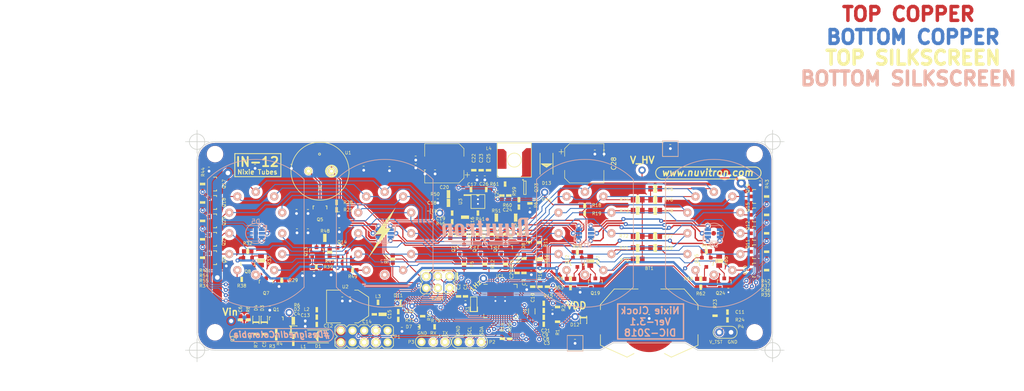
<source format=kicad_pcb>
(kicad_pcb (version 20171130) (host pcbnew "(5.0.0)")
  (layers (0 F.Cu signal) (31 B.Cu signal) (34 B.Paste user) (35 F.Paste user) (36 B.SilkS user hide) (37 F.SilkS user) (38 B.Mask user) (39 F.Mask user) (44 Edge.Cuts user))
  (net 0 "")
  (net 1 GND)
  (net 2 "Net-(BT1-Pad1)")
  (net 3 VDD)
  (net 4 /AREF)
  (net 5 "Net-(C4-Pad1)")
  (net 6 "Net-(C5-Pad2)")
  (net 7 +12V)
  (net 8 "Net-(C6-Pad2)")
  (net 9 /V_CTL_REG)
  (net 10 "Net-(C8-Pad2)")
  (net 11 "Net-(C9-Pad2)")
  (net 12 /V_IN)
  (net 13 /V_TST)
  (net 14 "Net-(C12-Pad1)")
  (net 15 +5V)
  (net 16 "Net-(C16-Pad1)")
  (net 17 "Net-(C16-Pad2)")
  (net 18 "Net-(C17-Pad2)")
  (net 19 "Net-(C18-Pad2)")
  (net 20 "Net-(C19-Pad1)")
  (net 21 "Net-(C24-Pad1)")
  (net 22 /CTL_REG)
  (net 23 VCC)
  (net 24 /V_HV)
  (net 25 BTN_UP)
  (net 26 BTN_MODE)
  (net 27 RST)
  (net 28 BTN_SET)
  (net 29 N_2)
  (net 30 N_3)
  (net 31 N_1)
  (net 32 "Net-(D1-Pad2)")
  (net 33 "Net-(D1-Pad1)")
  (net 34 "Net-(D2-Pad1)")
  (net 35 "Net-(D5-Pad1)")
  (net 36 "Net-(D5-Pad2)")
  (net 37 "Net-(D5-Pad3)")
  (net 38 "Net-(D6-Pad1)")
  (net 39 "Net-(D6-Pad2)")
  (net 40 "Net-(D6-Pad3)")
  (net 41 "Net-(D7-Pad2)")
  (net 42 "Net-(D8-Pad2)")
  (net 43 "Net-(D10-Pad6)")
  (net 44 "Net-(D10-Pad5)")
  (net 45 "Net-(D10-Pad4)")
  (net 46 "Net-(D10-Pad1)")
  (net 47 "Net-(D10-Pad2)")
  (net 48 "Net-(D10-Pad3)")
  (net 49 "Net-(D13-Pad2)")
  (net 50 "Net-(IC1-Pad7)")
  (net 51 "Net-(IC1-Pad8)")
  (net 52 /MCU_RXD)
  (net 53 /MCU_TXD)
  (net 54 /RTC_1HZ)
  (net 55 N_9)
  (net 56 N_8)
  (net 57 B_LED)
  (net 58 N_7)
  (net 59 N_6)
  (net 60 N_5)
  (net 61 N_4)
  (net 62 /I2C_SCL)
  (net 63 /I2C_SDA)
  (net 64 N_0)
  (net 65 AN_B)
  (net 66 AN_A)
  (net 67 AN_D)
  (net 68 AN_C)
  (net 69 BOOST_EN)
  (net 70 EXT_PWR)
  (net 71 G_LED)
  (net 72 R_LED)
  (net 73 "Net-(L3-Pad2)")
  (net 74 /n9)
  (net 75 /n8)
  (net 76 /n7)
  (net 77 /n6)
  (net 78 /n5)
  (net 79 /n4)
  (net 80 /n3)
  (net 81 /n0)
  (net 82 /n2)
  (net 83 /nA)
  (net 84 /n1)
  (net 85 "Net-(Q1-Pad1)")
  (net 86 "Net-(Q2-Pad1)")
  (net 87 "Net-(Q2-Pad3)")
  (net 88 "Net-(Q3-Pad1)")
  (net 89 "Net-(Q4-Pad1)")
  (net 90 "Net-(Q4-Pad3)")
  (net 91 "Net-(Q5-Pad1)")
  (net 92 "Net-(Q5-Pad3)")
  (net 93 "Net-(Q6-Pad1)")
  (net 94 "Net-(Q6-Pad3)")
  (net 95 "Net-(Q7-Pad1)")
  (net 96 "Net-(Q7-Pad3)")
  (net 97 "Net-(Q8-Pad1)")
  (net 98 "Net-(Q8-Pad3)")
  (net 99 "Net-(Q9-Pad1)")
  (net 100 "Net-(Q10-Pad1)")
  (net 101 "Net-(Q11-Pad1)")
  (net 102 "Net-(Q12-Pad1)")
  (net 103 "Net-(Q13-Pad1)")
  (net 104 "Net-(Q13-Pad3)")
  (net 105 "Net-(Q14-Pad1)")
  (net 106 "Net-(Q14-Pad3)")
  (net 107 "Net-(Q15-Pad1)")
  (net 108 "Net-(Q16-Pad1)")
  (net 109 "Net-(Q17-Pad1)")
  (net 110 "Net-(Q18-Pad1)")
  (net 111 "Net-(Q19-Pad1)")
  (net 112 "Net-(Q19-Pad3)")
  (net 113 "Net-(Q20-Pad1)")
  (net 114 "Net-(Q21-Pad1)")
  (net 115 "Net-(Q22-Pad1)")
  (net 116 "Net-(Q22-Pad3)")
  (net 117 "Net-(Q23-Pad3)")
  (net 118 "Net-(Q23-Pad4)")
  (net 119 "Net-(Q24-Pad1)")
  (net 120 "Net-(Q24-Pad3)")
  (net 121 "Net-(Q25-Pad1)")
  (net 122 "Net-(Q25-Pad3)")
  (net 123 "Net-(R51-Pad2)")
  (net 124 "Net-(R59-Pad2)")
  (net 125 /nB)
  (net 126 /nC)
  (net 127 /nD)
  (net 128 "Net-(R69-Pad2)")
  (net 129 "Net-(IC1-Pad23)")
  (net 130 "Net-(C3-Pad1)")
  (module usrMisc:via2 (layer F.Cu) (at 130.4 97.1)
    (fp_text reference ~ (at 0 -0.9) (layer F.SilkS) (effects (font (size 0.7 0.7) (thickness 0.1))))
    (fp_text value ~)
    (pad 1 thru_hole circle (at 0 0) (size 0.9 0.9) (drill 0.4) (layers *.Cu) (net 1 GND))
  )
  (module usrMisc:via2 (layer F.Cu) (at 126.6 75)
    (fp_text reference ~ (at 0 -0.9) (layer F.SilkS) (effects (font (size 0.7 0.7) (thickness 0.1))))
    (fp_text value ~)
    (pad 1 thru_hole circle (at 0 0) (size 0.9 0.9) (drill 0.4) (layers *.Cu) (net 1 GND))
  )
  (module Capacitor_SMD:CP_Elec_8x10 (layer F.Cu) (at 119.3 67.2 180)
    (fp_text reference C20 (at 0 -5.2 180) (layer F.SilkS) (effects (font (size 0.7 0.7) (thickness 0.1))))
    (fp_text value 330u)
    (pad 1 smd rect (at -3.25 0 180) (size 3.5 2.5) (layers F.Cu F.Paste F.Mask) (net 7 +12V))
    (pad 2 smd rect (at 3.25 0 180) (size 3.5 2.5) (layers F.Cu F.Paste F.Mask) (net 1 GND))
  )
  (module usrCaps:C_0603 (layer F.Cu) (at 140.9 97.6)
    (fp_text reference C21 (at 0.4 5.95) (layer F.SilkS) (effects (font (size 0.7 0.7) (thickness 0.1))))
    (fp_text value 0.1u)
    (pad 1 smd rect (at -0.8 0) (size 0.9 0.9) (layers F.Cu F.Paste F.Mask) (net 4 /AREF))
    (pad 2 smd rect (at 0.8 0) (size 0.9 0.9) (layers F.Cu F.Paste F.Mask) (net 1 GND))
  )
  (module usrDiodes:SOD-323 (layer F.Cu) (at 149.55 101.2 270)
    (fp_text reference D12 (at 1.05 1.9) (layer F.SilkS) (effects (font (size 0.7 0.7) (thickness 0.1))))
    (fp_text value D_ALT)
    (pad 1 smd rect (at -1.2 0 270) (size 0.9 0.9) (layers F.Cu F.Paste F.Mask) (net 3 VDD))
    (pad 2 smd rect (at 1.2 0 270) (size 0.9 0.9) (layers F.Cu F.Paste F.Mask) (net 2 "Net-(BT1-Pad1)"))
  )
  (module TO_SOT_Packages_SMD:SOT-23 (layer F.Cu) (at 75.6 105.3)
    (fp_text reference Q3 (at -2.3 0 90) (layer F.SilkS) (effects (font (size 0.7 0.7) (thickness 0.1))))
    (fp_text value Q_PMOS_GSD_)
    (pad 1 smd rect (at -0.95 1.00076) (size 0.8001 0.8001) (layers F.Cu F.Paste F.Mask) (net 88 "Net-(Q3-Pad1)"))
    (pad 2 smd rect (at 0.95 1.00076) (size 0.8001 0.8001) (layers F.Cu F.Paste F.Mask) (net 5 "Net-(C4-Pad1)"))
    (pad 3 smd rect (at 0 -0.99822) (size 0.8001 0.8001) (layers F.Cu F.Paste F.Mask) (net 7 +12V))
  )
  (module usrCaps:C_0603 (layer F.Cu) (at 78.4 104.3 90)
    (fp_text reference R7 (at -2.3 0 270) (layer F.SilkS) (effects (font (size 0.7 0.7) (thickness 0.1))))
    (fp_text value 15)
    (pad 1 smd rect (at -0.8 0 90) (size 0.9 0.9) (layers F.Cu F.Paste F.Mask) (net 88 "Net-(Q3-Pad1)"))
    (pad 2 smd rect (at 0.8 0 90) (size 0.9 0.9) (layers F.Cu F.Paste F.Mask) (net 6 "Net-(C5-Pad2)"))
  )
  (module usrCaps:C_0603 (layer F.Cu) (at 76.7 101.2 270)
    (fp_text reference R8 (at -2.3 0 270) (layer F.SilkS) (effects (font (size 0.7 0.7) (thickness 0.1))))
    (fp_text value 10k)
    (pad 1 smd rect (at -0.8 0 270) (size 0.9 0.9) (layers F.Cu F.Paste F.Mask) (net 8 "Net-(C6-Pad2)"))
    (pad 2 smd rect (at 0.8 0 270) (size 0.9 0.9) (layers F.Cu F.Paste F.Mask) (net 6 "Net-(C5-Pad2)"))
  )
  (module usrCaps:C_0603 (layer F.Cu) (at 75 101.2 90)
    (fp_text reference C6 (at 2.3 0 90) (layer F.SilkS) (effects (font (size 0.7 0.7) (thickness 0.1))))
    (fp_text value 0.1u)
    (pad 1 smd rect (at -0.8 0 90) (size 0.9 0.9) (layers F.Cu F.Paste F.Mask) (net 7 +12V))
    (pad 2 smd rect (at 0.8 0 90) (size 0.9 0.9) (layers F.Cu F.Paste F.Mask) (net 8 "Net-(C6-Pad2)"))
  )
  (module usrConnectors:ISP_THT_UNPOPULATED (layer F.Cu) (at 117.9 93)
    (fp_text reference CON1 (at 0 3.556) (layer F.SilkS) (effects (font (size 0.7 0.7) (thickness 0.1))))
    (fp_text value AVR-ISP-6)
    (pad 3 thru_hole circle (at 0 -1.27) (size 1.8 1.8) (drill 1) (layers *.Cu *.Mask F.SilkS) (net 26 BTN_MODE))
    (pad 4 thru_hole circle (at 0 1.27) (size 1.8 1.8) (drill 1) (layers *.Cu *.Mask F.SilkS) (net 25 BTN_UP))
    (pad 5 thru_hole circle (at -2.54 -1.27) (size 1.8 1.8) (drill 1) (layers *.Cu *.Mask F.SilkS) (net 27 RST))
    (pad 6 thru_hole circle (at -2.54 1.27) (size 1.8 1.8) (drill 1) (layers *.Cu *.Mask F.SilkS) (net 1 GND))
    (pad 1 thru_hole circle (at 2.54 -1.27) (size 1.8 1.8) (drill 1) (layers *.Cu *.Mask F.SilkS) (net 28 BTN_SET))
    (pad 2 thru_hole circle (at 2.54 1.27) (size 1.8 1.8) (drill 1) (layers *.Cu *.Mask F.SilkS) (net 3 VDD))
  )
  (module usrMisc:via2 (layer F.Cu) (at 148.8 95.2)
    (fp_text reference ~ (at 0 -0.9) (layer F.SilkS) (effects (font (size 0.7 0.7) (thickness 0.1))))
    (fp_text value ~)
    (pad 1 thru_hole circle (at 0 0) (size 1.2 1.2) (drill 0.6) (layers *.Cu) (net 1 GND))
  )
  (module usrMisc:via2 (layer F.Cu) (at 168.4 64)
    (fp_text reference ~ (at 0 -0.9) (layer F.SilkS) (effects (font (size 0.7 0.7) (thickness 0.1))))
    (fp_text value ~)
    (pad 1 thru_hole circle (at 0 0) (size 1.2 1.2) (drill 0.6) (layers *.Cu) (net 1 GND))
  )
  (module usrMisc:via2 (layer F.Cu) (at 187.9 71.9)
    (fp_text reference ~ (at 0 -0.9) (layer F.SilkS) (effects (font (size 0.7 0.7) (thickness 0.1))))
    (fp_text value ~)
    (pad 1 thru_hole circle (at 0 0) (size 1.2 1.2) (drill 0.6) (layers *.Cu) (net 1 GND))
  )
  (module usrMisc:via2 (layer F.Cu) (at 181 95.2)
    (fp_text reference ~ (at 0 -0.9) (layer F.SilkS) (effects (font (size 0.7 0.7) (thickness 0.1))))
    (fp_text value ~)
    (pad 1 thru_hole circle (at 0 0) (size 0.9 0.9) (drill 0.4) (layers *.Cu) (net 1 GND))
  )
  (module usrMisc:via2 (layer F.Cu) (at 138.2 91.4)
    (fp_text reference ~ (at 0 -0.9) (layer F.SilkS) (effects (font (size 0.7 0.7) (thickness 0.1))))
    (fp_text value ~)
    (pad 1 thru_hole circle (at 0 0) (size 1.2 1.2) (drill 0.6) (layers *.Cu) (net 1 GND))
  )
  (module usrMisc:via2 (layer F.Cu) (at 88.5 91.6)
    (fp_text reference ~ (at 0 -0.9) (layer F.SilkS) (effects (font (size 0.7 0.7) (thickness 0.1))))
    (fp_text value ~)
    (pad 1 thru_hole circle (at 0 0) (size 1.2 1.2) (drill 0.6) (layers *.Cu) (net 1 GND))
  )
  (module usrMisc:via2 (layer F.Cu) (at 163.8 100.9)
    (fp_text reference ~ (at 0 -0.9) (layer F.SilkS) (effects (font (size 0.7 0.7) (thickness 0.1))))
    (fp_text value ~)
    (pad 1 thru_hole circle (at 0 0) (size 1.2 1.2) (drill 0.6) (layers *.Cu) (net 1 GND))
  )
  (module usrMisc:via2 (layer F.Cu) (at 91 91.6)
    (fp_text reference ~ (at 0 -0.9) (layer F.SilkS) (effects (font (size 0.7 0.7) (thickness 0.1))))
    (fp_text value ~)
    (pad 1 thru_hole circle (at 0 0) (size 1.2 1.2) (drill 0.6) (layers *.Cu) (net 1 GND))
  )
  (module usrMisc:via2 (layer F.Cu) (at 137.2 94.625)
    (fp_text reference ~ (at 0 -0.9) (layer F.SilkS) (effects (font (size 0.7 0.7) (thickness 0.1))))
    (fp_text value ~)
    (pad 1 thru_hole circle (at 0 0) (size 1.2 1.2) (drill 0.6) (layers *.Cu) (net 1 GND))
  )
  (module usrMisc:via2 (layer F.Cu) (at 110.1 103.7)
    (fp_text reference ~ (at 0 -0.9) (layer F.SilkS) (effects (font (size 0.7 0.7) (thickness 0.1))))
    (fp_text value ~)
    (pad 1 thru_hole circle (at 0 0) (size 1.2 1.2) (drill 0.6) (layers *.Cu) (net 1 GND))
  )
  (module usrMisc:via2 (layer F.Cu) (at 142.8 99.9)
    (fp_text reference ~ (at 0 -0.9) (layer F.SilkS) (effects (font (size 0.7 0.7) (thickness 0.1))))
    (fp_text value ~)
    (pad 1 thru_hole circle (at 0 0) (size 0.9 0.9) (drill 0.5) (layers *.Cu) (net 1 GND))
  )
  (module usrMisc:via2 (layer F.Cu) (at 87.3 82.3)
    (fp_text reference ~ (at 0 -0.9) (layer F.SilkS) (effects (font (size 0.7 0.7) (thickness 0.1))))
    (fp_text value ~)
    (pad 1 thru_hole circle (at 0 0) (size 1.2 1.2) (drill 0.6) (layers *.Cu) (net 1 GND))
  )
  (module usrMisc:via2 (layer F.Cu) (at 94.7 91.45)
    (fp_text reference ~ (at 0 -0.9) (layer F.SilkS) (effects (font (size 0.7 0.7) (thickness 0.1))))
    (fp_text value ~)
    (pad 1 thru_hole circle (at 0 0) (size 1.2 1.2) (drill 0.6) (layers *.Cu) (net 1 GND))
  )
  (module usrMisc:via2 (layer F.Cu) (at 98.85 97.1)
    (fp_text reference ~ (at 0 -0.9) (layer F.SilkS) (effects (font (size 0.7 0.7) (thickness 0.1))))
    (fp_text value ~)
    (pad 1 thru_hole circle (at 0 0) (size 1.2 1.2) (drill 0.6) (layers *.Cu) (net 1 GND))
  )
  (module usrMisc:via2 (layer F.Cu) (at 123.9 97.9)
    (fp_text reference ~ (at 0 -0.9) (layer F.SilkS) (effects (font (size 0.7 0.7) (thickness 0.1))))
    (fp_text value ~)
    (pad 1 thru_hole circle (at 0 0) (size 1.2 1.2) (drill 0.6) (layers *.Cu) (net 1 GND))
  )
  (module usrMisc:via2 (layer F.Cu) (at 97.15 97.1)
    (fp_text reference ~ (at 0 -0.9) (layer F.SilkS) (effects (font (size 0.7 0.7) (thickness 0.1))))
    (fp_text value ~)
    (pad 1 thru_hole circle (at 0 0) (size 1.2 1.2) (drill 0.6) (layers *.Cu) (net 1 GND))
  )
  (module usrMisc:via2 (layer F.Cu) (at 147.7 106.3)
    (fp_text reference ~ (at 0 -0.9) (layer F.SilkS) (effects (font (size 0.7 0.7) (thickness 0.1))))
    (fp_text value ~)
    (pad 1 thru_hole circle (at 0 0) (size 1.2 1.2) (drill 0.6) (layers *.Cu) (net 1 GND))
  )
  (module usrMisc:via2 (layer F.Cu) (at 89.1 102.6)
    (fp_text reference ~ (at 0 -0.9) (layer F.SilkS) (effects (font (size 0.7 0.7) (thickness 0.1))))
    (fp_text value ~)
    (pad 1 thru_hole circle (at 0 0) (size 1.2 1.2) (drill 0.6) (layers *.Cu) (net 1 GND))
  )
  (module usrMisc:via2 (layer F.Cu) (at 89.1 101.4)
    (fp_text reference ~ (at 0 -0.9) (layer F.SilkS) (effects (font (size 0.7 0.7) (thickness 0.1))))
    (fp_text value ~)
    (pad 1 thru_hole circle (at 0 0) (size 1.2 1.2) (drill 0.6) (layers *.Cu) (net 1 GND))
  )
  (module usrMisc:via2 (layer F.Cu) (at 83.4 93.95)
    (fp_text reference ~ (at 0 -0.9) (layer F.SilkS) (effects (font (size 0.7 0.7) (thickness 0.1))))
    (fp_text value ~)
    (pad 1 thru_hole circle (at 0 0) (size 1.2 1.2) (drill 0.6) (layers *.Cu) (net 1 GND))
  )
  (module usrMisc:via2 (layer F.Cu) (at 107.4 68.8)
    (fp_text reference ~ (at 0 -0.9) (layer F.SilkS) (effects (font (size 0.7 0.7) (thickness 0.1))))
    (fp_text value ~)
    (pad 1 thru_hole circle (at 0 0) (size 1.2 1.2) (drill 0.6) (layers *.Cu) (net 1 GND))
  )
  (module usrMisc:via2 (layer F.Cu) (at 68.2 68.9)
    (fp_text reference ~ (at 0 -0.9) (layer F.SilkS) (effects (font (size 0.7 0.7) (thickness 0.1))))
    (fp_text value ~)
    (pad 1 thru_hole circle (at 0 0) (size 1.2 1.2) (drill 0.6) (layers *.Cu) (net 1 GND))
  )
  (module usrMisc:via2 (layer F.Cu) (at 132.5 97.1)
    (fp_text reference ~ (at 0 -0.9) (layer F.SilkS) (effects (font (size 0.7 0.7) (thickness 0.1))))
    (fp_text value ~)
    (pad 1 thru_hole circle (at 0 0) (size 0.9 0.9) (drill 0.4) (layers *.Cu) (net 1 GND))
  )
  (module usrMisc:via2 (layer F.Cu) (at 71.95 89.5)
    (fp_text reference ~ (at 0 -0.9) (layer F.SilkS) (effects (font (size 0.7 0.7) (thickness 0.1))))
    (fp_text value ~)
    (pad 1 thru_hole circle (at 0 0) (size 1.2 1.2) (drill 0.6) (layers *.Cu) (net 1 GND))
  )
  (module usrMisc:via2 (layer F.Cu) (at 115.1 69.5)
    (fp_text reference ~ (at 0 -0.9) (layer F.SilkS) (effects (font (size 0.7 0.7) (thickness 0.1))))
    (fp_text value ~)
    (pad 1 thru_hole circle (at 0 0) (size 1.2 1.2) (drill 0.6) (layers *.Cu) (net 1 GND))
  )
  (module usrMisc:via2 (layer F.Cu) (at 117.3 69.5)
    (fp_text reference ~ (at 0 -0.9) (layer F.SilkS) (effects (font (size 0.7 0.7) (thickness 0.1))))
    (fp_text value ~)
    (pad 1 thru_hole circle (at 0 0) (size 1.2 1.2) (drill 0.6) (layers *.Cu) (net 1 GND))
  )
  (module usrMisc:via2 (layer F.Cu) (at 128.1 70.8)
    (fp_text reference ~ (at 0 -0.9) (layer F.SilkS) (effects (font (size 0.7 0.7) (thickness 0.1))))
    (fp_text value ~)
    (pad 1 thru_hole circle (at 0 0) (size 1.2 1.2) (drill 0.6) (layers *.Cu) (net 1 GND))
  )
  (module usrMisc:via2 (layer F.Cu) (at 126.4 70.8)
    (fp_text reference ~ (at 0 -0.9) (layer F.SilkS) (effects (font (size 0.7 0.7) (thickness 0.1))))
    (fp_text value ~)
    (pad 1 thru_hole circle (at 0 0) (size 1.2 1.2) (drill 0.6) (layers *.Cu) (net 1 GND))
  )
  (module usrMisc:via2 (layer F.Cu) (at 117.9 75.8)
    (fp_text reference ~ (at 0 -0.9) (layer F.SilkS) (effects (font (size 0.7 0.7) (thickness 0.1))))
    (fp_text value ~)
    (pad 1 thru_hole circle (at 0 0) (size 1.2 1.2) (drill 0.6) (layers *.Cu) (net 1 GND))
  )
  (module usrMisc:via2 (layer F.Cu) (at 81.4 99.1)
    (fp_text reference ~ (at 0 -0.9) (layer F.SilkS) (effects (font (size 0.7 0.7) (thickness 0.1))))
    (fp_text value ~)
    (pad 1 thru_hole circle (at 0 0) (size 1.2 1.2) (drill 0.6) (layers *.Cu) (net 1 GND))
  )
  (module usrMisc:via2 (layer F.Cu) (at 154 65.2)
    (fp_text reference ~ (at 0 -0.9) (layer F.SilkS) (effects (font (size 0.7 0.7) (thickness 0.1))))
    (fp_text value ~)
    (pad 1 thru_hole circle (at 0 0) (size 1.2 1.2) (drill 0.6) (layers *.Cu) (net 1 GND))
  )
  (module usrMisc:via2 (layer F.Cu) (at 152 65.2)
    (fp_text reference ~ (at 0 -0.9) (layer F.SilkS) (effects (font (size 0.7 0.7) (thickness 0.1))))
    (fp_text value ~)
    (pad 1 thru_hole circle (at 0 0) (size 1.2 1.2) (drill 0.6) (layers *.Cu) (net 1 GND))
  )
  (module usrMisc:via2 (layer F.Cu) (at 113.1 66.5)
    (fp_text reference ~ (at 0 -0.9) (layer F.SilkS) (effects (font (size 0.7 0.7) (thickness 0.1))))
    (fp_text value ~)
    (pad 1 thru_hole circle (at 0 0) (size 1.2 1.2) (drill 0.6) (layers *.Cu) (net 1 GND))
  )
  (module usrMisc:via2 (layer F.Cu) (at 113.1 68.2)
    (fp_text reference ~ (at 0 -0.9) (layer F.SilkS) (effects (font (size 0.7 0.7) (thickness 0.1))))
    (fp_text value ~)
    (pad 1 thru_hole circle (at 0 0) (size 1.2 1.2) (drill 0.6) (layers *.Cu) (net 1 GND))
  )
  (module usrMisc:via2 (layer F.Cu) (at 137.9 77.8)
    (fp_text reference ~ (at 0 -0.9) (layer F.SilkS) (effects (font (size 0.7 0.7) (thickness 0.1))))
    (fp_text value ~)
    (pad 1 thru_hole circle (at 0 0) (size 1.2 1.2) (drill 0.6) (layers *.Cu) (net 1 GND))
  )
  (module usrMisc:via2 (layer F.Cu) (at 126.6 76)
    (fp_text reference ~ (at 0 -0.9) (layer F.SilkS) (effects (font (size 0.7 0.7) (thickness 0.1))))
    (fp_text value ~)
    (pad 1 thru_hole circle (at 0 0) (size 0.9 0.9) (drill 0.4) (layers *.Cu) (net 1 GND))
  )
  (module usrMisc:via2 (layer F.Cu) (at 78.2 68.3)
    (fp_text reference ~ (at 0 -0.9) (layer F.SilkS) (effects (font (size 0.7 0.7) (thickness 0.1))))
    (fp_text value ~)
    (pad 1 thru_hole circle (at 0 0) (size 1.2 1.2) (drill 0.6) (layers *.Cu) (net 1 GND))
  )
  (module usrMisc:via2 (layer F.Cu) (at 87.2 78.1)
    (fp_text reference ~ (at 0 -0.9) (layer F.SilkS) (effects (font (size 0.7 0.7) (thickness 0.1))))
    (fp_text value ~)
    (pad 1 thru_hole circle (at 0 0) (size 1.2 1.2) (drill 0.6) (layers *.Cu) (net 1 GND))
  )
  (module usrMisc:via2 (layer F.Cu) (at 89.7 82.3)
    (fp_text reference ~ (at 0 -0.9) (layer F.SilkS) (effects (font (size 0.7 0.7) (thickness 0.1))))
    (fp_text value ~)
    (pad 1 thru_hole circle (at 0 0) (size 1.2 1.2) (drill 0.6) (layers *.Cu) (net 1 GND))
  )
  (module usrMisc:via2 (layer F.Cu) (at 89.7 78.1)
    (fp_text reference ~ (at 0 -0.9) (layer F.SilkS) (effects (font (size 0.7 0.7) (thickness 0.1))))
    (fp_text value ~)
    (pad 1 thru_hole circle (at 0 0) (size 1.2 1.2) (drill 0.6) (layers *.Cu) (net 1 GND))
  )
  (module usrMisc:via2 (layer F.Cu) (at 96.5 82.1)
    (fp_text reference ~ (at 0 -0.9) (layer F.SilkS) (effects (font (size 0.7 0.7) (thickness 0.1))))
    (fp_text value ~)
    (pad 1 thru_hole circle (at 0 0) (size 1.2 1.2) (drill 0.6) (layers *.Cu) (net 1 GND))
  )
  (module usrMisc:via2 (layer F.Cu) (at 96.4 78.6)
    (fp_text reference ~ (at 0 -0.9) (layer F.SilkS) (effects (font (size 0.7 0.7) (thickness 0.1))))
    (fp_text value ~)
    (pad 1 thru_hole circle (at 0 0) (size 1.2 1.2) (drill 0.6) (layers *.Cu) (net 1 GND))
  )
  (module usrMisc:via2 (layer F.Cu) (at 86.1 68.3)
    (fp_text reference ~ (at 0 -0.9) (layer F.SilkS) (effects (font (size 0.7 0.7) (thickness 0.1))))
    (fp_text value ~)
    (pad 1 thru_hole circle (at 0 0) (size 1.2 1.2) (drill 0.6) (layers *.Cu) (net 1 GND))
  )
  (module usrMisc:via2 (layer F.Cu) (at 101.8 68.7)
    (fp_text reference ~ (at 0 -0.9) (layer F.SilkS) (effects (font (size 0.7 0.7) (thickness 0.1))))
    (fp_text value ~)
    (pad 1 thru_hole circle (at 0 0) (size 1.2 1.2) (drill 0.6) (layers *.Cu) (net 1 GND))
  )
  (module usrVacuumTubes:IN-12 (layer B.Cu) (at 78.35 82.4 180)
    (fp_text reference NT1 (at 0 -6.1 180) (layer B.SilkS) (effects (font (size 0.7 0.7) (thickness 0.1)) (justify mirror)))
    (fp_text value IN-12)
    (pad 3 thru_hole circle (at 5.75 0 180) (size 1.8 1.8) (drill 0.8) (layers *.Cu *.Mask B.SilkS) (net 74 /n9))
    (pad 4 thru_hole circle (at 5.75 4.5 180) (size 1.8 1.8) (drill 0.8) (layers *.Cu *.Mask B.SilkS) (net 75 /n8))
    (pad 5 thru_hole circle (at 4 8 180) (size 1.8 1.8) (drill 0.8) (layers *.Cu *.Mask B.SilkS) (net 76 /n7))
    (pad 6 thru_hole circle (at 0 9 180) (size 1.8 1.8) (drill 0.8) (layers *.Cu *.Mask B.SilkS) (net 77 /n6))
    (pad 7 thru_hole circle (at -4 8 180) (size 1.8 1.8) (drill 0.8) (layers *.Cu *.Mask B.SilkS) (net 78 /n5))
    (pad 8 thru_hole circle (at -5.75 4.5 180) (size 1.8 1.8) (drill 0.8) (layers *.Cu *.Mask B.SilkS) (net 79 /n4))
    (pad 9 thru_hole circle (at -5.75 0 180) (size 1.8 1.8) (drill 0.8) (layers *.Cu *.Mask B.SilkS) (net 80 /n3))
    (pad 2 thru_hole circle (at 5.75 -4.5 180) (size 1.8 1.8) (drill 0.8) (layers *.Cu *.Mask B.SilkS) (net 81 /n0))
    (pad 10 thru_hole circle (at -5.75 -4.5 180) (size 1.8 1.8) (drill 0.8) (layers *.Cu *.Mask B.SilkS) (net 82 /n2))
    (pad 1 thru_hole circle (at 4 -8 180) (size 1.8 1.8) (drill 0.8) (layers *.Cu *.Mask B.SilkS) (net 127 /nD))
    (pad 11 thru_hole circle (at -4 -8 180) (size 1.8 1.8) (drill 0.8) (layers *.Cu *.Mask B.SilkS) (net 84 /n1))
    (pad 12 thru_hole circle (at 0 -9 180) (size 1.8 1.8) (drill 0.8) (layers *.Cu *.Mask B.SilkS))
  )
  (module usrCaps:C_0603 (layer F.Cu) (at 143.9 101.6 270)
    (fp_text reference R1 (at 2.3 0 270) (layer F.SilkS) (effects (font (size 0.7 0.7) (thickness 0.1))))
    (fp_text value 15)
    (pad 1 smd rect (at -0.8 0 270) (size 0.9 0.9) (layers F.Cu F.Paste F.Mask) (net 130 "Net-(C3-Pad1)"))
    (pad 2 smd rect (at 0.8 0 270) (size 0.9 0.9) (layers F.Cu F.Paste F.Mask) (net 3 VDD))
  )
  (module usrCaps:C_0805 (layer F.Cu) (at 151 88.4 270)
    (fp_text reference R57 (at -0.1 -1.7 270) (layer F.SilkS) (effects (font (size 0.7 0.7) (thickness 0.1))))
    (fp_text value 412k)
    (pad 1 smd rect (at -1 0 270) (size 1 1.25) (layers F.Cu F.Paste F.Mask) (net 115 "Net-(Q22-Pad1)"))
    (pad 2 smd rect (at 1 0 270) (size 1 1.25) (layers F.Cu F.Paste F.Mask) (net 112 "Net-(Q19-Pad3)"))
  )
  (module TO_SOT_Packages_SMD:SOT-23 (layer F.Cu) (at 176.2 88.7 180)
    (fp_text reference Q25 (at 2.1 0.8 270) (layer F.SilkS) (effects (font (size 0.7 0.7) (thickness 0.1))))
    (fp_text value Q_PNP_BEC)
    (pad 1 smd rect (at -0.95 1.00076 180) (size 0.8001 0.8001) (layers F.Cu F.Paste F.Mask) (net 121 "Net-(Q25-Pad1)"))
    (pad 2 smd rect (at 0.95 1.00076 180) (size 0.8001 0.8001) (layers F.Cu F.Paste F.Mask) (net 23 VCC))
    (pad 3 smd rect (at 0 -0.99822 180) (size 0.8001 0.8001) (layers F.Cu F.Paste F.Mask) (net 122 "Net-(Q25-Pad3)"))
  )
  (module usrCaps:C_0603 (layer F.Cu) (at 176.2 86.3)
    (fp_text reference R64 (at 0 -1.2) (layer F.SilkS) (effects (font (size 0.7 0.7) (thickness 0.1))))
    (fp_text value 10k)
    (pad 1 smd rect (at -0.8 0) (size 0.9 0.9) (layers F.Cu F.Paste F.Mask) (net 23 VCC))
    (pad 2 smd rect (at 0.8 0) (size 0.9 0.9) (layers F.Cu F.Paste F.Mask) (net 121 "Net-(Q25-Pad1)"))
  )
  (module usrMisc:CR2032 (layer F.Cu) (at 163.8 101.7)
    (fp_text reference BT1 (at 0 -11.7) (layer F.SilkS) (effects (font (size 0.7 0.7) (thickness 0.1))))
    (fp_text value CR2032)
    (pad 2 smd circle (at 0 0) (size 13 13) (layers F.Cu F.Paste F.Mask) (net 1 GND))
    (pad 1 smd rect (at -11.25 0) (size 2.9 5.8) (layers F.Cu F.Paste F.Mask) (net 2 "Net-(BT1-Pad1)"))
    (pad 1 smd rect (at 11.25 0) (size 2.9 5.8) (layers F.Cu F.Paste F.Mask) (net 2 "Net-(BT1-Pad1)"))
  )
  (module usrCaps:C_0603 (layer F.Cu) (at 123.9 96.1 270)
    (fp_text reference C1 (at -2.1 0 270) (layer F.SilkS) (effects (font (size 0.7 0.7) (thickness 0.1))))
    (fp_text value 1u)
    (pad 1 smd rect (at -0.8 0 270) (size 0.9 0.9) (layers F.Cu F.Paste F.Mask) (net 3 VDD))
    (pad 2 smd rect (at 0.8 0 270) (size 0.9 0.9) (layers F.Cu F.Paste F.Mask) (net 1 GND))
  )
  (module usrCaps:C_0603 (layer F.Cu) (at 122.4 96.1 270)
    (fp_text reference C2 (at -2.1 0 270) (layer F.SilkS) (effects (font (size 0.7 0.7) (thickness 0.1))))
    (fp_text value 0.1)
    (pad 1 smd rect (at -0.8 0 270) (size 0.9 0.9) (layers F.Cu F.Paste F.Mask) (net 3 VDD))
    (pad 2 smd rect (at 0.8 0 270) (size 0.9 0.9) (layers F.Cu F.Paste F.Mask) (net 1 GND))
  )
  (module usrCaps:C_0603 (layer F.Cu) (at 140.9 102.15)
    (fp_text reference C3 (at 0.65 4.1) (layer F.SilkS) (effects (font (size 0.7 0.7) (thickness 0.1))))
    (fp_text value 0.1u)
    (pad 1 smd rect (at -0.8 0) (size 0.9 0.9) (layers F.Cu F.Paste F.Mask) (net 130 "Net-(C3-Pad1)"))
    (pad 2 smd rect (at 0.8 0) (size 0.9 0.9) (layers F.Cu F.Paste F.Mask) (net 1 GND))
  )
  (module usrCaps:C_0603 (layer F.Cu) (at 86.5 104.8)
    (fp_text reference C4 (at 0.8 -4.9 180) (layer F.SilkS) (effects (font (size 0.7 0.7) (thickness 0.1))))
    (fp_text value 0.1u)
    (pad 1 smd rect (at -0.8 0) (size 0.9 0.9) (layers F.Cu F.Paste F.Mask) (net 5 "Net-(C4-Pad1)"))
    (pad 2 smd rect (at 0.8 0) (size 0.9 0.9) (layers F.Cu F.Paste F.Mask) (net 1 GND))
  )
  (module usrCaps:C_0603 (layer F.Cu) (at 80.2 104.3 90)
    (fp_text reference C5 (at -2.2 0 90) (layer F.SilkS) (effects (font (size 0.7 0.7) (thickness 0.1))))
    (fp_text value 1u)
    (pad 1 smd rect (at -0.8 0 90) (size 0.9 0.9) (layers F.Cu F.Paste F.Mask) (net 5 "Net-(C4-Pad1)"))
    (pad 2 smd rect (at 0.8 0 90) (size 0.9 0.9) (layers F.Cu F.Paste F.Mask) (net 6 "Net-(C5-Pad2)"))
  )
  (module usrCaps:C_0603 (layer F.Cu) (at 136.6 91 90)
    (fp_text reference C7 (at -2.1 0 90) (layer F.SilkS) (effects (font (size 0.7 0.7) (thickness 0.1))))
    (fp_text value 0.1u)
    (pad 1 smd rect (at -0.8 0 90) (size 0.9 0.9) (layers F.Cu F.Paste F.Mask) (net 9 /V_CTL_REG))
    (pad 2 smd rect (at 0.8 0 90) (size 0.9 0.9) (layers F.Cu F.Paste F.Mask) (net 1 GND))
  )
  (module usrCaps:C_0603 (layer F.Cu) (at 140.9 100.65 180)
    (fp_text reference C8 (at -0.5 -4.7 180) (layer F.SilkS) (effects (font (size 0.7 0.7) (thickness 0.1))))
    (fp_text value 22p)
    (pad 1 smd rect (at -0.8 0 180) (size 0.9 0.9) (layers F.Cu F.Paste F.Mask) (net 1 GND))
    (pad 2 smd rect (at 0.8 0 180) (size 0.9 0.9) (layers F.Cu F.Paste F.Mask) (net 10 "Net-(C8-Pad2)"))
  )
  (module usrCaps:C_0603 (layer F.Cu) (at 140.9 99.15 180)
    (fp_text reference C9 (at -0.3 -5.3 180) (layer F.SilkS) (effects (font (size 0.7 0.7) (thickness 0.1))))
    (fp_text value 22p)
    (pad 1 smd rect (at -0.8 0 180) (size 0.9 0.9) (layers F.Cu F.Paste F.Mask) (net 1 GND))
    (pad 2 smd rect (at 0.8 0 180) (size 0.9 0.9) (layers F.Cu F.Paste F.Mask) (net 11 "Net-(C9-Pad2)"))
  )
  (module usrCaps:C_0603 (layer F.Cu) (at 138.5 94 270)
    (fp_text reference C10 (at 2.4 0 270) (layer F.SilkS) (effects (font (size 0.7 0.7) (thickness 0.1))))
    (fp_text value 0.1u)
    (pad 1 smd rect (at -0.8 0 270) (size 0.9 0.9) (layers F.Cu F.Paste F.Mask) (net 12 /V_IN))
    (pad 2 smd rect (at 0.8 0 270) (size 0.9 0.9) (layers F.Cu F.Paste F.Mask) (net 1 GND))
  )
  (module usrCaps:C_0603 (layer F.Cu) (at 180.8 99.5)
    (fp_text reference C11 (at 2.7 0) (layer F.SilkS) (effects (font (size 0.7 0.7) (thickness 0.1))))
    (fp_text value 0.1u)
    (pad 1 smd rect (at -0.8 0) (size 0.9 0.9) (layers F.Cu F.Paste F.Mask) (net 13 /V_TST))
    (pad 2 smd rect (at 0.8 0) (size 0.9 0.9) (layers F.Cu F.Paste F.Mask) (net 1 GND))
  )
  (module usrCaps:C_0603 (layer F.Cu) (at 91.6 102.2 180)
    (fp_text reference C12 (at -2.5 -0.3 180) (layer F.SilkS) (effects (font (size 0.7 0.7) (thickness 0.1))))
    (fp_text value 1u)
    (pad 1 smd rect (at -0.8 0 180) (size 0.9 0.9) (layers F.Cu F.Paste F.Mask) (net 14 "Net-(C12-Pad1)"))
    (pad 2 smd rect (at 0.8 0 180) (size 0.9 0.9) (layers F.Cu F.Paste F.Mask) (net 1 GND))
  )
  (module usrCaps:C_0603 (layer F.Cu) (at 91.6 100.6 180)
    (fp_text reference C13 (at 2.5 0.4 180) (layer F.SilkS) (effects (font (size 0.7 0.7) (thickness 0.1))))
    (fp_text value 0.1u)
    (pad 1 smd rect (at -0.8 0 180) (size 0.9 0.9) (layers F.Cu F.Paste F.Mask) (net 14 "Net-(C12-Pad1)"))
    (pad 2 smd rect (at 0.8 0 180) (size 0.9 0.9) (layers F.Cu F.Paste F.Mask) (net 1 GND))
  )
  (module usrCaps:C_0603 (layer F.Cu) (at 104.1 100 270)
    (fp_text reference C14 (at 1.6 1.6) (layer F.SilkS) (effects (font (size 0.7 0.7) (thickness 0.1))))
    (fp_text value 1u)
    (pad 1 smd rect (at -0.8 0 270) (size 0.9 0.9) (layers F.Cu F.Paste F.Mask) (net 15 +5V))
    (pad 2 smd rect (at 0.8 0 270) (size 0.9 0.9) (layers F.Cu F.Paste F.Mask) (net 1 GND))
  )
  (module usrCaps:C_0805 (layer F.Cu) (at 105.9 100 270)
    (fp_text reference C15 (at 0 -1.5 270) (layer F.SilkS) (effects (font (size 0.7 0.7) (thickness 0.1))))
    (fp_text value 10u)
    (pad 1 smd rect (at -1 0 270) (size 1 1.25) (layers F.Cu F.Paste F.Mask) (net 15 +5V))
    (pad 2 smd rect (at 1 0 270) (size 1 1.25) (layers F.Cu F.Paste F.Mask) (net 1 GND))
  )
  (module usrCaps:C_0805 (layer F.Cu) (at 123.8 78.9 90)
    (fp_text reference C16 (at -0.9 1.6 90) (layer F.SilkS) (effects (font (size 0.7 0.7) (thickness 0.1))))
    (fp_text value 10u)
    (pad 1 smd rect (at -1 0 90) (size 1 1.25) (layers F.Cu F.Paste F.Mask) (net 16 "Net-(C16-Pad1)"))
    (pad 2 smd rect (at 1 0 90) (size 1 1.25) (layers F.Cu F.Paste F.Mask) (net 17 "Net-(C16-Pad2)"))
  )
  (module usrCaps:C_0603 (layer F.Cu) (at 125.1 72.9 180)
    (fp_text reference C17 (at -0.2 1.1 180) (layer F.SilkS) (effects (font (size 0.7 0.7) (thickness 0.1))))
    (fp_text value 470p)
    (pad 1 smd rect (at -0.8 0 180) (size 0.9 0.9) (layers F.Cu F.Paste F.Mask) (net 1 GND))
    (pad 2 smd rect (at 0.8 0 180) (size 0.9 0.9) (layers F.Cu F.Paste F.Mask) (net 18 "Net-(C17-Pad2)"))
  )
  (module usrCaps:C_0805 (layer F.Cu) (at 120.2 75.8)
    (fp_text reference C18 (at -3.6 0) (layer F.SilkS) (effects (font (size 0.7 0.7) (thickness 0.1))))
    (fp_text value 10u)
    (pad 1 smd rect (at -1 0) (size 1 1.25) (layers F.Cu F.Paste F.Mask) (net 1 GND))
    (pad 2 smd rect (at 1 0) (size 1 1.25) (layers F.Cu F.Paste F.Mask) (net 19 "Net-(C18-Pad2)"))
  )
  (module usrCaps:C_0603 (layer F.Cu) (at 121 78)
    (fp_text reference C19 (at -2.5 1.2) (layer F.SilkS) (effects (font (size 0.7 0.7) (thickness 0.1))))
    (fp_text value 470p)
    (pad 1 smd rect (at -0.8 0) (size 0.9 0.9) (layers F.Cu F.Paste F.Mask) (net 20 "Net-(C19-Pad1)"))
    (pad 2 smd rect (at 0.8 0) (size 0.9 0.9) (layers F.Cu F.Paste F.Mask) (net 17 "Net-(C16-Pad2)"))
  )
  (module usrCaps:C_0603 (layer F.Cu) (at 125.7 68.7 270)
    (fp_text reference C22 (at -2.6 0 270) (layer F.SilkS) (effects (font (size 0.7 0.7) (thickness 0.1))))
    (fp_text value 1u)
    (pad 1 smd rect (at -0.8 0 270) (size 0.9 0.9) (layers F.Cu F.Paste F.Mask) (net 7 +12V))
    (pad 2 smd rect (at 0.8 0 270) (size 0.9 0.9) (layers F.Cu F.Paste F.Mask) (net 1 GND))
  )
  (module usrCaps:C_0603 (layer F.Cu) (at 127.3 68.7 270)
    (fp_text reference C23 (at -2.6 0 270) (layer F.SilkS) (effects (font (size 0.7 0.7) (thickness 0.1))))
    (fp_text value 0.1u)
    (pad 1 smd rect (at -0.8 0 270) (size 0.9 0.9) (layers F.Cu F.Paste F.Mask) (net 7 +12V))
    (pad 2 smd rect (at 0.8 0 270) (size 0.9 0.9) (layers F.Cu F.Paste F.Mask) (net 1 GND))
  )
  (module usrCaps:C_0603 (layer F.Cu) (at 135.5 76.7)
    (fp_text reference C24 (at -2.5 0.6) (layer F.SilkS) (effects (font (size 0.7 0.7) (thickness 0.1))))
    (fp_text value 470p)
    (pad 1 smd rect (at -0.8 0) (size 0.9 0.9) (layers F.Cu F.Paste F.Mask) (net 21 "Net-(C24-Pad1)"))
    (pad 2 smd rect (at 0.8 0) (size 0.9 0.9) (layers F.Cu F.Paste F.Mask) (net 1 GND))
  )
  (module usrCaps:C_0603 (layer F.Cu) (at 128.9 68.7 270)
    (fp_text reference C25 (at -2.6 0 270) (layer F.SilkS) (effects (font (size 0.7 0.7) (thickness 0.1))))
    (fp_text value 470p)
    (pad 1 smd rect (at -0.8 0 270) (size 0.9 0.9) (layers F.Cu F.Paste F.Mask) (net 7 +12V))
    (pad 2 smd rect (at 0.8 0 270) (size 0.9 0.9) (layers F.Cu F.Paste F.Mask) (net 1 GND))
  )
  (module usrCaps:C_0603 (layer F.Cu) (at 128.4 72.9 180)
    (fp_text reference C26 (at 0.5 1.2 180) (layer F.SilkS) (effects (font (size 0.7 0.7) (thickness 0.1))))
    (fp_text value 0.1u)
    (pad 1 smd rect (at -0.8 0 180) (size 0.9 0.9) (layers F.Cu F.Paste F.Mask) (net 7 +12V))
    (pad 2 smd rect (at 0.8 0 180) (size 0.9 0.9) (layers F.Cu F.Paste F.Mask) (net 1 GND))
  )
  (module usrCaps:C_0603 (layer F.Cu) (at 131.8 74.2 90)
    (fp_text reference C27 (at 0.4 -1.1 90) (layer F.SilkS) (effects (font (size 0.7 0.7) (thickness 0.1))))
    (fp_text value 1u)
    (pad 1 smd rect (at -0.8 0 90) (size 0.9 0.9) (layers F.Cu F.Paste F.Mask) (net 22 /CTL_REG))
    (pad 2 smd rect (at 0.8 0 90) (size 0.9 0.9) (layers F.Cu F.Paste F.Mask) (net 1 GND))
  )
  (module usrCaps:C_0603 (layer F.Cu) (at 135.1 91 90)
    (fp_text reference C29 (at -0.3 -1.2 90) (layer F.SilkS) (effects (font (size 0.7 0.7) (thickness 0.1))))
    (fp_text value 0.1u)
    (pad 1 smd rect (at -0.8 0 90) (size 0.9 0.9) (layers F.Cu F.Paste F.Mask) (net 24 /V_HV))
    (pad 2 smd rect (at 0.8 0 90) (size 0.9 0.9) (layers F.Cu F.Paste F.Mask) (net 1 GND))
  )
  (module usrDiodes:SOD-323 (layer F.Cu) (at 86.5 103.2)
    (fp_text reference D2 (at 0.8 -4.3 180) (layer F.SilkS) (effects (font (size 0.7 0.7) (thickness 0.1))))
    (fp_text value D_Schottky_ALT)
    (pad 1 smd rect (at -1.2 0) (size 0.9 0.9) (layers F.Cu F.Paste F.Mask) (net 34 "Net-(D2-Pad1)"))
    (pad 2 smd rect (at 1.2 0) (size 0.9 0.9) (layers F.Cu F.Paste F.Mask) (net 1 GND))
  )
  (module usrDiodes:SOD-323 (layer F.Cu) (at 80.2 101.2 90)
    (fp_text reference D3 (at 2.55 -0.45 270) (layer F.SilkS) (effects (font (size 0.7 0.7) (thickness 0.1))))
    (fp_text value D_ALT)
    (pad 1 smd rect (at -1.2 0 90) (size 0.9 0.9) (layers F.Cu F.Paste F.Mask) (net 6 "Net-(C5-Pad2)"))
    (pad 2 smd rect (at 1.2 0 90) (size 0.9 0.9) (layers F.Cu F.Paste F.Mask) (net 1 GND))
  )
  (module usrLEDs:D_0603 (layer F.Cu) (at 113.8 102.7)
    (fp_text reference D7 (at -2.2 0) (layer F.SilkS) (effects (font (size 0.7 0.7) (thickness 0.1))))
    (fp_text value Led_Small)
    (pad 1 smd rect (at -0.8 0) (size 0.9 0.9) (layers F.Cu F.Paste F.Mask) (net 1 GND))
    (pad 2 smd rect (at 0.8 0) (size 0.9 0.9) (layers F.Cu F.Paste F.Mask) (net 41 "Net-(D7-Pad2)"))
  )
  (module usrLEDs:D_0603 (layer F.Cu) (at 137.7 84.4 90)
    (fp_text reference D8 (at -0.7 -1.2 90) (layer F.SilkS) (effects (font (size 0.7 0.7) (thickness 0.1))))
    (fp_text value Led_Small)
    (pad 1 smd rect (at -0.8 0 90) (size 0.9 0.9) (layers F.Cu F.Paste F.Mask) (net 1 GND))
    (pad 2 smd rect (at 0.8 0 90) (size 0.9 0.9) (layers F.Cu F.Paste F.Mask) (net 42 "Net-(D8-Pad2)"))
  )
  (module Housings_DFN_QFN:QFN-44-1EP_7x7mm_Pitch0.5mm (layer F.Cu) (at 131.5 97.1)
    (fp_text reference IC1 (at -0.1 -5.4) (layer F.SilkS) (effects (font (size 0.7 0.7) (thickness 0.1))))
    (fp_text value ATMEGA324PB)
    (pad 1 smd rect (at -3.4 -2.5) (size 0.7 0.25) (layers F.Cu F.Paste F.Mask) (net 25 BTN_UP))
    (pad 2 smd rect (at -3.4 -2) (size 0.7 0.25) (layers F.Cu F.Paste F.Mask) (net 28 BTN_SET))
    (pad 3 smd rect (at -3.4 -1.5) (size 0.7 0.25) (layers F.Cu F.Paste F.Mask) (net 26 BTN_MODE))
    (pad 4 smd rect (at -3.4 -1) (size 0.7 0.25) (layers F.Cu F.Paste F.Mask) (net 27 RST))
    (pad 5 smd rect (at -3.4 -0.5) (size 0.7 0.25) (layers F.Cu F.Paste F.Mask) (net 3 VDD))
    (pad 6 smd rect (at -3.4 0) (size 0.7 0.25) (layers F.Cu F.Paste F.Mask) (net 1 GND))
    (pad 7 smd rect (at -3.4 0.5) (size 0.7 0.25) (layers F.Cu F.Paste F.Mask) (net 50 "Net-(IC1-Pad7)"))
    (pad 8 smd rect (at -3.4 1) (size 0.7 0.25) (layers F.Cu F.Paste F.Mask) (net 51 "Net-(IC1-Pad8)"))
    (pad 9 smd rect (at -3.4 1.5) (size 0.7 0.25) (layers F.Cu F.Paste F.Mask) (net 68 AN_C))
    (pad 10 smd rect (at -3.4 2) (size 0.7 0.25) (layers F.Cu F.Paste F.Mask) (net 67 AN_D))
    (pad 11 smd rect (at -3.4 2.5) (size 0.7 0.25) (layers F.Cu F.Paste F.Mask) (net 64 N_0))
    (pad 12 smd rect (at -2.5 3.4 90) (size 0.7 0.25) (layers F.Cu F.Paste F.Mask) (net 59 N_6))
    (pad 13 smd rect (at -2 3.4 90) (size 0.7 0.25) (layers F.Cu F.Paste F.Mask) (net 58 N_7))
    (pad 14 smd rect (at -1.5 3.4 90) (size 0.7 0.25) (layers F.Cu F.Paste F.Mask) (net 57 B_LED))
    (pad 15 smd rect (at -1 3.4 90) (size 0.7 0.25) (layers F.Cu F.Paste F.Mask) (net 56 N_8))
    (pad 16 smd rect (at -0.5 3.4 90) (size 0.7 0.25) (layers F.Cu F.Paste F.Mask) (net 55 N_9))
    (pad 17 smd rect (at 0 3.4 90) (size 0.7 0.25) (layers F.Cu F.Paste F.Mask) (net 52 /MCU_RXD))
    (pad 18 smd rect (at 0.5 3.4 90) (size 0.7 0.25) (layers F.Cu F.Paste F.Mask) (net 53 /MCU_TXD))
    (pad 19 smd rect (at 1 3.4 90) (size 0.7 0.25) (layers F.Cu F.Paste F.Mask) (net 62 /I2C_SCL))
    (pad 20 smd rect (at 1.5 3.4 90) (size 0.7 0.25) (layers F.Cu F.Paste F.Mask) (net 63 /I2C_SDA))
    (pad 21 smd rect (at 2 3.4 90) (size 0.7 0.25) (layers F.Cu F.Paste F.Mask) (net 70 EXT_PWR))
    (pad 22 smd rect (at 2.5 3.4 90) (size 0.7 0.25) (layers F.Cu F.Paste F.Mask) (net 31 N_1))
    (pad 23 smd rect (at 3.4 2.5) (size 0.7 0.25) (layers F.Cu F.Paste F.Mask) (net 129 "Net-(IC1-Pad23)"))
    (pad 24 smd rect (at 3.4 2) (size 0.7 0.25) (layers F.Cu F.Paste F.Mask) (net 29 N_2))
    (pad 25 smd rect (at 3.4 1.5) (size 0.7 0.25) (layers F.Cu F.Paste F.Mask) (net 10 "Net-(C8-Pad2)"))
    (pad 26 smd rect (at 3.4 1) (size 0.7 0.25) (layers F.Cu F.Paste F.Mask) (net 11 "Net-(C9-Pad2)"))
    (pad 27 smd rect (at 3.4 0.5) (size 0.7 0.25) (layers F.Cu F.Paste F.Mask) (net 130 "Net-(C3-Pad1)"))
    (pad 28 smd rect (at 3.4 0) (size 0.7 0.25) (layers F.Cu F.Paste F.Mask) (net 1 GND))
    (pad 29 smd rect (at 3.4 -0.5) (size 0.7 0.25) (layers F.Cu F.Paste F.Mask) (net 4 /AREF))
    (pad 30 smd rect (at 3.4 -1) (size 0.7 0.25) (layers F.Cu F.Paste F.Mask) (net 30 N_3))
    (pad 31 smd rect (at 3.4 -1.5) (size 0.7 0.25) (layers F.Cu F.Paste F.Mask) (net 61 N_4))
    (pad 32 smd rect (at 3.4 -2) (size 0.7 0.25) (layers F.Cu F.Paste F.Mask) (net 60 N_5))
    (pad 33 smd rect (at 3.4 -2.5) (size 0.7 0.25) (layers F.Cu F.Paste F.Mask) (net 66 AN_A))
    (pad 34 smd rect (at 2.5 -3.4 90) (size 0.7 0.25) (layers F.Cu F.Paste F.Mask) (net 13 /V_TST))
    (pad 35 smd rect (at 2 -3.4 90) (size 0.7 0.25) (layers F.Cu F.Paste F.Mask) (net 12 /V_IN))
    (pad 36 smd rect (at 1.5 -3.4 90) (size 0.7 0.25) (layers F.Cu F.Paste F.Mask) (net 9 /V_CTL_REG))
    (pad 37 smd rect (at 1 -3.4 90) (size 0.7 0.25) (layers F.Cu F.Paste F.Mask) (net 24 /V_HV))
    (pad 38 smd rect (at 0.5 -3.4 90) (size 0.7 0.25) (layers F.Cu F.Paste F.Mask) (net 65 AN_B))
    (pad 39 smd rect (at 0 -3.4 90) (size 0.7 0.25) (layers F.Cu F.Paste F.Mask))
    (pad 40 smd rect (at -0.5 -3.4 90) (size 0.7 0.25) (layers F.Cu F.Paste F.Mask) (net 54 /RTC_1HZ))
    (pad 41 smd rect (at -1 -3.4 90) (size 0.7 0.25) (layers F.Cu F.Paste F.Mask))
    (pad 42 smd rect (at -1.5 -3.4 90) (size 0.7 0.25) (layers F.Cu F.Paste F.Mask) (net 69 BOOST_EN))
    (pad 43 smd rect (at -2 -3.4 90) (size 0.7 0.25) (layers F.Cu F.Paste F.Mask) (net 72 R_LED))
    (pad 44 smd rect (at -2.5 -3.4 90) (size 0.7 0.25) (layers F.Cu F.Paste F.Mask) (net 71 G_LED))
    (pad 45 smd rect (at 1.93125 1.93125) (size 1.2875 1.2875) (layers F.Cu F.Paste F.Mask) (net 1 GND))
    (pad 45 smd rect (at 1.93125 0.64375) (size 1.2875 1.2875) (layers F.Cu F.Paste F.Mask) (net 1 GND))
    (pad 45 smd rect (at 1.93125 -0.64375) (size 1.2875 1.2875) (layers F.Cu F.Paste F.Mask) (net 1 GND))
    (pad 45 smd rect (at 1.93125 -1.93125) (size 1.2875 1.2875) (layers F.Cu F.Paste F.Mask) (net 1 GND))
    (pad 45 smd rect (at 0.64375 1.93125) (size 1.2875 1.2875) (layers F.Cu F.Paste F.Mask) (net 1 GND))
    (pad 45 smd rect (at 0.64375 0.64375) (size 1.2875 1.2875) (layers F.Cu F.Paste F.Mask) (net 1 GND))
    (pad 45 smd rect (at 0.64375 -0.64375) (size 1.2875 1.2875) (layers F.Cu F.Paste F.Mask) (net 1 GND))
    (pad 45 smd rect (at 0.64375 -1.93125) (size 1.2875 1.2875) (layers F.Cu F.Paste F.Mask) (net 1 GND))
    (pad 45 smd rect (at -0.64375 1.93125) (size 1.2875 1.2875) (layers F.Cu F.Paste F.Mask) (net 1 GND))
    (pad 45 smd rect (at -0.64375 0.64375) (size 1.2875 1.2875) (layers F.Cu F.Paste F.Mask) (net 1 GND))
    (pad 45 smd rect (at -0.64375 -0.64375) (size 1.2875 1.2875) (layers F.Cu F.Paste F.Mask) (net 1 GND))
    (pad 45 smd rect (at -0.64375 -1.93125) (size 1.2875 1.2875) (layers F.Cu F.Paste F.Mask) (net 1 GND))
    (pad 45 smd rect (at -1.93125 1.93125) (size 1.2875 1.2875) (layers F.Cu F.Paste F.Mask) (net 1 GND))
    (pad 45 smd rect (at -1.93125 0.64375) (size 1.2875 1.2875) (layers F.Cu F.Paste F.Mask) (net 1 GND))
    (pad 45 smd rect (at -1.93125 -0.64375) (size 1.2875 1.2875) (layers F.Cu F.Paste F.Mask) (net 1 GND))
    (pad 45 smd rect (at -1.93125 -1.93125) (size 1.2875 1.2875) (layers F.Cu F.Paste F.Mask) (net 1 GND))
  )
  (module usrCaps:C_0603 (layer F.Cu) (at 86.5 106.3)
    (fp_text reference L1 (at 2.2 0.7) (layer F.SilkS) (effects (font (size 0.7 0.7) (thickness 0.1))))
    (fp_text value FB)
    (pad 1 smd rect (at -0.8 0) (size 0.9 0.9) (layers F.Cu F.Paste F.Mask) (net 5 "Net-(C4-Pad1)"))
    (pad 2 smd rect (at 0.8 0) (size 0.9 0.9) (layers F.Cu F.Paste F.Mask) (net 33 "Net-(D1-Pad1)"))
  )
  (module usrCaps:C_0603 (layer F.Cu) (at 91.6 99 180)
    (fp_text reference L2 (at 2.2 0.1 180) (layer F.SilkS) (effects (font (size 0.7 0.7) (thickness 0.1))))
    (fp_text value FB)
    (pad 1 smd rect (at -0.8 0 180) (size 0.9 0.9) (layers F.Cu F.Paste F.Mask) (net 14 "Net-(C12-Pad1)"))
    (pad 2 smd rect (at 0.8 0 180) (size 0.9 0.9) (layers F.Cu F.Paste F.Mask) (net 7 +12V))
  )
  (module usrCaps:C_0603 (layer F.Cu) (at 104.9 97.4 180)
    (fp_text reference L3 (at 0 1.3) (layer F.SilkS) (effects (font (size 0.7 0.7) (thickness 0.1))))
    (fp_text value FB)
    (pad 1 smd rect (at -0.8 0 180) (size 0.9 0.9) (layers F.Cu F.Paste F.Mask) (net 15 +5V))
    (pad 2 smd rect (at 0.8 0 180) (size 0.9 0.9) (layers F.Cu F.Paste F.Mask) (net 73 "Net-(L3-Pad2)"))
  )
  (module usrInductances:IND_1MH_7.3x7.3mm (layer F.Cu) (at 134.5 66.5 180)
    (fp_text reference L4 (at 5.55 2.55 180) (layer F.SilkS) (effects (font (size 0.7 0.7) (thickness 0.1))))
    (fp_text value 1mH)
    (pad 1 smd rect (at -3 0 180) (size 2.5 3.5) (layers F.Cu F.Paste F.Mask) (net 49 "Net-(D13-Pad2)"))
    (pad 2 smd rect (at 3 0 180) (size 2.5 3.5) (layers F.Cu F.Paste F.Mask) (net 7 +12V))
  )
  (module usrVacuumTubes:IN-12 (layer B.Cu) (at 106.35 82.4 180)
    (fp_text reference NT2 (at 0 -6.1 180) (layer B.SilkS) (effects (font (size 0.7 0.7) (thickness 0.1)) (justify mirror)))
    (fp_text value IN-12)
    (pad 3 thru_hole circle (at 5.75 0 180) (size 1.8 1.8) (drill 0.8) (layers *.Cu *.Mask B.SilkS) (net 74 /n9))
    (pad 4 thru_hole circle (at 5.75 4.5 180) (size 1.8 1.8) (drill 0.8) (layers *.Cu *.Mask B.SilkS) (net 75 /n8))
    (pad 5 thru_hole circle (at 4 8 180) (size 1.8 1.8) (drill 0.8) (layers *.Cu *.Mask B.SilkS) (net 76 /n7))
    (pad 6 thru_hole circle (at 0 9 180) (size 1.8 1.8) (drill 0.8) (layers *.Cu *.Mask B.SilkS) (net 77 /n6))
    (pad 7 thru_hole circle (at -4 8 180) (size 1.8 1.8) (drill 0.8) (layers *.Cu *.Mask B.SilkS) (net 78 /n5))
    (pad 8 thru_hole circle (at -5.75 4.5 180) (size 1.8 1.8) (drill 0.8) (layers *.Cu *.Mask B.SilkS) (net 79 /n4))
    (pad 9 thru_hole circle (at -5.75 0 180) (size 1.8 1.8) (drill 0.8) (layers *.Cu *.Mask B.SilkS) (net 80 /n3))
    (pad 2 thru_hole circle (at 5.75 -4.5 180) (size 1.8 1.8) (drill 0.8) (layers *.Cu *.Mask B.SilkS) (net 81 /n0))
    (pad 10 thru_hole circle (at -5.75 -4.5 180) (size 1.8 1.8) (drill 0.8) (layers *.Cu *.Mask B.SilkS) (net 82 /n2))
    (pad 1 thru_hole circle (at 4 -8 180) (size 1.8 1.8) (drill 0.8) (layers *.Cu *.Mask B.SilkS) (net 126 /nC))
    (pad 11 thru_hole circle (at -4 -8 180) (size 1.8 1.8) (drill 0.8) (layers *.Cu *.Mask B.SilkS) (net 84 /n1))
    (pad 12 thru_hole circle (at 0 -9 180) (size 1.8 1.8) (drill 0.8) (layers *.Cu *.Mask B.SilkS))
  )
  (module usrVacuumTubes:IN-12 (layer B.Cu) (at 149.85 82.4 180)
    (fp_text reference NT3 (at 0 -6.1 180) (layer B.SilkS) (effects (font (size 0.7 0.7) (thickness 0.1)) (justify mirror)))
    (fp_text value IN-12)
    (pad 3 thru_hole circle (at 5.75 0 180) (size 1.8 1.8) (drill 0.8) (layers *.Cu *.Mask B.SilkS) (net 74 /n9))
    (pad 4 thru_hole circle (at 5.75 4.5 180) (size 1.8 1.8) (drill 0.8) (layers *.Cu *.Mask B.SilkS) (net 75 /n8))
    (pad 5 thru_hole circle (at 4 8 180) (size 1.8 1.8) (drill 0.8) (layers *.Cu *.Mask B.SilkS) (net 76 /n7))
    (pad 6 thru_hole circle (at 0 9 180) (size 1.8 1.8) (drill 0.8) (layers *.Cu *.Mask B.SilkS) (net 77 /n6))
    (pad 7 thru_hole circle (at -4 8 180) (size 1.8 1.8) (drill 0.8) (layers *.Cu *.Mask B.SilkS) (net 78 /n5))
    (pad 8 thru_hole circle (at -5.75 4.5 180) (size 1.8 1.8) (drill 0.8) (layers *.Cu *.Mask B.SilkS) (net 79 /n4))
    (pad 9 thru_hole circle (at -5.75 0 180) (size 1.8 1.8) (drill 0.8) (layers *.Cu *.Mask B.SilkS) (net 80 /n3))
    (pad 2 thru_hole circle (at 5.75 -4.5 180) (size 1.8 1.8) (drill 0.8) (layers *.Cu *.Mask B.SilkS) (net 81 /n0))
    (pad 10 thru_hole circle (at -5.75 -4.5 180) (size 1.8 1.8) (drill 0.8) (layers *.Cu *.Mask B.SilkS) (net 82 /n2))
    (pad 1 thru_hole circle (at 4 -8 180) (size 1.8 1.8) (drill 0.8) (layers *.Cu *.Mask B.SilkS) (net 125 /nB))
    (pad 11 thru_hole circle (at -4 -8 180) (size 1.8 1.8) (drill 0.8) (layers *.Cu *.Mask B.SilkS) (net 84 /n1))
    (pad 12 thru_hole circle (at 0 -9 180) (size 1.8 1.8) (drill 0.8) (layers *.Cu *.Mask B.SilkS))
  )
  (module usrVacuumTubes:IN-12 (layer B.Cu) (at 177.85 82.4 180)
    (fp_text reference NT4 (at 0 -6.1 180) (layer B.SilkS) (effects (font (size 0.7 0.7) (thickness 0.1)) (justify mirror)))
    (fp_text value IN-12)
    (pad 3 thru_hole circle (at 5.75 0 180) (size 1.8 1.8) (drill 0.8) (layers *.Cu *.Mask B.SilkS) (net 74 /n9))
    (pad 4 thru_hole circle (at 5.75 4.5 180) (size 1.8 1.8) (drill 0.8) (layers *.Cu *.Mask B.SilkS) (net 75 /n8))
    (pad 5 thru_hole circle (at 4 8 180) (size 1.8 1.8) (drill 0.8) (layers *.Cu *.Mask B.SilkS) (net 76 /n7))
    (pad 6 thru_hole circle (at 0 9 180) (size 1.8 1.8) (drill 0.8) (layers *.Cu *.Mask B.SilkS) (net 77 /n6))
    (pad 7 thru_hole circle (at -4 8 180) (size 1.8 1.8) (drill 0.8) (layers *.Cu *.Mask B.SilkS) (net 78 /n5))
    (pad 8 thru_hole circle (at -5.75 4.5 180) (size 1.8 1.8) (drill 0.8) (layers *.Cu *.Mask B.SilkS) (net 79 /n4))
    (pad 9 thru_hole circle (at -5.75 0 180) (size 1.8 1.8) (drill 0.8) (layers *.Cu *.Mask B.SilkS) (net 80 /n3))
    (pad 2 thru_hole circle (at 5.75 -4.5 180) (size 1.8 1.8) (drill 0.8) (layers *.Cu *.Mask B.SilkS) (net 81 /n0))
    (pad 10 thru_hole circle (at -5.75 -4.5 180) (size 1.8 1.8) (drill 0.8) (layers *.Cu *.Mask B.SilkS) (net 82 /n2))
    (pad 1 thru_hole circle (at 4 -8 180) (size 1.8 1.8) (drill 0.8) (layers *.Cu *.Mask B.SilkS) (net 83 /nA))
    (pad 11 thru_hole circle (at -4 -8 180) (size 1.8 1.8) (drill 0.8) (layers *.Cu *.Mask B.SilkS) (net 84 /n1))
    (pad 12 thru_hole circle (at 0 -9 180) (size 1.8 1.8) (drill 0.8) (layers *.Cu *.Mask B.SilkS))
  )
  (module usrConnectors:CON_1x3 (layer F.Cu) (at 124.8 106)
    (fp_text reference P2 (at 4.9 0) (layer F.SilkS) (effects (font (size 0.7 0.7) (thickness 0.1))))
    (fp_text value CONN_01X03)
    (pad 3 thru_hole circle (at -2.54 0) (size 1.8 1.8) (drill 1) (layers *.Cu *.Mask F.SilkS) (net 1 GND))
    (pad 1 thru_hole circle (at 2.54 0) (size 1.8 1.8) (drill 1) (layers *.Cu *.Mask F.SilkS) (net 63 /I2C_SDA))
    (pad 2 thru_hole circle (at 0 0) (size 1.8 1.8) (drill 1) (layers *.Cu *.Mask F.SilkS) (net 62 /I2C_SCL))
  )
  (module usrConnectors:CON_1x3 (layer F.Cu) (at 116.9 106)
    (fp_text reference P3 (at -4.8 0) (layer F.SilkS) (effects (font (size 0.7 0.7) (thickness 0.1))))
    (fp_text value CONN_01X03)
    (pad 2 thru_hole circle (at 0 0) (size 1.8 1.8) (drill 1) (layers *.Cu *.Mask F.SilkS) (net 52 /MCU_RXD))
    (pad 1 thru_hole circle (at 2.54 0) (size 1.8 1.8) (drill 1) (layers *.Cu *.Mask F.SilkS) (net 53 /MCU_TXD))
    (pad 3 thru_hole circle (at -2.54 0) (size 1.8 1.8) (drill 1) (layers *.Cu *.Mask F.SilkS) (net 1 GND))
  )
  (module TO_SOT_Packages_SMD:SOT-23 (layer F.Cu) (at 82.8 101.2)
    (fp_text reference Q1 (at 0 -2.25) (layer F.SilkS) (effects (font (size 0.7 0.7) (thickness 0.1))))
    (fp_text value Q_PNP_BEC)
    (pad 1 smd rect (at -0.95 1.00076) (size 0.8001 0.8001) (layers F.Cu F.Paste F.Mask) (net 85 "Net-(Q1-Pad1)"))
    (pad 2 smd rect (at 0.95 1.00076) (size 0.8001 0.8001) (layers F.Cu F.Paste F.Mask) (net 5 "Net-(C4-Pad1)"))
    (pad 3 smd rect (at 0 -0.99822) (size 0.8001 0.8001) (layers F.Cu F.Paste F.Mask) (net 6 "Net-(C5-Pad2)"))
  )
  (module TO_SOT_Packages_SMD:SOT-23 (layer F.Cu) (at 123.6 85.8)
    (fp_text reference Q2 (at -2.3 0 90) (layer F.SilkS) (effects (font (size 0.7 0.7) (thickness 0.1))))
    (fp_text value Q_NPN_BEC)
    (pad 1 smd rect (at -0.95 1.00076) (size 0.8001 0.8001) (layers F.Cu F.Paste F.Mask) (net 86 "Net-(Q2-Pad1)"))
    (pad 2 smd rect (at 0.95 1.00076) (size 0.8001 0.8001) (layers F.Cu F.Paste F.Mask) (net 1 GND))
    (pad 3 smd rect (at 0 -0.99822) (size 0.8001 0.8001) (layers F.Cu F.Paste F.Mask) (net 87 "Net-(Q2-Pad3)"))
  )
  (module TO_SOT_Packages_SMD:SOT-23 (layer F.Cu) (at 128.1 85.8)
    (fp_text reference Q4 (at -2.2 0 90) (layer F.SilkS) (effects (font (size 0.7 0.7) (thickness 0.1))))
    (fp_text value Q_NPN_BEC)
    (pad 1 smd rect (at -0.95 1.00076) (size 0.8001 0.8001) (layers F.Cu F.Paste F.Mask) (net 89 "Net-(Q4-Pad1)"))
    (pad 2 smd rect (at 0.95 1.00076) (size 0.8001 0.8001) (layers F.Cu F.Paste F.Mask) (net 1 GND))
    (pad 3 smd rect (at 0 -0.99822) (size 0.8001 0.8001) (layers F.Cu F.Paste F.Mask) (net 90 "Net-(Q4-Pad3)"))
  )
  (module TO_SOT_Packages_SMD:SOT-23 (layer F.Cu) (at 92.3 77.1)
    (fp_text reference Q5 (at 0 2.3) (layer F.SilkS) (effects (font (size 0.7 0.7) (thickness 0.1))))
    (fp_text value Q_NPN_BEC)
    (pad 1 smd rect (at -0.95 1.00076) (size 0.8001 0.8001) (layers F.Cu F.Paste F.Mask) (net 91 "Net-(Q5-Pad1)"))
    (pad 2 smd rect (at 0.95 1.00076) (size 0.8001 0.8001) (layers F.Cu F.Paste F.Mask) (net 1 GND))
    (pad 3 smd rect (at 0 -0.99822) (size 0.8001 0.8001) (layers F.Cu F.Paste F.Mask) (net 92 "Net-(Q5-Pad3)"))
  )
  (module TO_SOT_Packages_SMD:SOT-23 (layer F.Cu) (at 132.6 85.8)
    (fp_text reference Q6 (at -2.2 0 90) (layer F.SilkS) (effects (font (size 0.7 0.7) (thickness 0.1))))
    (fp_text value Q_NPN_BEC)
    (pad 1 smd rect (at -0.95 1.00076) (size 0.8001 0.8001) (layers F.Cu F.Paste F.Mask) (net 93 "Net-(Q6-Pad1)"))
    (pad 2 smd rect (at 0.95 1.00076) (size 0.8001 0.8001) (layers F.Cu F.Paste F.Mask) (net 1 GND))
    (pad 3 smd rect (at 0 -0.99822) (size 0.8001 0.8001) (layers F.Cu F.Paste F.Mask) (net 94 "Net-(Q6-Pad3)"))
  )
  (module TO_SOT_Packages_SMD:SOT-23 (layer F.Cu) (at 80.6 93.2)
    (fp_text reference Q7 (at 0 2.2) (layer F.SilkS) (effects (font (size 0.7 0.7) (thickness 0.1))))
    (fp_text value Q_NPN_BEC)
    (pad 1 smd rect (at -0.95 1.00076) (size 0.8001 0.8001) (layers F.Cu F.Paste F.Mask) (net 95 "Net-(Q7-Pad1)"))
    (pad 2 smd rect (at 0.95 1.00076) (size 0.8001 0.8001) (layers F.Cu F.Paste F.Mask) (net 1 GND))
    (pad 3 smd rect (at 0 -0.99822) (size 0.8001 0.8001) (layers F.Cu F.Paste F.Mask) (net 96 "Net-(Q7-Pad3)"))
  )
  (module TO_SOT_Packages_SMD:SOT-23 (layer F.Cu) (at 76.6 88.7 180)
    (fp_text reference Q8 (at 0 -2 180) (layer F.SilkS) (effects (font (size 0.7 0.7) (thickness 0.1))))
    (fp_text value Q_PNP_BEC)
    (pad 1 smd rect (at -0.95 1.00076 180) (size 0.8001 0.8001) (layers F.Cu F.Paste F.Mask) (net 97 "Net-(Q8-Pad1)"))
    (pad 2 smd rect (at 0.95 1.00076 180) (size 0.8001 0.8001) (layers F.Cu F.Paste F.Mask) (net 23 VCC))
    (pad 3 smd rect (at 0 -0.99822 180) (size 0.8001 0.8001) (layers F.Cu F.Paste F.Mask) (net 98 "Net-(Q8-Pad3)"))
  )
  (module TO_SOT_Packages_SMD:SOT-23 (layer F.Cu) (at 69.2 87.7 270)
    (fp_text reference Q9 (at 0.5 -2.3 270) (layer F.SilkS) (effects (font (size 0.7 0.7) (thickness 0.1))))
    (fp_text value Q_NPN_BEC)
    (pad 1 smd rect (at -0.95 1.00076 270) (size 0.8001 0.8001) (layers F.Cu F.Paste F.Mask) (net 99 "Net-(Q9-Pad1)"))
    (pad 2 smd rect (at 0.95 1.00076 270) (size 0.8001 0.8001) (layers F.Cu F.Paste F.Mask) (net 1 GND))
    (pad 3 smd rect (at 0 -0.99822 270) (size 0.8001 0.8001) (layers F.Cu F.Paste F.Mask) (net 81 /n0))
  )
  (module TO_SOT_Packages_SMD:SOT-23 (layer F.Cu) (at 186.9 90.4 90)
    (fp_text reference Q10 (at 0 -2.25 90) (layer F.SilkS) (effects (font (size 0.7 0.7) (thickness 0.1))))
    (fp_text value Q_NPN_BEC)
    (pad 1 smd rect (at -0.95 1.00076 90) (size 0.8001 0.8001) (layers F.Cu F.Paste F.Mask) (net 100 "Net-(Q10-Pad1)"))
    (pad 2 smd rect (at 0.95 1.00076 90) (size 0.8001 0.8001) (layers F.Cu F.Paste F.Mask) (net 1 GND))
    (pad 3 smd rect (at 0 -0.99822 90) (size 0.8001 0.8001) (layers F.Cu F.Paste F.Mask) (net 84 /n1))
  )
  (module TO_SOT_Packages_SMD:SOT-23 (layer F.Cu) (at 186.9 86.4 90)
    (fp_text reference Q11 (at 1.7 -1.7 90) (layer F.SilkS) (effects (font (size 0.7 0.7) (thickness 0.1))))
    (fp_text value Q_NPN_BEC)
    (pad 1 smd rect (at -0.95 1.00076 90) (size 0.8001 0.8001) (layers F.Cu F.Paste F.Mask) (net 101 "Net-(Q11-Pad1)"))
    (pad 2 smd rect (at 0.95 1.00076 90) (size 0.8001 0.8001) (layers F.Cu F.Paste F.Mask) (net 1 GND))
    (pad 3 smd rect (at 0 -0.99822 90) (size 0.8001 0.8001) (layers F.Cu F.Paste F.Mask) (net 82 /n2))
  )
  (module TO_SOT_Packages_SMD:SOT-23 (layer F.Cu) (at 186.9 82.4 90)
    (fp_text reference Q12 (at 1.7 -1.7 90) (layer F.SilkS) (effects (font (size 0.7 0.7) (thickness 0.1))))
    (fp_text value Q_NPN_BEC)
    (pad 1 smd rect (at -0.95 1.00076 90) (size 0.8001 0.8001) (layers F.Cu F.Paste F.Mask) (net 102 "Net-(Q12-Pad1)"))
    (pad 2 smd rect (at 0.95 1.00076 90) (size 0.8001 0.8001) (layers F.Cu F.Paste F.Mask) (net 1 GND))
    (pad 3 smd rect (at 0 -0.99822 90) (size 0.8001 0.8001) (layers F.Cu F.Paste F.Mask) (net 80 /n3))
  )
  (module TO_SOT_Packages_SMD:SOT-23 (layer F.Cu) (at 91.55 86.45)
    (fp_text reference Q13 (at -2.35 -0.05 90) (layer F.SilkS) (effects (font (size 0.7 0.7) (thickness 0.1))))
    (fp_text value Q_NPN_BEC)
    (pad 1 smd rect (at -0.95 1.00076) (size 0.8001 0.8001) (layers F.Cu F.Paste F.Mask) (net 103 "Net-(Q13-Pad1)"))
    (pad 2 smd rect (at 0.95 1.00076) (size 0.8001 0.8001) (layers F.Cu F.Paste F.Mask) (net 1 GND))
    (pad 3 smd rect (at 0 -0.99822) (size 0.8001 0.8001) (layers F.Cu F.Paste F.Mask) (net 104 "Net-(Q13-Pad3)"))
  )
  (module TO_SOT_Packages_SMD:SOT-23 (layer F.Cu) (at 97.1 86.5 270)
    (fp_text reference Q14 (at -2.2 0) (layer F.SilkS) (effects (font (size 0.7 0.7) (thickness 0.1))))
    (fp_text value Q_PNP_BEC)
    (pad 1 smd rect (at -0.95 1.00076 270) (size 0.8001 0.8001) (layers F.Cu F.Paste F.Mask) (net 105 "Net-(Q14-Pad1)"))
    (pad 2 smd rect (at 0.95 1.00076 270) (size 0.8001 0.8001) (layers F.Cu F.Paste F.Mask) (net 23 VCC))
    (pad 3 smd rect (at 0 -0.99822 270) (size 0.8001 0.8001) (layers F.Cu F.Paste F.Mask) (net 106 "Net-(Q14-Pad3)"))
  )
  (module TO_SOT_Packages_SMD:SOT-23 (layer F.Cu) (at 186.9 78.4 90)
    (fp_text reference Q15 (at 1.7 -1.7 90) (layer F.SilkS) (effects (font (size 0.7 0.7) (thickness 0.1))))
    (fp_text value Q_NPN_BEC)
    (pad 1 smd rect (at -0.95 1.00076 90) (size 0.8001 0.8001) (layers F.Cu F.Paste F.Mask) (net 107 "Net-(Q15-Pad1)"))
    (pad 2 smd rect (at 0.95 1.00076 90) (size 0.8001 0.8001) (layers F.Cu F.Paste F.Mask) (net 1 GND))
    (pad 3 smd rect (at 0 -0.99822 90) (size 0.8001 0.8001) (layers F.Cu F.Paste F.Mask) (net 79 /n4))
  )
  (module TO_SOT_Packages_SMD:SOT-23 (layer F.Cu) (at 186.9 74.4 90)
    (fp_text reference Q16 (at 1.8 -1.7 90) (layer F.SilkS) (effects (font (size 0.7 0.7) (thickness 0.1))))
    (fp_text value Q_NPN_BEC)
    (pad 1 smd rect (at -0.95 1.00076 90) (size 0.8001 0.8001) (layers F.Cu F.Paste F.Mask) (net 108 "Net-(Q16-Pad1)"))
    (pad 2 smd rect (at 0.95 1.00076 90) (size 0.8001 0.8001) (layers F.Cu F.Paste F.Mask) (net 1 GND))
    (pad 3 smd rect (at 0 -0.99822 90) (size 0.8001 0.8001) (layers F.Cu F.Paste F.Mask) (net 78 /n5))
  )
  (module TO_SOT_Packages_SMD:SOT-23 (layer F.Cu) (at 69.2 71.7 270)
    (fp_text reference Q17 (at 0 -2.25 270) (layer F.SilkS) (effects (font (size 0.7 0.7) (thickness 0.1))))
    (fp_text value Q_NPN_BEC)
    (pad 1 smd rect (at -0.95 1.00076 270) (size 0.8001 0.8001) (layers F.Cu F.Paste F.Mask) (net 109 "Net-(Q17-Pad1)"))
    (pad 2 smd rect (at 0.95 1.00076 270) (size 0.8001 0.8001) (layers F.Cu F.Paste F.Mask) (net 1 GND))
    (pad 3 smd rect (at 0 -0.99822 270) (size 0.8001 0.8001) (layers F.Cu F.Paste F.Mask) (net 77 /n6))
  )
  (module TO_SOT_Packages_SMD:SOT-23 (layer F.Cu) (at 69.2 75.7 270)
    (fp_text reference Q18 (at 0 -2.25 270) (layer F.SilkS) (effects (font (size 0.7 0.7) (thickness 0.1))))
    (fp_text value Q_NPN_BEC)
    (pad 1 smd rect (at -0.95 1.00076 270) (size 0.8001 0.8001) (layers F.Cu F.Paste F.Mask) (net 110 "Net-(Q18-Pad1)"))
    (pad 2 smd rect (at 0.95 1.00076 270) (size 0.8001 0.8001) (layers F.Cu F.Paste F.Mask) (net 1 GND))
    (pad 3 smd rect (at 0 -0.99822 270) (size 0.8001 0.8001) (layers F.Cu F.Paste F.Mask) (net 76 /n7))
  )
  (module TO_SOT_Packages_SMD:SOT-23 (layer F.Cu) (at 152.1 93.2)
    (fp_text reference Q19 (at 0 2.2) (layer F.SilkS) (effects (font (size 0.7 0.7) (thickness 0.1))))
    (fp_text value Q_NPN_BEC)
    (pad 1 smd rect (at -0.95 1.00076) (size 0.8001 0.8001) (layers F.Cu F.Paste F.Mask) (net 111 "Net-(Q19-Pad1)"))
    (pad 2 smd rect (at 0.95 1.00076) (size 0.8001 0.8001) (layers F.Cu F.Paste F.Mask) (net 1 GND))
    (pad 3 smd rect (at 0 -0.99822) (size 0.8001 0.8001) (layers F.Cu F.Paste F.Mask) (net 112 "Net-(Q19-Pad3)"))
  )
  (module TO_SOT_Packages_SMD:SOT-23 (layer F.Cu) (at 69.2 79.7 270)
    (fp_text reference Q20 (at 0 -2.25 270) (layer F.SilkS) (effects (font (size 0.7 0.7) (thickness 0.1))))
    (fp_text value Q_NPN_BEC)
    (pad 1 smd rect (at -0.95 1.00076 270) (size 0.8001 0.8001) (layers F.Cu F.Paste F.Mask) (net 113 "Net-(Q20-Pad1)"))
    (pad 2 smd rect (at 0.95 1.00076 270) (size 0.8001 0.8001) (layers F.Cu F.Paste F.Mask) (net 1 GND))
    (pad 3 smd rect (at 0 -0.99822 270) (size 0.8001 0.8001) (layers F.Cu F.Paste F.Mask) (net 75 /n8))
  )
  (module TO_SOT_Packages_SMD:SOT-23 (layer F.Cu) (at 69.2 83.7 270)
    (fp_text reference Q21 (at 0.4 -2.2 270) (layer F.SilkS) (effects (font (size 0.7 0.7) (thickness 0.1))))
    (fp_text value Q_NPN_BEC)
    (pad 1 smd rect (at -0.95 1.00076 270) (size 0.8001 0.8001) (layers F.Cu F.Paste F.Mask) (net 114 "Net-(Q21-Pad1)"))
    (pad 2 smd rect (at 0.95 1.00076 270) (size 0.8001 0.8001) (layers F.Cu F.Paste F.Mask) (net 1 GND))
    (pad 3 smd rect (at 0 -0.99822 270) (size 0.8001 0.8001) (layers F.Cu F.Paste F.Mask) (net 74 /n9))
  )
  (module TO_SOT_Packages_SMD:SOT-23 (layer F.Cu) (at 148.2 88.7 180)
    (fp_text reference Q22 (at 2.2 0.6 270) (layer F.SilkS) (effects (font (size 0.7 0.7) (thickness 0.1))))
    (fp_text value Q_PNP_BEC)
    (pad 1 smd rect (at -0.95 1.00076 180) (size 0.8001 0.8001) (layers F.Cu F.Paste F.Mask) (net 115 "Net-(Q22-Pad1)"))
    (pad 2 smd rect (at 0.95 1.00076 180) (size 0.8001 0.8001) (layers F.Cu F.Paste F.Mask) (net 23 VCC))
    (pad 3 smd rect (at 0 -0.99822 180) (size 0.8001 0.8001) (layers F.Cu F.Paste F.Mask) (net 116 "Net-(Q22-Pad3)"))
  )
  (module TO_SOT_Packages_SMD:SOT-23-6 (layer F.Cu) (at 136.8 72.5)
    (fp_text reference Q23 (at 2.5 0 90) (layer F.SilkS) (effects (font (size 0.7 0.7) (thickness 0.1))))
    (fp_text value Q_NMOS_GSD_6)
    (pad 1 smd rect (at -1.1 -0.95) (size 1.06 0.65) (layers F.Cu F.Paste F.Mask) (net 49 "Net-(D13-Pad2)"))
    (pad 2 smd rect (at -1.1 0) (size 1.06 0.65) (layers F.Cu F.Paste F.Mask) (net 49 "Net-(D13-Pad2)"))
    (pad 3 smd rect (at -1.1 0.95) (size 1.06 0.65) (layers F.Cu F.Paste F.Mask) (net 117 "Net-(Q23-Pad3)"))
    (pad 4 smd rect (at 1.1 0.95) (size 1.06 0.65) (layers F.Cu F.Paste F.Mask) (net 118 "Net-(Q23-Pad4)"))
    (pad 6 smd rect (at 1.1 -0.95) (size 1.06 0.65) (layers F.Cu F.Paste F.Mask) (net 49 "Net-(D13-Pad2)"))
    (pad 5 smd rect (at 1.1 0) (size 1.06 0.65) (layers F.Cu F.Paste F.Mask) (net 49 "Net-(D13-Pad2)"))
  )
  (module TO_SOT_Packages_SMD:SOT-23 (layer F.Cu) (at 180.1 93.2)
    (fp_text reference Q24 (at -0.8 2.2) (layer F.SilkS) (effects (font (size 0.7 0.7) (thickness 0.1))))
    (fp_text value Q_NPN_BEC)
    (pad 1 smd rect (at -0.95 1.00076) (size 0.8001 0.8001) (layers F.Cu F.Paste F.Mask) (net 119 "Net-(Q24-Pad1)"))
    (pad 2 smd rect (at 0.95 1.00076) (size 0.8001 0.8001) (layers F.Cu F.Paste F.Mask) (net 1 GND))
    (pad 3 smd rect (at 0 -0.99822) (size 0.8001 0.8001) (layers F.Cu F.Paste F.Mask) (net 120 "Net-(Q24-Pad3)"))
  )
  (module usrCaps:C_0603 (layer F.Cu) (at 143.9 98.4 90)
    (fp_text reference R2 (at -0.3 1.3 90) (layer F.SilkS) (effects (font (size 0.7 0.7) (thickness 0.1))))
    (fp_text value 10k)
    (pad 1 smd rect (at -0.8 0 90) (size 0.9 0.9) (layers F.Cu F.Paste F.Mask) (net 130 "Net-(C3-Pad1)"))
    (pad 2 smd rect (at 0.8 0 90) (size 0.9 0.9) (layers F.Cu F.Paste F.Mask) (net 27 RST))
  )
  (module usrCaps:C_0603 (layer F.Cu) (at 82.8 105.1)
    (fp_text reference R3 (at -0.9 1.85) (layer F.SilkS) (effects (font (size 0.7 0.7) (thickness 0.1))))
    (fp_text value 10k)
    (pad 1 smd rect (at -0.8 0) (size 0.9 0.9) (layers F.Cu F.Paste F.Mask) (net 5 "Net-(C4-Pad1)"))
    (pad 2 smd rect (at 0.8 0) (size 0.9 0.9) (layers F.Cu F.Paste F.Mask) (net 34 "Net-(D2-Pad1)"))
  )
  (module usrCaps:C_0603 (layer F.Cu) (at 82.8 103.6)
    (fp_text reference R4 (at 0.7 2.8) (layer F.SilkS) (effects (font (size 0.7 0.7) (thickness 0.1))))
    (fp_text value 1k5)
    (pad 1 smd rect (at -0.8 0) (size 0.9 0.9) (layers F.Cu F.Paste F.Mask) (net 85 "Net-(Q1-Pad1)"))
    (pad 2 smd rect (at 0.8 0) (size 0.9 0.9) (layers F.Cu F.Paste F.Mask) (net 34 "Net-(D2-Pad1)"))
  )
  (module usrCaps:C_0603 (layer F.Cu) (at 123.6 89.1 270)
    (fp_text reference R5 (at 0 -1.7 270) (layer F.SilkS) (effects (font (size 0.7 0.7) (thickness 0.1))))
    (fp_text value 10k)
    (pad 1 smd rect (at -0.8 0 270) (size 0.9 0.9) (layers F.Cu F.Paste F.Mask) (net 86 "Net-(Q2-Pad1)"))
    (pad 2 smd rect (at 0.8 0 270) (size 0.9 0.9) (layers F.Cu F.Paste F.Mask) (net 57 B_LED))
  )
  (module usrCaps:C_0805 (layer F.Cu) (at 86.5 101.4)
    (fp_text reference R6 (at 0.8 -3.4) (layer F.SilkS) (effects (font (size 0.7 0.7) (thickness 0.1))))
    (fp_text value 412k)
    (pad 1 smd rect (at -1 0) (size 1 1.25) (layers F.Cu F.Paste F.Mask) (net 6 "Net-(C5-Pad2)"))
    (pad 2 smd rect (at 1 0) (size 1 1.25) (layers F.Cu F.Paste F.Mask) (net 1 GND))
  )
  (module usrCaps:C_0603 (layer F.Cu) (at 120.6 82.6 270)
    (fp_text reference R9 (at 0 -1.3 270) (layer F.SilkS) (effects (font (size 0.7 0.7) (thickness 0.1))))
    (fp_text value 3k6)
    (pad 1 smd rect (at -0.8 0 270) (size 0.9 0.9) (layers F.Cu F.Paste F.Mask) (net 38 "Net-(D6-Pad1)"))
    (pad 2 smd rect (at 0.8 0 270) (size 0.9 0.9) (layers F.Cu F.Paste F.Mask) (net 87 "Net-(Q2-Pad3)"))
  )
  (module usrCaps:C_0603 (layer F.Cu) (at 114.6 100.4 90)
    (fp_text reference R10 (at 0 1.4 90) (layer F.SilkS) (effects (font (size 0.7 0.7) (thickness 0.1))))
    (fp_text value 3k6)
    (pad 1 smd rect (at -0.8 0 90) (size 0.9 0.9) (layers F.Cu F.Paste F.Mask) (net 41 "Net-(D7-Pad2)"))
    (pad 2 smd rect (at 0.8 0 90) (size 0.9 0.9) (layers F.Cu F.Paste F.Mask) (net 15 +5V))
  )
  (module usrCaps:C_0603 (layer F.Cu) (at 139.9 84.4 90)
    (fp_text reference R11 (at 0 1.4 90) (layer F.SilkS) (effects (font (size 0.7 0.7) (thickness 0.1))))
    (fp_text value 3k6)
    (pad 1 smd rect (at -0.8 0 90) (size 0.9 0.9) (layers F.Cu F.Paste F.Mask) (net 54 /RTC_1HZ))
    (pad 2 smd rect (at 0.8 0 90) (size 0.9 0.9) (layers F.Cu F.Paste F.Mask) (net 42 "Net-(D8-Pad2)"))
  )
  (module usrCaps:C_0603 (layer F.Cu) (at 128.1 89.1 270)
    (fp_text reference R12 (at 0 -1.7 270) (layer F.SilkS) (effects (font (size 0.7 0.7) (thickness 0.1))))
    (fp_text value 10k)
    (pad 1 smd rect (at -0.8 0 270) (size 0.9 0.9) (layers F.Cu F.Paste F.Mask) (net 89 "Net-(Q4-Pad1)"))
    (pad 2 smd rect (at 0.8 0 270) (size 0.9 0.9) (layers F.Cu F.Paste F.Mask) (net 71 G_LED))
  )
  (module usrCaps:C_0603 (layer F.Cu) (at 126.6 82.6 270)
    (fp_text reference R13 (at 0 -1.3 270) (layer F.SilkS) (effects (font (size 0.7 0.7) (thickness 0.1))))
    (fp_text value 3k6)
    (pad 1 smd rect (at -0.8 0 270) (size 0.9 0.9) (layers F.Cu F.Paste F.Mask) (net 39 "Net-(D6-Pad2)"))
    (pad 2 smd rect (at 0.8 0 270) (size 0.9 0.9) (layers F.Cu F.Paste F.Mask) (net 90 "Net-(Q4-Pad3)"))
  )
  (module usrCaps:C_0603 (layer F.Cu) (at 131.9 105.3 270)
    (fp_text reference R14 (at -2.5 0 270) (layer F.SilkS) (effects (font (size 0.7 0.7) (thickness 0.1))))
    (fp_text value 3k6)
    (pad 1 smd rect (at -0.8 0 270) (size 0.9 0.9) (layers F.Cu F.Paste F.Mask) (net 3 VDD))
    (pad 2 smd rect (at 0.8 0 270) (size 0.9 0.9) (layers F.Cu F.Paste F.Mask) (net 63 /I2C_SDA))
  )
  (module usrCaps:C_0603 (layer F.Cu) (at 141.7 94 90)
    (fp_text reference R15 (at -2 0.2 180) (layer F.SilkS) (effects (font (size 0.7 0.7) (thickness 0.1))))
    (fp_text value 10k)
    (pad 1 smd rect (at -0.8 0 90) (size 0.9 0.9) (layers F.Cu F.Paste F.Mask) (net 7 +12V))
    (pad 2 smd rect (at 0.8 0 90) (size 0.9 0.9) (layers F.Cu F.Paste F.Mask) (net 12 /V_IN))
  )
  (module usrCaps:C_0603 (layer F.Cu) (at 140.1 94 270)
    (fp_text reference R16 (at -2.5 0 270) (layer F.SilkS) (effects (font (size 0.7 0.7) (thickness 0.1))))
    (fp_text value 3k6)
    (pad 1 smd rect (at -0.8 0 270) (size 0.9 0.9) (layers F.Cu F.Paste F.Mask) (net 12 /V_IN))
    (pad 2 smd rect (at 0.8 0 270) (size 0.9 0.9) (layers F.Cu F.Paste F.Mask) (net 1 GND))
  )
  (module usrCaps:C_0603 (layer F.Cu) (at 132.6 82.6 270)
    (fp_text reference R17 (at 0 -1.3 270) (layer F.SilkS) (effects (font (size 0.7 0.7) (thickness 0.1))))
    (fp_text value 3k6)
    (pad 1 smd rect (at -0.8 0 270) (size 0.9 0.9) (layers F.Cu F.Paste F.Mask) (net 40 "Net-(D6-Pad3)"))
    (pad 2 smd rect (at 0.8 0 270) (size 0.9 0.9) (layers F.Cu F.Paste F.Mask) (net 94 "Net-(Q6-Pad3)"))
  )
  (module usrCaps:C_0603 (layer F.Cu) (at 149.8 76.4)
    (fp_text reference R18 (at 2.6 -0.1) (layer F.SilkS) (effects (font (size 0.7 0.7) (thickness 0.1))))
    (fp_text value 10k)
    (pad 1 smd rect (at -0.8 0) (size 0.9 0.9) (layers F.Cu F.Paste F.Mask) (net 22 /CTL_REG))
    (pad 2 smd rect (at 0.8 0) (size 0.9 0.9) (layers F.Cu F.Paste F.Mask) (net 9 /V_CTL_REG))
  )
  (module usrCaps:C_0603 (layer F.Cu) (at 149.8 78.1)
    (fp_text reference R19 (at 2.6 0) (layer F.SilkS) (effects (font (size 0.7 0.7) (thickness 0.1))))
    (fp_text value 3k6)
    (pad 1 smd rect (at -0.8 0) (size 0.9 0.9) (layers F.Cu F.Paste F.Mask) (net 9 /V_CTL_REG))
    (pad 2 smd rect (at 0.8 0) (size 0.9 0.9) (layers F.Cu F.Paste F.Mask) (net 1 GND))
  )
  (module usrCaps:C_0603 (layer F.Cu) (at 133.5 105.3 270)
    (fp_text reference R20 (at -2.5 0 270) (layer F.SilkS) (effects (font (size 0.7 0.7) (thickness 0.1))))
    (fp_text value 3k6)
    (pad 1 smd rect (at -0.8 0 270) (size 0.9 0.9) (layers F.Cu F.Paste F.Mask) (net 3 VDD))
    (pad 2 smd rect (at 0.8 0 270) (size 0.9 0.9) (layers F.Cu F.Paste F.Mask) (net 62 /I2C_SCL))
  )
  (module usrCaps:C_0603 (layer F.Cu) (at 95.9 77.3 180)
    (fp_text reference R21 (at -2.5 0 180) (layer F.SilkS) (effects (font (size 0.7 0.7) (thickness 0.1))))
    (fp_text value 1k5)
    (pad 1 smd rect (at -0.8 0 180) (size 0.9 0.9) (layers F.Cu F.Paste F.Mask) (net 129 "Net-(IC1-Pad23)"))
    (pad 2 smd rect (at 0.8 0 180) (size 0.9 0.9) (layers F.Cu F.Paste F.Mask) (net 91 "Net-(Q5-Pad1)"))
  )
  (module usrCaps:C_0603 (layer F.Cu) (at 123.6 82.6 270)
    (fp_text reference R22 (at 0 -1.3 270) (layer F.SilkS) (effects (font (size 0.7 0.7) (thickness 0.1))))
    (fp_text value 3k6)
    (pad 1 smd rect (at -0.8 0 270) (size 0.9 0.9) (layers F.Cu F.Paste F.Mask) (net 46 "Net-(D10-Pad1)"))
    (pad 2 smd rect (at 0.8 0 270) (size 0.9 0.9) (layers F.Cu F.Paste F.Mask) (net 87 "Net-(Q2-Pad3)"))
  )
  (module usrCaps:C_0603 (layer F.Cu) (at 178.1 100.3 270)
    (fp_text reference R23 (at -2.6 0 270) (layer F.SilkS) (effects (font (size 0.7 0.7) (thickness 0.1))))
    (fp_text value 10k)
    (pad 1 smd rect (at -0.8 0 270) (size 0.9 0.9) (layers F.Cu F.Paste F.Mask) (net 13 /V_TST))
    (pad 2 smd rect (at 0.8 0 270) (size 0.9 0.9) (layers F.Cu F.Paste F.Mask) (net 15 +5V))
  )
  (module usrCaps:C_0603 (layer F.Cu) (at 180.8 101.2 180)
    (fp_text reference R24 (at -2.7 0 180) (layer F.SilkS) (effects (font (size 0.7 0.7) (thickness 0.1))))
    (fp_text value 10k)
    (pad 1 smd rect (at -0.8 0 180) (size 0.9 0.9) (layers F.Cu F.Paste F.Mask) (net 1 GND))
    (pad 2 smd rect (at 0.8 0 180) (size 0.9 0.9) (layers F.Cu F.Paste F.Mask) (net 13 /V_TST))
  )
  (module usrCaps:C_0603 (layer F.Cu) (at 129.6 82.6 270)
    (fp_text reference R25 (at 0 -1.3 270) (layer F.SilkS) (effects (font (size 0.7 0.7) (thickness 0.1))))
    (fp_text value 3k6)
    (pad 1 smd rect (at -0.8 0 270) (size 0.9 0.9) (layers F.Cu F.Paste F.Mask) (net 47 "Net-(D10-Pad2)"))
    (pad 2 smd rect (at 0.8 0 270) (size 0.9 0.9) (layers F.Cu F.Paste F.Mask) (net 90 "Net-(Q4-Pad3)"))
  )
  (module usrCaps:C_0603 (layer F.Cu) (at 132.6 89.1 270)
    (fp_text reference R26 (at 0 -1.4 270) (layer F.SilkS) (effects (font (size 0.7 0.7) (thickness 0.1))))
    (fp_text value 10k)
    (pad 1 smd rect (at -0.8 0 270) (size 0.9 0.9) (layers F.Cu F.Paste F.Mask) (net 93 "Net-(Q6-Pad1)"))
    (pad 2 smd rect (at 0.8 0 270) (size 0.9 0.9) (layers F.Cu F.Paste F.Mask) (net 72 R_LED))
  )
  (module usrCaps:C_0603 (layer F.Cu) (at 135.6 82.6 270)
    (fp_text reference R27 (at -0.7 -1.3 270) (layer F.SilkS) (effects (font (size 0.7 0.7) (thickness 0.1))))
    (fp_text value 3k6)
    (pad 1 smd rect (at -0.8 0 270) (size 0.9 0.9) (layers F.Cu F.Paste F.Mask) (net 48 "Net-(D10-Pad3)"))
    (pad 2 smd rect (at 0.8 0 270) (size 0.9 0.9) (layers F.Cu F.Paste F.Mask) (net 94 "Net-(Q6-Pad3)"))
  )
  (module usrCaps:C_0603 (layer F.Cu) (at 95.9 75.7)
    (fp_text reference R28 (at 2.5 0) (layer F.SilkS) (effects (font (size 0.7 0.7) (thickness 0.1))))
    (fp_text value 3k6)
    (pad 1 smd rect (at -0.8 0) (size 0.9 0.9) (layers F.Cu F.Paste F.Mask) (net 92 "Net-(Q5-Pad3)"))
    (pad 2 smd rect (at 0.8 0) (size 0.9 0.9) (layers F.Cu F.Paste F.Mask) (net 7 +12V))
  )
  (module usrCaps:C_0603 (layer F.Cu) (at 84 92.6)
    (fp_text reference R29 (at 2.5 0) (layer F.SilkS) (effects (font (size 0.7 0.7) (thickness 0.1))))
    (fp_text value 10k)
    (pad 1 smd rect (at -0.8 0) (size 0.9 0.9) (layers F.Cu F.Paste F.Mask) (net 95 "Net-(Q7-Pad1)"))
    (pad 2 smd rect (at 0.8 0) (size 0.9 0.9) (layers F.Cu F.Paste F.Mask) (net 67 AN_D))
  )
  (module usrCaps:C_0603 (layer F.Cu) (at 109.3 99.4)
    (fp_text reference R30 (at 2.5 0) (layer F.SilkS) (effects (font (size 0.7 0.7) (thickness 0.1))))
    (fp_text value 10k)
    (pad 1 smd rect (at -0.8 0) (size 0.9 0.9) (layers F.Cu F.Paste F.Mask) (net 15 +5V))
    (pad 2 smd rect (at 0.8 0) (size 0.9 0.9) (layers F.Cu F.Paste F.Mask) (net 70 EXT_PWR))
  )
  (module usrCaps:C_0603 (layer F.Cu) (at 109.3 101.1 180)
    (fp_text reference R31 (at -2.5 -0.2 180) (layer F.SilkS) (effects (font (size 0.7 0.7) (thickness 0.1))))
    (fp_text value 10k)
    (pad 1 smd rect (at -0.8 0 180) (size 0.9 0.9) (layers F.Cu F.Paste F.Mask) (net 70 EXT_PWR))
    (pad 2 smd rect (at 0.8 0 180) (size 0.9 0.9) (layers F.Cu F.Paste F.Mask) (net 1 GND))
  )
  (module usrCaps:C_0603 (layer F.Cu) (at 76.6 86.3)
    (fp_text reference R32 (at 0 -1.7) (layer F.SilkS) (effects (font (size 0.7 0.7) (thickness 0.1))))
    (fp_text value 10k)
    (pad 1 smd rect (at -0.8 0) (size 0.9 0.9) (layers F.Cu F.Paste F.Mask) (net 23 VCC))
    (pad 2 smd rect (at 0.8 0) (size 0.9 0.9) (layers F.Cu F.Paste F.Mask) (net 97 "Net-(Q8-Pad1)"))
  )
  (module usrCaps:C_0805 (layer F.Cu) (at 79.5 88.3 270)
    (fp_text reference R33 (at 0 -1.8 270) (layer F.SilkS) (effects (font (size 0.7 0.7) (thickness 0.1))))
    (fp_text value 412k)
    (pad 1 smd rect (at -1 0 270) (size 1 1.25) (layers F.Cu F.Paste F.Mask) (net 97 "Net-(Q8-Pad1)"))
    (pad 2 smd rect (at 1 0 270) (size 1 1.25) (layers F.Cu F.Paste F.Mask) (net 96 "Net-(Q7-Pad3)"))
  )
  (module usrCaps:C_0603 (layer F.Cu) (at 66.8 87.7 270)
    (fp_text reference R34 (at 6.1 -0.3) (layer F.SilkS) (effects (font (size 0.7 0.7) (thickness 0.1))))
    (fp_text value 10k)
    (pad 1 smd rect (at -0.8 0 270) (size 0.9 0.9) (layers F.Cu F.Paste F.Mask) (net 99 "Net-(Q9-Pad1)"))
    (pad 2 smd rect (at 0.8 0 270) (size 0.9 0.9) (layers F.Cu F.Paste F.Mask) (net 64 N_0))
  )
  (module usrCaps:C_0603 (layer F.Cu) (at 189.3 90.4 270)
    (fp_text reference R35 (at 5.4 0.2) (layer F.SilkS) (effects (font (size 0.7 0.7) (thickness 0.1))))
    (fp_text value 10k)
    (pad 1 smd rect (at -0.8 0 270) (size 0.9 0.9) (layers F.Cu F.Paste F.Mask) (net 100 "Net-(Q10-Pad1)"))
    (pad 2 smd rect (at 0.8 0 270) (size 0.9 0.9) (layers F.Cu F.Paste F.Mask) (net 31 N_1))
  )
  (module usrCaps:C_0603 (layer F.Cu) (at 189.3 86.4 270)
    (fp_text reference R36 (at 8.4 0.2) (layer F.SilkS) (effects (font (size 0.7 0.7) (thickness 0.1))))
    (fp_text value 10k)
    (pad 1 smd rect (at -0.8 0 270) (size 0.9 0.9) (layers F.Cu F.Paste F.Mask) (net 101 "Net-(Q11-Pad1)"))
    (pad 2 smd rect (at 0.8 0 270) (size 0.9 0.9) (layers F.Cu F.Paste F.Mask) (net 29 N_2))
  )
  (module usrCaps:C_0603 (layer F.Cu) (at 189.3 82.4 270)
    (fp_text reference R37 (at 11.4 0.2) (layer F.SilkS) (effects (font (size 0.7 0.7) (thickness 0.1))))
    (fp_text value 10k)
    (pad 1 smd rect (at -0.8 0 270) (size 0.9 0.9) (layers F.Cu F.Paste F.Mask) (net 102 "Net-(Q12-Pad1)"))
    (pad 2 smd rect (at 0.8 0 270) (size 0.9 0.9) (layers F.Cu F.Paste F.Mask) (net 30 N_3))
  )
  (module usrCaps:C_0603 (layer F.Cu) (at 75.3 92.4 180)
    (fp_text reference R38 (at 0 -1.4 180) (layer F.SilkS) (effects (font (size 0.7 0.7) (thickness 0.1))))
    (fp_text value 10k)
    (pad 1 smd rect (at -0.8 0 180) (size 0.9 0.9) (layers F.Cu F.Paste F.Mask) (net 98 "Net-(Q8-Pad3)"))
    (pad 2 smd rect (at 0.8 0 180) (size 0.9 0.9) (layers F.Cu F.Paste F.Mask) (net 127 /nD))
  )
  (module usrCaps:C_0603 (layer F.Cu) (at 91.5 89.7)
    (fp_text reference R39 (at 2.6 0) (layer F.SilkS) (effects (font (size 0.7 0.7) (thickness 0.1))))
    (fp_text value 10k)
    (pad 1 smd rect (at -0.8 0) (size 0.9 0.9) (layers F.Cu F.Paste F.Mask) (net 103 "Net-(Q13-Pad1)"))
    (pad 2 smd rect (at 0.8 0) (size 0.9 0.9) (layers F.Cu F.Paste F.Mask) (net 68 AN_C))
  )
  (module usrCaps:C_0603 (layer F.Cu) (at 108.1 88 90)
    (fp_text reference R40 (at 0 -1.4 90) (layer F.SilkS) (effects (font (size 0.7 0.7) (thickness 0.1))))
    (fp_text value 10k)
    (pad 1 smd rect (at -0.8 0 90) (size 0.9 0.9) (layers F.Cu F.Paste F.Mask) (net 15 +5V))
    (pad 2 smd rect (at 0.8 0 90) (size 0.9 0.9) (layers F.Cu F.Paste F.Mask) (net 69 BOOST_EN))
  )
  (module usrCaps:C_0603 (layer F.Cu) (at 126.6 78 180)
    (fp_text reference R41 (at -0.5 -1.3 180) (layer F.SilkS) (effects (font (size 0.7 0.7) (thickness 0.1))))
    (fp_text value 3k6)
    (pad 1 smd rect (at -0.8 0 180) (size 0.9 0.9) (layers F.Cu F.Paste F.Mask) (net 1 GND))
    (pad 2 smd rect (at 0.8 0 180) (size 0.9 0.9) (layers F.Cu F.Paste F.Mask) (net 17 "Net-(C16-Pad2)"))
  )
  (module usrCaps:C_0603 (layer F.Cu) (at 189.3 78.4 270)
    (fp_text reference R42 (at 14.4 0.2) (layer F.SilkS) (effects (font (size 0.7 0.7) (thickness 0.1))))
    (fp_text value 10k)
    (pad 1 smd rect (at -0.8 0 270) (size 0.9 0.9) (layers F.Cu F.Paste F.Mask) (net 107 "Net-(Q15-Pad1)"))
    (pad 2 smd rect (at 0.8 0 270) (size 0.9 0.9) (layers F.Cu F.Paste F.Mask) (net 61 N_4))
  )
  (module usrCaps:C_0603 (layer F.Cu) (at 189.3 74.4 270)
    (fp_text reference R43 (at -2.7 -0.1 270) (layer F.SilkS) (effects (font (size 0.7 0.7) (thickness 0.1))))
    (fp_text value 10k)
    (pad 1 smd rect (at -0.8 0 270) (size 0.9 0.9) (layers F.Cu F.Paste F.Mask) (net 108 "Net-(Q16-Pad1)"))
    (pad 2 smd rect (at 0.8 0 270) (size 0.9 0.9) (layers F.Cu F.Paste F.Mask) (net 60 N_5))
  )
  (module usrCaps:C_0603 (layer F.Cu) (at 66.8 71.7 270)
    (fp_text reference R44 (at -2.6 -0.1 270) (layer F.SilkS) (effects (font (size 0.7 0.7) (thickness 0.1))))
    (fp_text value 10k)
    (pad 1 smd rect (at -0.8 0 270) (size 0.9 0.9) (layers F.Cu F.Paste F.Mask) (net 109 "Net-(Q17-Pad1)"))
    (pad 2 smd rect (at 0.8 0 270) (size 0.9 0.9) (layers F.Cu F.Paste F.Mask) (net 59 N_6))
  )
  (module usrCaps:C_0603 (layer F.Cu) (at 66.8 75.7 270)
    (fp_text reference R45 (at 14.8 -0.3) (layer F.SilkS) (effects (font (size 0.7 0.7) (thickness 0.1))))
    (fp_text value 10k)
    (pad 1 smd rect (at -0.8 0 270) (size 0.9 0.9) (layers F.Cu F.Paste F.Mask) (net 110 "Net-(Q18-Pad1)"))
    (pad 2 smd rect (at 0.8 0 270) (size 0.9 0.9) (layers F.Cu F.Paste F.Mask) (net 58 N_7))
  )
  (module usrCaps:C_0603 (layer F.Cu) (at 121 79.9 180)
    (fp_text reference R46 (at 2.5 -0.4 180) (layer F.SilkS) (effects (font (size 0.7 0.7) (thickness 0.1))))
    (fp_text value 10k)
    (pad 1 smd rect (at -0.8 0 180) (size 0.9 0.9) (layers F.Cu F.Paste F.Mask) (net 16 "Net-(C16-Pad1)"))
    (pad 2 smd rect (at 0.8 0 180) (size 0.9 0.9) (layers F.Cu F.Paste F.Mask) (net 20 "Net-(C19-Pad1)"))
  )
  (module usrCaps:C_0603 (layer F.Cu) (at 94.4 86.5 90)
    (fp_text reference R47 (at -2 0 180) (layer F.SilkS) (effects (font (size 0.7 0.7) (thickness 0.1))))
    (fp_text value 10k)
    (pad 1 smd rect (at -0.8 0 90) (size 0.9 0.9) (layers F.Cu F.Paste F.Mask) (net 23 VCC))
    (pad 2 smd rect (at 0.8 0 90) (size 0.9 0.9) (layers F.Cu F.Paste F.Mask) (net 105 "Net-(Q14-Pad1)"))
  )
  (module usrCaps:C_0805 (layer F.Cu) (at 93.35 83.4 180)
    (fp_text reference R48 (at -0.05 1.5 180) (layer F.SilkS) (effects (font (size 0.7 0.7) (thickness 0.1))))
    (fp_text value 412k)
    (pad 1 smd rect (at -1 0 180) (size 1 1.25) (layers F.Cu F.Paste F.Mask) (net 105 "Net-(Q14-Pad1)"))
    (pad 2 smd rect (at 1 0 180) (size 1 1.25) (layers F.Cu F.Paste F.Mask) (net 104 "Net-(Q13-Pad3)"))
  )
  (module usrCaps:C_0603 (layer F.Cu) (at 99.4 90.4)
    (fp_text reference R49 (at 0 1.4) (layer F.SilkS) (effects (font (size 0.7 0.7) (thickness 0.1))))
    (fp_text value 10k)
    (pad 1 smd rect (at -0.8 0) (size 0.9 0.9) (layers F.Cu F.Paste F.Mask) (net 106 "Net-(Q14-Pad3)"))
    (pad 2 smd rect (at 0.8 0) (size 0.9 0.9) (layers F.Cu F.Paste F.Mask) (net 126 /nC))
  )
  (module usrCaps:C_0805 (layer F.Cu) (at 120.2 73.9 180)
    (fp_text reference R50 (at 2.9 0 180) (layer F.SilkS) (effects (font (size 0.7 0.7) (thickness 0.1))))
    (fp_text value 412k)
    (pad 1 smd rect (at -1 0 180) (size 1 1.25) (layers F.Cu F.Paste F.Mask) (net 18 "Net-(C17-Pad2)"))
    (pad 2 smd rect (at 1 0 180) (size 1 1.25) (layers F.Cu F.Paste F.Mask) (net 7 +12V))
  )
  (module usrCaps:C_0805 (layer F.Cu) (at 130.6 79)
    (fp_text reference R51 (at 0 -1.5) (layer F.SilkS) (effects (font (size 0.7 0.7) (thickness 0.1))))
    (fp_text value 412k)
    (pad 1 smd rect (at -1 0) (size 1 1.25) (layers F.Cu F.Paste F.Mask) (net 17 "Net-(C16-Pad2)"))
    (pad 2 smd rect (at 1 0) (size 1 1.25) (layers F.Cu F.Paste F.Mask) (net 123 "Net-(R51-Pad2)"))
  )
  (module usrCaps:C_0805 (layer F.Cu) (at 134.8 79)
    (fp_text reference R52 (at 0 1.6) (layer F.SilkS) (effects (font (size 0.7 0.7) (thickness 0.1))))
    (fp_text value 412k)
    (pad 1 smd rect (at -1 0) (size 1 1.25) (layers F.Cu F.Paste F.Mask) (net 123 "Net-(R51-Pad2)"))
    (pad 2 smd rect (at 1 0) (size 1 1.25) (layers F.Cu F.Paste F.Mask) (net 23 VCC))
  )
  (module usrCaps:C_0603 (layer F.Cu) (at 146.7 94.2 180)
    (fp_text reference R53 (at 2.5 0 180) (layer F.SilkS) (effects (font (size 0.7 0.7) (thickness 0.1))))
    (fp_text value 10k)
    (pad 1 smd rect (at -0.8 0 180) (size 0.9 0.9) (layers F.Cu F.Paste F.Mask) (net 111 "Net-(Q19-Pad1)"))
    (pad 2 smd rect (at 0.8 0 180) (size 0.9 0.9) (layers F.Cu F.Paste F.Mask) (net 65 AN_B))
  )
  (module usrCaps:C_0603 (layer F.Cu) (at 66.8 79.7 270)
    (fp_text reference R54 (at 11.9 -0.3) (layer F.SilkS) (effects (font (size 0.7 0.7) (thickness 0.1))))
    (fp_text value 10k)
    (pad 1 smd rect (at -0.8 0 270) (size 0.9 0.9) (layers F.Cu F.Paste F.Mask) (net 113 "Net-(Q20-Pad1)"))
    (pad 2 smd rect (at 0.8 0 270) (size 0.9 0.9) (layers F.Cu F.Paste F.Mask) (net 56 N_8))
  )
  (module usrCaps:C_0603 (layer F.Cu) (at 66.8 83.7 270)
    (fp_text reference R55 (at 9 -0.3) (layer F.SilkS) (effects (font (size 0.7 0.7) (thickness 0.1))))
    (fp_text value 10k)
    (pad 1 smd rect (at -0.8 0 270) (size 0.9 0.9) (layers F.Cu F.Paste F.Mask) (net 114 "Net-(Q21-Pad1)"))
    (pad 2 smd rect (at 0.8 0 270) (size 0.9 0.9) (layers F.Cu F.Paste F.Mask) (net 55 N_9))
  )
  (module usrCaps:C_0603 (layer F.Cu) (at 148.2 86.5)
    (fp_text reference R56 (at 0 -1.2) (layer F.SilkS) (effects (font (size 0.7 0.7) (thickness 0.1))))
    (fp_text value 10k)
    (pad 1 smd rect (at -0.8 0) (size 0.9 0.9) (layers F.Cu F.Paste F.Mask) (net 23 VCC))
    (pad 2 smd rect (at 0.8 0) (size 0.9 0.9) (layers F.Cu F.Paste F.Mask) (net 115 "Net-(Q22-Pad1)"))
  )
  (module usrCaps:C_0603 (layer F.Cu) (at 146.7 92.3 180)
    (fp_text reference R58 (at 2.5 0.1 180) (layer F.SilkS) (effects (font (size 0.7 0.7) (thickness 0.1))))
    (fp_text value 10k)
    (pad 1 smd rect (at -0.8 0 180) (size 0.9 0.9) (layers F.Cu F.Paste F.Mask) (net 116 "Net-(Q22-Pad3)"))
    (pad 2 smd rect (at 0.8 0 180) (size 0.9 0.9) (layers F.Cu F.Paste F.Mask) (net 125 /nB))
  )
  (module usrCaps:C_0603 (layer F.Cu) (at 133.3 74.2 270)
    (fp_text reference R59 (at -0.9 -1.2 270) (layer F.SilkS) (effects (font (size 0.7 0.7) (thickness 0.1))))
    (fp_text value 15)
    (pad 1 smd rect (at -0.8 0 270) (size 0.9 0.9) (layers F.Cu F.Paste F.Mask) (net 117 "Net-(Q23-Pad3)"))
    (pad 2 smd rect (at 0.8 0 270) (size 0.9 0.9) (layers F.Cu F.Paste F.Mask) (net 124 "Net-(R59-Pad2)"))
  )
  (module usrCaps:C_0603 (layer F.Cu) (at 135.5 75.1 180)
    (fp_text reference R60 (at 2.5 -1.2 180) (layer F.SilkS) (effects (font (size 0.7 0.7) (thickness 0.1))))
    (fp_text value 1k5)
    (pad 1 smd rect (at -0.8 0 180) (size 0.9 0.9) (layers F.Cu F.Paste F.Mask) (net 118 "Net-(Q23-Pad4)"))
    (pad 2 smd rect (at 0.8 0 180) (size 0.9 0.9) (layers F.Cu F.Paste F.Mask) (net 21 "Net-(C24-Pad1)"))
  )
  (module usrCaps:C_0603 (layer F.Cu) (at 132.5 71.7 180)
    (fp_text reference R61 (at 2.3 0 180) (layer F.SilkS) (effects (font (size 0.7 0.7) (thickness 0.1))))
    (fp_text value 10k)
    (pad 1 smd rect (at -0.8 0 180) (size 0.9 0.9) (layers F.Cu F.Paste F.Mask) (net 117 "Net-(Q23-Pad3)"))
    (pad 2 smd rect (at 0.8 0 180) (size 0.9 0.9) (layers F.Cu F.Paste F.Mask) (net 1 GND))
  )
  (module usrCaps:C_0603 (layer F.Cu) (at 175 94.1 180)
    (fp_text reference R62 (at 0 -1.4 180) (layer F.SilkS) (effects (font (size 0.7 0.7) (thickness 0.1))))
    (fp_text value 10k)
    (pad 1 smd rect (at -0.8 0 180) (size 0.9 0.9) (layers F.Cu F.Paste F.Mask) (net 119 "Net-(Q24-Pad1)"))
    (pad 2 smd rect (at 0.8 0 180) (size 0.9 0.9) (layers F.Cu F.Paste F.Mask) (net 66 AN_A))
  )
  (module usrCaps:C_0603 (layer F.Cu) (at 137.9 75.9 90)
    (fp_text reference R63 (at 0 1.3 90) (layer F.SilkS) (effects (font (size 0.7 0.7) (thickness 0.1))))
    (fp_text value 0.1)
    (pad 1 smd rect (at -0.8 0 90) (size 0.9 0.9) (layers F.Cu F.Paste F.Mask) (net 1 GND))
    (pad 2 smd rect (at 0.8 0 90) (size 0.9 0.9) (layers F.Cu F.Paste F.Mask) (net 118 "Net-(Q23-Pad4)"))
  )
  (module usrCaps:C_0805 (layer F.Cu) (at 179 88.4 270)
    (fp_text reference R65 (at 0 -1.5 270) (layer F.SilkS) (effects (font (size 0.7 0.7) (thickness 0.1))))
    (fp_text value 412k)
    (pad 1 smd rect (at -1 0 270) (size 1 1.25) (layers F.Cu F.Paste F.Mask) (net 121 "Net-(Q25-Pad1)"))
    (pad 2 smd rect (at 1 0 270) (size 1 1.25) (layers F.Cu F.Paste F.Mask) (net 120 "Net-(Q24-Pad3)"))
  )
  (module usrCaps:C_0805 (layer F.Cu) (at 139.9 88 90)
    (fp_text reference R66 (at 0 1.6 90) (layer F.SilkS) (effects (font (size 0.7 0.7) (thickness 0.1))))
    (fp_text value 412k)
    (pad 1 smd rect (at -1 0 90) (size 1 1.25) (layers F.Cu F.Paste F.Mask) (net 23 VCC))
    (pad 2 smd rect (at 1 0 90) (size 1 1.25) (layers F.Cu F.Paste F.Mask) (net 24 /V_HV))
  )
  (module usrCaps:C_0603 (layer F.Cu) (at 136.6 87.9 270)
    (fp_text reference R67 (at 0 1.3 270) (layer F.SilkS) (effects (font (size 0.7 0.7) (thickness 0.1))))
    (fp_text value 10k)
    (pad 1 smd rect (at -0.8 0 270) (size 0.9 0.9) (layers F.Cu F.Paste F.Mask) (net 24 /V_HV))
    (pad 2 smd rect (at 0.8 0 270) (size 0.9 0.9) (layers F.Cu F.Paste F.Mask) (net 1 GND))
  )
  (module usrCaps:C_0603 (layer F.Cu) (at 175 92.3 180)
    (fp_text reference R68 (at 2.7 0 180) (layer F.SilkS) (effects (font (size 0.7 0.7) (thickness 0.1))))
    (fp_text value 10k)
    (pad 1 smd rect (at -0.8 0 180) (size 0.9 0.9) (layers F.Cu F.Paste F.Mask) (net 122 "Net-(Q25-Pad3)"))
    (pad 2 smd rect (at 0.8 0 180) (size 0.9 0.9) (layers F.Cu F.Paste F.Mask) (net 83 /nA))
  )
  (module usrMisc:BUZZ-D12,6_P5 (layer F.Cu) (at 92.3 68.9 180)
    (fp_text reference U1 (at -6.1 4 180) (layer F.SilkS) (effects (font (size 0.7 0.7) (thickness 0.1))))
    (fp_text value BUZZ)
    (pad 1 thru_hole circle (at -2.5 0 180) (size 1.6 1.6) (drill 0.7) (layers *.Cu *.Mask F.SilkS) (net 7 +12V))
    (pad 2 thru_hole circle (at 2.5 0 180) (size 1.6 1.6) (drill 0.7) (layers *.Cu *.Mask F.SilkS) (net 92 "Net-(Q5-Pad3)"))
  )
  (module TO_SOT_Packages_SMD:SOT-223 (layer F.Cu) (at 98.3 98.3 270)
    (fp_text reference U2 (at -4.3 0.5) (layer F.SilkS) (effects (font (size 0.7 0.7) (thickness 0.1))))
    (fp_text value REG)
    (pad 2 smd rect (at 0 -3.302 270) (size 3.6576 2.032) (layers F.Cu F.Paste F.Mask) (net 73 "Net-(L3-Pad2)"))
    (pad 2 smd rect (at 0 3.302 270) (size 1.016 2.032) (layers F.Cu F.Paste F.Mask) (net 73 "Net-(L3-Pad2)"))
    (pad 3 smd rect (at 2.286 3.302 270) (size 1.016 2.032) (layers F.Cu F.Paste F.Mask) (net 14 "Net-(C12-Pad1)"))
    (pad 1 smd rect (at -2.286 3.302 270) (size 1.016 2.032) (layers F.Cu F.Paste F.Mask) (net 1 GND))
  )
  (module usrICs:10-MSOP (layer F.Cu) (at 126.6 75.5 270)
    (fp_text reference U3 (at 0 3.8 270) (layer F.SilkS) (effects (font (size 0.7 0.7) (thickness 0.1))))
    (fp_text value TPS40210)
    (pad 1 smd rect (at -1 2.1 270) (size 0.25 1.6) (layers F.Cu F.Paste F.Mask) (net 18 "Net-(C17-Pad2)"))
    (pad 2 smd rect (at -0.5 2.1 270) (size 0.25 1.6) (layers F.Cu F.Paste F.Mask) (net 19 "Net-(C18-Pad2)"))
    (pad 3 smd rect (at 0 2.1 270) (size 0.25 1.6) (layers F.Cu F.Paste F.Mask) (net 69 BOOST_EN))
    (pad 4 smd rect (at 0.5 2.1 270) (size 0.25 1.6) (layers F.Cu F.Paste F.Mask) (net 20 "Net-(C19-Pad1)"))
    (pad 5 smd rect (at 1 2.1 270) (size 0.25 1.6) (layers F.Cu F.Paste F.Mask) (net 17 "Net-(C16-Pad2)"))
    (pad 6 smd rect (at 1 -2.1 270) (size 0.25 1.6) (layers F.Cu F.Paste F.Mask) (net 1 GND))
    (pad 7 smd rect (at 0.5 -2.1 270) (size 0.25 1.6) (layers F.Cu F.Paste F.Mask) (net 21 "Net-(C24-Pad1)"))
    (pad 8 smd rect (at 0 -2.1 270) (size 0.25 1.6) (layers F.Cu F.Paste F.Mask) (net 124 "Net-(R59-Pad2)"))
    (pad 9 smd rect (at -0.5 -2.1 270) (size 0.25 1.6) (layers F.Cu F.Paste F.Mask) (net 22 /CTL_REG))
    (pad 10 smd rect (at -1 -2.1 270) (size 0.25 1.6) (layers F.Cu F.Paste F.Mask) (net 7 +12V))
    (pad 6 smd rect (at 0 0 270) (size 1.88 1.57) (layers F.Cu F.Paste F.Mask) (net 1 GND))
  )
  (module usrMisc:MOUNTING_NPTH_3.2MM (layer F.Cu) (at 69.5 65.2)
    (fp_text reference X2 hide)
    (fp_text value HOLE)
    (pad "" np_thru_hole circle (at 0 0) (size 3.2 3.2) (drill 3.2) (layers *.Cu *.Mask))
  )
  (module usrMisc:MOUNTING_NPTH_3.2MM (layer F.Cu) (at 186.7 103.9)
    (fp_text reference X3 hide)
    (fp_text value HOLE)
    (pad "" np_thru_hole circle (at 0 0) (size 3.2 3.2) (drill 3.2) (layers *.Cu *.Mask))
  )
  (module usrMisc:MOUNTING_NPTH_3.2MM (layer F.Cu) (at 186.7 65.2)
    (fp_text reference X4 hide)
    (fp_text value HOLE)
    (pad "" np_thru_hole circle (at 0 0) (size 3.2 3.2) (drill 3.2) (layers *.Cu *.Mask))
  )
  (module usrMisc:MOUNTING_NPTH_3.2MM (layer F.Cu) (at 69.5 103.9)
    (fp_text reference X5 hide)
    (fp_text value HOLE)
    (pad "" np_thru_hole circle (at 0 0) (size 3.2 3.2) (drill 3.2) (layers *.Cu *.Mask))
  )
  (module usrMisc:Crystal_3.2x1.5mm (layer F.Cu) (at 138.3 99.35 90)
    (fp_text reference Y1 (at 0 -1.4 90) (layer F.SilkS) (effects (font (size 0.7 0.7) (thickness 0.1))))
    (fp_text value Crystal_Small)
    (pad 1 smd rect (at -1.25 0 90) (size 1.1 1.7) (layers F.Cu F.Paste F.Mask) (net 10 "Net-(C8-Pad2)"))
    (pad 2 smd rect (at 1.25 0 90) (size 1.1 1.7) (layers F.Cu F.Paste F.Mask) (net 11 "Net-(C9-Pad2)"))
  )
  (module usrMisc:CERAMIC_RESONATOR (layer F.Cu) (at 125.7 97.8 90)
    (fp_text reference X1 (at -1.1 -1.4 90) (layer F.SilkS) (effects (font (size 0.7 0.7) (thickness 0.1))))
    (fp_text value CRYSTAL_SMD)
    (pad 3 smd rect (at 0 0 90) (size 0.6 1.5) (layers F.Cu F.Paste F.Mask) (net 1 GND))
    (pad 1 smd rect (at -0.95 0 90) (size 0.7 1.5) (layers F.Cu F.Paste F.Mask) (net 51 "Net-(IC1-Pad8)"))
    (pad 2 smd rect (at 0.95 0 90) (size 0.7 1.5) (layers F.Cu F.Paste F.Mask) (net 50 "Net-(IC1-Pad7)"))
  )
  (module Fiducials:Fiducial_1mm_Dia_2.54mm_Outer_CopperTop (layer B.Cu) (at 75.9 100.7)
    (fp_text reference F1 hide)
    (fp_text value fiducial)
    (pad ~ smd circle (at 0 0) (size 1 1) (layers B.Cu B.Mask) (clearance 0.77))
  )
  (module Fiducials:Fiducial_1mm_Dia_2.54mm_Outer_CopperTop (layer B.Cu) (at 180.2 69.6)
    (fp_text reference F2 hide)
    (fp_text value fiducial)
    (pad ~ smd circle (at 0 0) (size 1 1) (layers B.Cu B.Mask) (clearance 0.77))
  )
  (module Fiducials:Fiducial_1mm_Dia_2.54mm_Outer_CopperTop (layer F.Cu) (at 125.7 91.3)
    (fp_text reference F3 hide)
    (fp_text value fiducial)
    (pad ~ smd circle (at 0 0) (size 1 1) (layers F.Cu F.Mask) (clearance 0.77))
  )
  (module Fiducials:Fiducial_1mm_Dia_2.54mm_Outer_CopperTop (layer F.Cu) (at 137.3 102.9)
    (fp_text reference F4 hide)
    (fp_text value fiducial)
    (pad ~ smd circle (at 0 0) (size 1 1) (layers F.Cu F.Mask) (clearance 0.77))
  )
  (module Fiducials:Fiducial_1mm_Dia_2.54mm_Outer_CopperTop (layer F.Cu) (at 78.35 82.4)
    (fp_text reference F5 hide)
    (fp_text value fiducial)
    (pad ~ smd circle (at 0 0) (size 1 1) (layers F.Cu F.Mask) (clearance 0.77))
  )
  (module Fiducials:Fiducial_1mm_Dia_2.54mm_Outer_CopperTop (layer F.Cu) (at 177.8 82.4)
    (fp_text reference F6 hide)
    (fp_text value fiducial)
    (pad ~ smd circle (at 0 0) (size 1 1) (layers F.Cu F.Mask) (clearance 0.77))
  )
  (module usrConnectors:CON_2x5 (layer F.Cu) (at 101.9 104.8)
    (fp_text reference P1 (at 7.2 0.1) (layer F.SilkS) (effects (font (size 0.7 0.7) (thickness 0.1))))
    (fp_text value CONN_02X05)
    (pad 6 thru_hole circle (at 0 -1.27) (size 1.8 1.8) (drill 1) (layers *.Cu *.Mask F.SilkS) (net 1 GND))
    (pad 5 thru_hole circle (at 0 1.27) (size 1.8 1.8) (drill 1) (layers *.Cu *.Mask F.SilkS) (net 26 BTN_MODE))
    (pad 4 thru_hole circle (at -2.54 -1.27) (size 1.8 1.8) (drill 1) (layers *.Cu *.Mask F.SilkS) (net 1 GND))
    (pad 3 thru_hole circle (at -2.54 1.27) (size 1.8 1.8) (drill 1) (layers *.Cu *.Mask F.SilkS) (net 1 GND))
    (pad 2 thru_hole circle (at -5.08 -1.27) (size 1.8 1.8) (drill 1) (layers *.Cu *.Mask F.SilkS) (net 32 "Net-(D1-Pad2)"))
    (pad 1 thru_hole circle (at -5.08 1.27) (size 1.8 1.8) (drill 1) (layers *.Cu *.Mask F.SilkS) (net 32 "Net-(D1-Pad2)"))
    (pad 8 thru_hole circle (at 2.54 -1.27) (size 1.8 1.8) (drill 1) (layers *.Cu *.Mask F.SilkS) (net 25 BTN_UP))
    (pad 7 thru_hole circle (at 2.54 1.27) (size 1.8 1.8) (drill 1) (layers *.Cu *.Mask F.SilkS) (net 28 BTN_SET))
    (pad 10 thru_hole circle (at 5.08 -1.27) (size 1.8 1.8) (drill 1) (layers *.Cu *.Mask F.SilkS) (net 1 GND))
    (pad 9 thru_hole circle (at 5.08 1.27) (size 1.8 1.8) (drill 1) (layers *.Cu *.Mask F.SilkS) (net 1 GND))
  )
  (module usrCaps:C_0805 (layer F.Cu) (at 165.1 85.6 180)
    (fp_text reference R69 (at -2.8 0 180) (layer F.SilkS) (effects (font (size 0.7 0.7) (thickness 0.1))))
    (fp_text value 412k)
    (pad 1 smd rect (at -1 0 180) (size 1 1.25) (layers F.Cu F.Paste F.Mask) (net 81 /n0))
    (pad 2 smd rect (at 1 0 180) (size 1 1.25) (layers F.Cu F.Paste F.Mask) (net 128 "Net-(R69-Pad2)"))
  )
  (module usrCaps:C_0805 (layer F.Cu) (at 161.3 88.1)
    (fp_text reference R70 (at -2.9 0.1) (layer F.SilkS) (effects (font (size 0.7 0.7) (thickness 0.1))))
    (fp_text value 412k)
    (pad 1 smd rect (at -1 0) (size 1 1.25) (layers F.Cu F.Paste F.Mask) (net 84 /n1))
    (pad 2 smd rect (at 1 0) (size 1 1.25) (layers F.Cu F.Paste F.Mask) (net 128 "Net-(R69-Pad2)"))
  )
  (module usrCaps:C_0805 (layer F.Cu) (at 161.3 85.6)
    (fp_text reference R71 (at -3 0) (layer F.SilkS) (effects (font (size 0.7 0.7) (thickness 0.1))))
    (fp_text value 412k)
    (pad 1 smd rect (at -1 0) (size 1 1.25) (layers F.Cu F.Paste F.Mask) (net 82 /n2))
    (pad 2 smd rect (at 1 0) (size 1 1.25) (layers F.Cu F.Paste F.Mask) (net 128 "Net-(R69-Pad2)"))
  )
  (module usrCaps:C_0805 (layer F.Cu) (at 161.3 83)
    (fp_text reference R72 (at -3 0) (layer F.SilkS) (effects (font (size 0.7 0.7) (thickness 0.1))))
    (fp_text value 412k)
    (pad 1 smd rect (at -1 0) (size 1 1.25) (layers F.Cu F.Paste F.Mask) (net 80 /n3))
    (pad 2 smd rect (at 1 0) (size 1 1.25) (layers F.Cu F.Paste F.Mask) (net 128 "Net-(R69-Pad2)"))
  )
  (module usrCaps:C_0805 (layer F.Cu) (at 161.3 77.5)
    (fp_text reference R73 (at -2.9 0) (layer F.SilkS) (effects (font (size 0.7 0.7) (thickness 0.1))))
    (fp_text value 412k)
    (pad 1 smd rect (at -1 0) (size 1 1.25) (layers F.Cu F.Paste F.Mask) (net 79 /n4))
    (pad 2 smd rect (at 1 0) (size 1 1.25) (layers F.Cu F.Paste F.Mask) (net 128 "Net-(R69-Pad2)"))
  )
  (module usrCaps:C_0805 (layer F.Cu) (at 161.3 75.1)
    (fp_text reference R74 (at -2.9 0) (layer F.SilkS) (effects (font (size 0.7 0.7) (thickness 0.1))))
    (fp_text value 412k)
    (pad 1 smd rect (at -1 0) (size 1 1.25) (layers F.Cu F.Paste F.Mask) (net 78 /n5))
    (pad 2 smd rect (at 1 0) (size 1 1.25) (layers F.Cu F.Paste F.Mask) (net 128 "Net-(R69-Pad2)"))
  )
  (module usrCaps:C_0805 (layer F.Cu) (at 165.1 72.7 180)
    (fp_text reference R75 (at -2.9 -0.1 180) (layer F.SilkS) (effects (font (size 0.7 0.7) (thickness 0.1))))
    (fp_text value 412k)
    (pad 1 smd rect (at -1 0 180) (size 1 1.25) (layers F.Cu F.Paste F.Mask) (net 77 /n6))
    (pad 2 smd rect (at 1 0 180) (size 1 1.25) (layers F.Cu F.Paste F.Mask) (net 128 "Net-(R69-Pad2)"))
  )
  (module usrCaps:C_0805 (layer F.Cu) (at 165.1 75.1 180)
    (fp_text reference R76 (at -2.9 0 180) (layer F.SilkS) (effects (font (size 0.7 0.7) (thickness 0.1))))
    (fp_text value 412k)
    (pad 1 smd rect (at -1 0 180) (size 1 1.25) (layers F.Cu F.Paste F.Mask) (net 76 /n7))
    (pad 2 smd rect (at 1 0 180) (size 1 1.25) (layers F.Cu F.Paste F.Mask) (net 128 "Net-(R69-Pad2)"))
  )
  (module usrCaps:C_0805 (layer F.Cu) (at 165.1 83 180)
    (fp_text reference R77 (at -2.8 -0.1 180) (layer F.SilkS) (effects (font (size 0.7 0.7) (thickness 0.1))))
    (fp_text value 412k)
    (pad 1 smd rect (at -1 0 180) (size 1 1.25) (layers F.Cu F.Paste F.Mask) (net 74 /n9))
    (pad 2 smd rect (at 1 0 180) (size 1 1.25) (layers F.Cu F.Paste F.Mask) (net 128 "Net-(R69-Pad2)"))
  )
  (module usrCaps:C_0805 (layer F.Cu) (at 165.1 77.5 180)
    (fp_text reference R78 (at -2.9 0 180) (layer F.SilkS) (effects (font (size 0.7 0.7) (thickness 0.1))))
    (fp_text value 412k)
    (pad 1 smd rect (at -1 0 180) (size 1 1.25) (layers F.Cu F.Paste F.Mask) (net 75 /n8))
    (pad 2 smd rect (at 1 0 180) (size 1 1.25) (layers F.Cu F.Paste F.Mask) (net 128 "Net-(R69-Pad2)"))
  )
  (module usrDiodes:DO-214AC (layer F.Cu) (at 91.9 104.8 180)
    (fp_text reference D1 (at 0 -2.1 180) (layer F.SilkS) (effects (font (size 0.7 0.7) (thickness 0.1))))
    (fp_text value D_ALT)
    (pad 2 smd rect (at -2.15 0 180) (size 2.1 2.1) (layers F.Cu F.Paste F.Mask) (net 32 "Net-(D1-Pad2)"))
    (pad 1 smd rect (at 2.15 0 180) (size 2.1 2.1) (layers F.Cu F.Paste F.Mask) (net 33 "Net-(D1-Pad1)"))
  )
  (module usrDiodes:DO-214AC (layer F.Cu) (at 141.5 67.3 270)
    (fp_text reference D13 (at 4.2 0) (layer F.SilkS) (effects (font (size 0.7 0.7) (thickness 0.1))))
    (fp_text value D_ALT)
    (pad 2 smd rect (at -2.15 0 270) (size 2.1 2.1) (layers F.Cu F.Paste F.Mask) (net 49 "Net-(D13-Pad2)"))
    (pad 1 smd rect (at 2.15 0 270) (size 2.1 2.1) (layers F.Cu F.Paste F.Mask) (net 23 VCC))
  )
  (module usrConnectors:CON_1x2 (layer F.Cu) (at 180.3 103.9 180)
    (fp_text reference P4 (at -3.4 1.2 180) (layer F.SilkS) (effects (font (size 0.7 0.7) (thickness 0.1))))
    (fp_text value CONN_01X02)
    (pad 2 thru_hole circle (at -1.27 0 180) (size 1.8 1.8) (drill 1) (layers *.Cu *.Mask) (net 1 GND))
    (pad 1 thru_hole circle (at 1.27 0 180) (size 1.8 1.8) (drill 1) (layers *.Cu *.Mask) (net 13 /V_TST))
  )
  (module usrMisc:tp (layer F.Cu) (at 85.6 99.6)
    (fp_text reference tp5 hide)
    (fp_text value tp)
    (pad 1 thru_hole circle (at 0 0) (size 1.6 1.6) (drill 0.9) (layers *.Cu *.Mask) (net 6 "Net-(C5-Pad2)"))
  )
  (module usrMisc:tp (layer F.Cu) (at 73 101.45)
    (fp_text reference tp6 hide)
    (fp_text value tp)
    (pad 1 thru_hole circle (at 0 0) (size 1.6 1.6) (drill 0.9) (layers *.Cu *.Mask) (net 7 +12V))
  )
  (module usrMisc:tp (layer F.Cu) (at 147.7 100.5)
    (fp_text reference tp7 hide)
    (fp_text value tp)
    (pad 1 thru_hole circle (at 0 0) (size 1.6 1.6) (drill 0.9) (layers *.Cu *.Mask) (net 3 VDD))
  )
  (module usrMisc:tp (layer F.Cu) (at 118.3 78)
    (fp_text reference tp8 hide)
    (fp_text value tp)
    (pad 1 thru_hole circle (at 0 0) (size 1.6 1.6) (drill 0.9) (layers *.Cu *.Mask) (net 69 BOOST_EN))
  )
  (module usrMisc:tp (layer F.Cu) (at 141.1 73.5)
    (fp_text reference tp9 hide)
    (fp_text value tp)
    (pad 1 thru_hole circle (at 0 0) (size 1.6 1.6) (drill 0.9) (layers *.Cu *.Mask) (net 22 /CTL_REG))
  )
  (module usrMisc:tp (layer F.Cu) (at 162.25 68.675)
    (fp_text reference tp10 hide)
    (fp_text value tp)
    (pad 1 thru_hole circle (at 0 0) (size 1.6 1.6) (drill 0.9) (layers *.Cu *.Mask) (net 23 VCC))
  )
  (module usrLogos:lightning2 (layer F.Cu) (at 106.35 82.4)
    (fp_text reference G*** hide)
    (fp_text value LOGO hide)
  )
  (module usrLogos:nuvitron (layer B.Cu) (at 128.1 82.4 180)
    (fp_text reference G*** hide)
    (fp_text value LOGO hide)
  )
  (module usrDiodes:SOD-323 (layer F.Cu) (at 78.4 101.2 90)
    (fp_text reference D4 (at 2.6 0 90) (layer F.SilkS) (effects (font (size 0.7 0.7) (thickness 0.1))))
    (fp_text value D_ALT)
    (pad 2 smd rect (at 1.2 0 90) (size 0.9 0.9) (layers F.Cu F.Paste F.Mask) (net 1 GND))
    (pad 1 smd rect (at -1.2 0 90) (size 0.9 0.9) (layers F.Cu F.Paste F.Mask) (net 8 "Net-(C6-Pad2)"))
  )
  (module usrDiodes:SOD-323 (layer F.Cu) (at 109.3 97.6 180)
    (fp_text reference D11 (at 0 1.7 180) (layer F.SilkS) (effects (font (size 0.7 0.7) (thickness 0.1))))
    (fp_text value D_ALT)
    (pad 1 smd rect (at -1.2 0 180) (size 0.9 0.9) (layers F.Cu F.Paste F.Mask) (net 3 VDD))
    (pad 2 smd rect (at 1.2 0 180) (size 0.9 0.9) (layers F.Cu F.Paste F.Mask) (net 15 +5V))
  )
  (module usrMisc:tp (layer F.Cu) (at 127.8 92.2)
    (fp_text reference tp11 hide)
    (fp_text value tp)
    (pad 1 thru_hole circle (at 0 0) (size 1.6 1.6) (drill 0.9) (layers *.Cu *.Mask) (net 54 /RTC_1HZ))
  )
  (module TestPoint:TestPoint_Pad_3.0x3.0mm (layer F.Cu) (at 147.7 106.3)
    (fp_text reference tp1 hide)
    (fp_text value tp)
    (pad 1 smd rect (at 0 0) (size 3 3) (layers F.Cu F.Mask) (net 1 GND))
  )
  (module TestPoint:TestPoint_Pad_3.0x3.0mm (layer B.Cu) (at 168.4 64)
    (fp_text reference tp2 hide)
    (fp_text value tp)
    (pad 1 smd rect (at 0 0) (size 3 3) (layers B.Cu B.Mask) (net 1 GND))
  )
  (module TestPoint:TestPoint_Pad_3.0x3.0mm (layer F.Cu) (at 168.4 64)
    (fp_text reference tp3 hide)
    (fp_text value tp)
    (pad 1 smd rect (at 0 0) (size 3 3) (layers F.Cu F.Mask) (net 1 GND))
  )
  (module TestPoint:TestPoint_Pad_3.0x3.0mm (layer B.Cu) (at 147.7 106.3)
    (fp_text reference tp4 hide)
    (fp_text value tp)
    (pad 1 smd rect (at 0 0) (size 3 3) (layers B.Cu B.Mask) (net 1 GND))
  )
  (module Capacitor_SMD:CP_Elec_8x10 (layer F.Cu) (at 149.7 67.2)
    (fp_text reference C28 (at 6.4 0.05 90) (layer F.SilkS))
    (fp_text value 4u7)
    (pad 1 smd rect (at -3.25 0) (size 3.5 2.5) (layers F.Cu F.Paste F.Mask) (net 23 VCC))
    (pad 2 smd rect (at 3.25 0) (size 3.5 2.5) (layers F.Cu F.Paste F.Mask) (net 1 GND))
  )
  (module usrCaps:C_0603 (layer F.Cu) (at 117.2 102.7 180)
    (fp_text reference R79 (at -0.2 1.3 180) (layer F.SilkS) (effects (font (size 0.7 0.7) (thickness 0.1))))
    (fp_text value 10k)
    (pad 1 smd rect (at -0.8 0 180) (size 0.9 0.9) (layers F.Cu F.Paste F.Mask) (net 52 /MCU_RXD))
    (pad 2 smd rect (at 0.8 0 180) (size 0.9 0.9) (layers F.Cu F.Paste F.Mask) (net 1 GND))
  )
  (module usrDiodes:LED_RGB_PLCC-6-SMALL (layer B.Cu) (at 78.35 82.4 180)
    (fp_text reference D5 (at 0 2.55) (layer B.SilkS) (effects (justify mirror)))
    (fp_text value LED_RGB_IND)
    (pad 6 smd rect (at 1.3 0.8 90) (size 0.6 1.3) (layers B.Cu B.Paste B.Mask) (net 7 +12V))
    (pad 5 smd rect (at 1.3 0 90) (size 0.6 1.3) (layers B.Cu B.Paste B.Mask) (net 7 +12V))
    (pad 4 smd rect (at 1.3 -0.8 90) (size 0.6 1.3) (layers B.Cu B.Paste B.Mask) (net 7 +12V))
    (pad 3 smd rect (at -1.3 -0.8 90) (size 0.6 1.3) (layers B.Cu B.Paste B.Mask) (net 37 "Net-(D5-Pad3)"))
    (pad 2 smd rect (at -1.3 0 90) (size 0.6 1.3) (layers B.Cu B.Paste B.Mask) (net 36 "Net-(D5-Pad2)"))
    (pad 1 smd rect (at -1.3 0.8 90) (size 0.6 1.3) (layers B.Cu B.Paste B.Mask) (net 35 "Net-(D5-Pad1)"))
  )
  (module usrDiodes:LED_RGB_PLCC-6-SMALL (layer B.Cu) (at 106.35 82.4 180)
    (fp_text reference D6 (at 0 2.55) (layer B.SilkS) (effects (justify mirror)))
    (fp_text value LED_RGB_IND)
    (pad 6 smd rect (at 1.3 0.8 90) (size 0.6 1.3) (layers B.Cu B.Paste B.Mask) (net 35 "Net-(D5-Pad1)"))
    (pad 5 smd rect (at 1.3 0 90) (size 0.6 1.3) (layers B.Cu B.Paste B.Mask) (net 36 "Net-(D5-Pad2)"))
    (pad 4 smd rect (at 1.3 -0.8 90) (size 0.6 1.3) (layers B.Cu B.Paste B.Mask) (net 37 "Net-(D5-Pad3)"))
    (pad 3 smd rect (at -1.3 -0.8 90) (size 0.6 1.3) (layers B.Cu B.Paste B.Mask) (net 40 "Net-(D6-Pad3)"))
    (pad 2 smd rect (at -1.3 0 90) (size 0.6 1.3) (layers B.Cu B.Paste B.Mask) (net 39 "Net-(D6-Pad2)"))
    (pad 1 smd rect (at -1.3 0.8 90) (size 0.6 1.3) (layers B.Cu B.Paste B.Mask) (net 38 "Net-(D6-Pad1)"))
  )
  (module usrDiodes:LED_RGB_PLCC-6-SMALL (layer B.Cu) (at 177.85 82.4)
    (fp_text reference D9 (at 0 2.55 -180) (layer B.SilkS) (effects (justify mirror)))
    (fp_text value LED_RGB_IND)
    (pad 1 smd rect (at -1.3 0.8 270) (size 0.6 1.3) (layers B.Cu B.Paste B.Mask) (net 43 "Net-(D10-Pad6)"))
    (pad 2 smd rect (at -1.3 0 270) (size 0.6 1.3) (layers B.Cu B.Paste B.Mask) (net 44 "Net-(D10-Pad5)"))
    (pad 3 smd rect (at -1.3 -0.8 270) (size 0.6 1.3) (layers B.Cu B.Paste B.Mask) (net 45 "Net-(D10-Pad4)"))
    (pad 4 smd rect (at 1.3 -0.8 270) (size 0.6 1.3) (layers B.Cu B.Paste B.Mask) (net 7 +12V))
    (pad 5 smd rect (at 1.3 0 270) (size 0.6 1.3) (layers B.Cu B.Paste B.Mask) (net 7 +12V))
    (pad 6 smd rect (at 1.3 0.8 270) (size 0.6 1.3) (layers B.Cu B.Paste B.Mask) (net 7 +12V))
  )
  (module usrDiodes:LED_RGB_PLCC-6-SMALL (layer B.Cu) (at 149.85 82.4)
    (fp_text reference D10 (at 0 2.55 -180) (layer B.SilkS) (effects (justify mirror)))
    (fp_text value LED_RGB_IND)
    (pad 1 smd rect (at -1.3 0.8 270) (size 0.6 1.3) (layers B.Cu B.Paste B.Mask) (net 46 "Net-(D10-Pad1)"))
    (pad 2 smd rect (at -1.3 0 270) (size 0.6 1.3) (layers B.Cu B.Paste B.Mask) (net 47 "Net-(D10-Pad2)"))
    (pad 3 smd rect (at -1.3 -0.8 270) (size 0.6 1.3) (layers B.Cu B.Paste B.Mask) (net 48 "Net-(D10-Pad3)"))
    (pad 4 smd rect (at 1.3 -0.8 270) (size 0.6 1.3) (layers B.Cu B.Paste B.Mask) (net 45 "Net-(D10-Pad4)"))
    (pad 5 smd rect (at 1.3 0 270) (size 0.6 1.3) (layers B.Cu B.Paste B.Mask) (net 44 "Net-(D10-Pad5)"))
    (pad 6 smd rect (at 1.3 0.8 270) (size 0.6 1.3) (layers B.Cu B.Paste B.Mask) (net 43 "Net-(D10-Pad6)"))
  )
  (gr_circle (center 94.8 68.9) (end 96.1 68.9) (layer F.SilkS) (width 0.2))
  (gr_circle (center 94.8 68.9) (end 95.9 68.8) (layer F.SilkS) (width 0.2))
  (gr_line (start 126.5 99.4) (end 126.5 98.4) (layer F.SilkS) (width 0.2))
  (gr_line (start 124.9 99.4) (end 126.5 99.4) (layer F.SilkS) (width 0.2))
  (gr_line (start 124.9 98.4) (end 124.9 99.4) (layer F.SilkS) (width 0.2))
  (gr_line (start 93.8 105.9) (end 74.1 105.9) (layer B.SilkS) (width 0.2))
  (gr_line (start 74.1 103.1) (end 93.8 103.1) (layer B.SilkS) (width 0.2))
  (target plus (at 190.592513 107.8) (size 5) (width 0.15) (layer Edge.Cuts))
  (target plus (at 190.6 62.5) (size 5) (width 0.15) (layer Edge.Cuts))
  (gr_line (start 186.7 62.5) (end 186.6 62.5) (layer Edge.Cuts) (width 0.15))
  (gr_line (start 186.7 107.8) (end 186.6 107.8) (layer Edge.Cuts) (width 0.15))
  (gr_text 1Hz (at 126.1 93.8 45) (layer F.SilkS) (effects (font (size 1 1) (thickness 0.2))))
  (gr_text "BOTTOM SILKSCREEN" (at 220.1 48.8) (layer B.SilkS) (effects (font (size 3 3) (thickness 0.75))))
  (gr_text "TOP SILKSCREEN" (at 221.1 44.3) (layer F.SilkS) (effects (font (size 3 3) (thickness 0.75))))
  (gr_text "BOTTOM COPPER" (at 221.1 39.8) (layer B.Cu) (effects (font (size 3 3) (thickness 0.75))))
  (gr_text "TOP COPPER" (at 220.1 34.8) (layer F.Cu) (effects (font (size 3 3) (thickness 0.75))))
  (gr_arc (start 93.8 104.5) (end 93.8 105.9) (angle -180) (layer B.SilkS) (width 0.2))
  (gr_arc (start 74.1 104.5) (end 74.1 103.1) (angle -180) (layer B.SilkS) (width 0.2))
  (gr_text "#DesignedInColombia" (at 83.96699 104.404886) (layer B.SilkS) (effects (font (size 1.3 1.3) (thickness 0.3) italic) (justify mirror)))
  (gr_line (start 156.9 105.4) (end 171.3 105.4) (layer B.SilkS) (width 0.2))
  (gr_line (start 156.9 97.7) (end 156.9 105.4) (layer B.SilkS) (width 0.2))
  (gr_line (start 171.3 97.7) (end 156.9 97.7) (layer B.SilkS) (width 0.2))
  (gr_line (start 171.3 105.4) (end 171.3 97.7) (layer B.SilkS) (width 0.2))
  (gr_text "Nixie Clock\nVer-3.1\nDIC-2018" (at 164 101.6) (layer B.SilkS) (effects (font (size 1.5 1.5) (thickness 0.3)) (justify mirror)))
  (gr_line (start 157 97.8) (end 171.2 97.8) (layer B.SilkS) (width 0.2))
  (gr_line (start 171.2 98.6) (end 171.2 105.3) (layer B.SilkS) (width 0.2))
  (gr_line (start 171.2 97.8) (end 171.2 98.6) (layer B.SilkS) (width 0.2))
  (gr_line (start 171.2 105.3) (end 157 105.3) (layer B.SilkS) (width 0.2))
  (gr_line (start 157 105.3) (end 157 98.1) (layer B.SilkS) (width 0.2))
  (gr_line (start 157 98.1) (end 157 97.8) (layer B.SilkS) (width 0.2))
  (gr_line (start 73.8 65.1) (end 73.8 66) (layer F.SilkS) (width 0.2))
  (gr_line (start 83.8 65.1) (end 73.8 65.1) (layer F.SilkS) (width 0.2))
  (gr_line (start 83.8 70.1) (end 83.8 65.1) (layer F.SilkS) (width 0.2))
  (gr_line (start 73.8 70.1) (end 83.8 70.1) (layer F.SilkS) (width 0.2))
  (gr_line (start 73.8 66) (end 73.8 70.1) (layer F.SilkS) (width 0.2))
  (gr_text "Nixie Tubes" (at 78.7 69.1) (layer F.SilkS) (effects (font (size 1 1) (thickness 0.2))))
  (gr_text "IN-12\n" (at 78.7 66.9) (layer F.SilkS) (effects (font (size 2 2) (thickness 0.4))))
  (gr_line (start 166.5 70.6) (end 186.8 70.6) (layer F.SilkS) (width 0.2))
  (gr_arc (start 186.8 69.3) (end 186.8 68) (angle 180) (layer F.SilkS) (width 0.2))
  (gr_arc (start 166.5 69.3) (end 166.5 70.6) (angle 180) (layer F.SilkS) (width 0.2))
  (gr_line (start 166.5 70.6) (end 166.5 70.6) (layer F.SilkS) (width 0.2))
  (gr_line (start 186.8 68) (end 166.5 68) (layer F.SilkS) (width 0.2))
  (gr_text www.nuvitron.com (at 176.5 69.2) (layer F.SilkS) (effects (font (size 1.5 1.5) (thickness 0.3) italic)))
  (gr_text GND (at 181.9 106) (layer F.SilkS) (effects (font (size 0.7 0.7) (thickness 0.1))))
  (gr_text V_TST (at 178.3 106) (layer F.SilkS) (effects (font (size 0.7 0.7) (thickness 0.1))))
  (gr_text "~EN\n" (at 116.7 78.1) (layer F.SilkS) (effects (font (size 0.7 0.7) (thickness 0.1))))
  (gr_text Vreg (at 141.5 75) (layer F.SilkS) (effects (font (size 0.7 0.7) (thickness 0.1))))
  (gr_text V_HV (at 162.3 66.5) (layer F.SilkS) (effects (font (size 1.5 1.5) (thickness 0.3))))
  (gr_text VDD (at 148 98.1) (layer F.SilkS) (effects (font (size 1.5 1.5) (thickness 0.3))))
  (gr_text "GND\n" (at 114.5 104.1) (layer F.SilkS) (effects (font (size 0.7 0.7) (thickness 0.1))))
  (gr_text "TX\n" (at 119.5 104.1) (layer F.SilkS) (effects (font (size 0.7 0.7) (thickness 0.1))))
  (gr_text RX (at 116.9 104.1) (layer F.SilkS) (effects (font (size 0.7 0.7) (thickness 0.1))))
  (gr_text "GND\n" (at 122.3 103.5 90) (layer F.SilkS) (effects (font (size 0.7 0.7) (thickness 0.1))))
  (gr_text "SCL\n" (at 124.8 103.6 90) (layer F.SilkS) (effects (font (size 0.7 0.7) (thickness 0.1))))
  (gr_text SDA (at 127.4 103.6 90) (layer F.SilkS) (effects (font (size 0.7 0.7) (thickness 0.1))))
  (gr_text Vin (at 72.8 99.5) (layer F.SilkS) (effects (font (size 1.5 1.5) (thickness 0.3))))
  (target plus (at 65.6 62.5) (size 5) (width 0.15) (layer Edge.Cuts))
  (target plus (at 65.6 107.8) (size 5) (width 0.15) (layer Edge.Cuts))
  (gr_line (start 65.6 89.1) (end 65.6 103.9) (angle 90) (layer Edge.Cuts) (width 0.15))
  (gr_line (start 65.6 66.4) (end 65.6 70.8) (angle 90) (layer Edge.Cuts) (width 0.15))
  (gr_line (start 186.6 62.5) (end 69.5 62.5) (angle 90) (layer Edge.Cuts) (width 0.15))
  (gr_line (start 190.6 66.4) (end 190.6 82) (angle 90) (layer Edge.Cuts) (width 0.15))
  (gr_line (start 186.6 107.8) (end 174.4 107.8) (angle 90) (layer Edge.Cuts) (width 0.15))
  (gr_line (start 190.6 103.9) (end 190.6 82) (angle 90) (layer Edge.Cuts) (width 0.15))
  (gr_arc (start 69.5 66.4) (end 65.6 66.4) (angle 90) (layer Edge.Cuts) (width 0.15))
  (gr_arc (start 186.7 66.4) (end 186.7 62.5) (angle 90) (layer Edge.Cuts) (width 0.15))
  (gr_arc (start 186.7 103.9) (end 190.6 103.9) (angle 90) (layer Edge.Cuts) (width 0.15))
  (gr_arc (start 69.5 103.9) (end 69.5 107.8) (angle 90) (layer Edge.Cuts) (width 0.15))
  (gr_line (start 153.2 107.8) (end 69.5 107.8) (angle 90) (layer Edge.Cuts) (width 0.15))
  (gr_line (start 156 106.2) (end 153.2 107.8) (angle 90) (layer Edge.Cuts) (width 0.15))
  (gr_line (start 171.6 106.2) (end 156 106.2) (angle 90) (layer Edge.Cuts) (width 0.15))
  (gr_line (start 174.4 107.8) (end 171.6 106.2) (angle 90) (layer Edge.Cuts) (width 0.15))
  (gr_line (start 65.6 70.8) (end 65.6 89.1) (angle 90) (layer Edge.Cuts) (width 0.15))
  (segment (start 128.1 97.1) (end 130 97.1) (width 0.25) (layer F.Cu) (net 1))
  (segment (start 119.2 75.8) (end 117.9 75.8) (width 0.2) (layer F.Cu) (net 1))
  (segment (start 92.5 87.45076) (end 92.5 88.45) (width 0.2) (layer F.Cu) (net 1))
  (segment (start 94.7 90.65) (end 94.7 91.45) (width 0.2) (layer F.Cu) (net 1))
  (segment (start 92.5 88.45) (end 94.7 90.65) (width 0.2) (layer F.Cu) (net 1))
  (segment (start 149 95) (end 152.25076 95) (width 0.2) (layer F.Cu) (net 1))
  (segment (start 152.25076 95) (end 153.05 94.20076) (width 0.2) (layer F.Cu) (net 1))
  (segment (start 149 95) (end 148.8 95.2) (width 0.2) (layer F.Cu) (net 1))
  (segment (start 132.5 97.3875) (end 132.14375 97.74375) (width 0.2) (layer F.Cu) (net 1))
  (segment (start 132.5 97.1) (end 132.5 97.3875) (width 0.2) (layer F.Cu) (net 1))
  (segment (start 149.95 102.4) (end 149.2 102.4) (width 0.3) (layer F.Cu) (net 2))
  (segment (start 150.1 102.4) (end 149.95 102.4) (width 0.3) (layer F.Cu) (net 2))
  (segment (start 150.8 101.7) (end 150.1 102.4) (width 0.3) (layer F.Cu) (net 2))
  (segment (start 152.55 101.7) (end 150.8 101.7) (width 0.3) (layer F.Cu) (net 2))
  (segment (start 144.9 102.4) (end 143.9 102.4) (width 0.25) (layer F.Cu) (net 3))
  (via (at 144.9 102.4) (size 0.9) (drill 0.4) (layers F.Cu B.Cu) (net 3))
  (segment (start 146.8 100.5) (end 144.9 102.4) (width 0.3) (layer B.Cu) (net 3))
  (segment (start 147.7 100.5) (end 146.8 100.5) (width 0.3) (layer B.Cu) (net 3))
  (segment (start 135.4 104.5) (end 135.975 104.5) (width 0.2) (layer B.Cu) (net 3))
  (segment (start 134.9 104.5) (end 133.8 104.5) (width 0.2) (layer B.Cu) (net 3))
  (segment (start 139.1 103.3) (end 138.3 104.1) (width 0.2) (layer F.Cu) (net 3))
  (segment (start 143 103.3) (end 139.1 103.3) (width 0.2) (layer F.Cu) (net 3))
  (segment (start 138.3 104.1) (end 138.1 104.3) (width 0.2) (layer F.Cu) (net 3))
  (segment (start 138.1 104.3) (end 136.6 104.3) (width 0.2) (layer F.Cu) (net 3))
  (segment (start 136.6 104.3) (end 136.3 104.6) (width 0.2) (layer F.Cu) (net 3))
  (via (at 136.3 104.6) (size 0.9) (drill 0.4) (layers F.Cu B.Cu) (net 3))
  (segment (start 136.3 104.6) (end 136.2 104.5) (width 0.2) (layer B.Cu) (net 3))
  (segment (start 136.2 104.5) (end 135.975 104.5) (width 0.2) (layer B.Cu) (net 3))
  (segment (start 143 103.3) (end 143.9 102.4) (width 0.2) (layer F.Cu) (net 3))
  (segment (start 134.9 104.5) (end 135.4 104.5) (width 0.2) (layer B.Cu) (net 3))
  (segment (start 133.8 104.5) (end 133 103.7) (width 0.2) (layer B.Cu) (net 3))
  (segment (start 133 103.7) (end 133 103.4) (width 0.2) (layer B.Cu) (net 3))
  (segment (start 133.5 103.9) (end 133 103.4) (width 0.2) (layer F.Cu) (net 3))
  (segment (start 133.5 104.5) (end 133.5 103.9) (width 0.2) (layer F.Cu) (net 3))
  (via (at 133 103.4) (size 0.9) (drill 0.4) (layers F.Cu B.Cu) (net 3))
  (segment (start 128.100016 102.800016) (end 128.1 102.800016) (width 0.2) (layer F.Cu) (net 3))
  (segment (start 128.1 102.800016) (end 125.8 102.800016) (width 0.2) (layer F.Cu) (net 3))
  (segment (start 119.7 101.931376) (end 120.56864 102.800016) (width 0.2) (layer F.Cu) (net 3))
  (segment (start 120.56864 102.800016) (end 125.8 102.800016) (width 0.2) (layer F.Cu) (net 3))
  (segment (start 115.5 98.700014) (end 116.468638 98.700014) (width 0.2) (layer F.Cu) (net 3))
  (segment (start 112.3 98.2) (end 113.134312 98.2) (width 0.2) (layer F.Cu) (net 3))
  (segment (start 113.134312 98.2) (end 113.634326 98.700014) (width 0.2) (layer F.Cu) (net 3))
  (segment (start 113.634326 98.700014) (end 115.5 98.700014) (width 0.2) (layer F.Cu) (net 3))
  (segment (start 116.468638 98.700014) (end 119.7 101.931376) (width 0.2) (layer F.Cu) (net 3))
  (segment (start 125.8 102.800016) (end 125.800016 102.800016) (width 0.2) (layer F.Cu) (net 3))
  (segment (start 125.3 95.9) (end 124.7 95.3) (width 0.25) (layer F.Cu) (net 3))
  (segment (start 125.7 96.1) (end 125.5 96.1) (width 0.25) (layer F.Cu) (net 3))
  (segment (start 125.5 96.1) (end 125.3 95.9) (width 0.25) (layer F.Cu) (net 3))
  (segment (start 128.1 96.6) (end 127.2 96.6) (width 0.25) (layer F.Cu) (net 3))
  (segment (start 127.2 96.6) (end 126.7 96.1) (width 0.25) (layer F.Cu) (net 3))
  (segment (start 126.7 96.1) (end 125.7 96.1) (width 0.25) (layer F.Cu) (net 3))
  (segment (start 124.7 95.3) (end 122.4 95.3) (width 0.25) (layer F.Cu) (net 3))
  (segment (start 122.4 95.3) (end 121.47 95.3) (width 0.25) (layer F.Cu) (net 3))
  (segment (start 121.47 95.3) (end 120.44 94.27) (width 0.25) (layer F.Cu) (net 3))
  (segment (start 112.3 98.2) (end 112.849998 97.650002) (width 0.3) (layer B.Cu) (net 3))
  (via (at 112.3 98.2) (size 1.2) (drill 0.6) (layers F.Cu B.Cu) (net 3))
  (segment (start 119.650002 95.059998) (end 120.44 94.27) (width 0.3) (layer B.Cu) (net 3))
  (segment (start 119.650002 96.686396) (end 119.650002 95.059998) (width 0.3) (layer B.Cu) (net 3))
  (segment (start 118.686396 97.650002) (end 119.650002 96.686396) (width 0.3) (layer B.Cu) (net 3))
  (segment (start 112.849998 97.650002) (end 118.686396 97.650002) (width 0.3) (layer B.Cu) (net 3))
  (segment (start 123.9 95.2) (end 123.9 95.3) (width 0.25) (layer F.Cu) (net 3))
  (segment (start 111.7 97.6) (end 112.3 98.2) (width 0.3) (layer F.Cu) (net 3))
  (segment (start 110.5 97.6) (end 111.7 97.6) (width 0.3) (layer F.Cu) (net 3))
  (segment (start 148.2 100) (end 147.7 100.5) (width 0.3) (layer F.Cu) (net 3))
  (segment (start 149.55 100) (end 148.2 100) (width 0.3) (layer F.Cu) (net 3))
  (segment (start 133.5 104.5) (end 132.7 104.5) (width 0.2) (layer F.Cu) (net 3))
  (segment (start 132.7 104.5) (end 131.9 104.5) (width 0.2) (layer F.Cu) (net 3))
  (segment (start 128.1 102.800016) (end 129.5 102.800016) (width 0.2) (layer F.Cu) (net 3))
  (segment (start 129.5 102.800016) (end 129.400016 102.800016) (width 0.2) (layer F.Cu) (net 3))
  (segment (start 132.8 103.2) (end 133 103.4) (width 0.2) (layer B.Cu) (net 3))
  (segment (start 130.1 103.2) (end 132.8 103.2) (width 0.2) (layer B.Cu) (net 3))
  (segment (start 129.8 103.2) (end 130.1 103.2) (width 0.2) (layer B.Cu) (net 3))
  (segment (start 129.5 102.800016) (end 129.700016 102.800016) (width 0.2) (layer F.Cu) (net 3))
  (via (at 130.1 103.2) (size 0.9) (drill 0.4) (layers F.Cu B.Cu) (net 3))
  (segment (start 129.700016 102.800016) (end 130.1 103.2) (width 0.2) (layer F.Cu) (net 3))
  (segment (start 134.9 96.6) (end 135.337248 96.6) (width 0.2) (layer F.Cu) (net 4))
  (segment (start 135.937256 97.200008) (end 138.850008 97.200008) (width 0.2) (layer F.Cu) (net 4))
  (segment (start 135.337248 96.6) (end 135.937256 97.200008) (width 0.2) (layer F.Cu) (net 4))
  (segment (start 138.850008 97.200008) (end 139.2 97.200008) (width 0.2) (layer F.Cu) (net 4))
  (segment (start 139.2 97.200008) (end 139.300008 97.200008) (width 0.2) (layer F.Cu) (net 4))
  (segment (start 139.300008 97.200008) (end 139.700008 97.200008) (width 0.2) (layer F.Cu) (net 4))
  (segment (start 139.700008 97.200008) (end 140.1 97.6) (width 0.2) (layer F.Cu) (net 4))
  (segment (start 85.7 104.8) (end 85.7 106.3) (width 1) (layer F.Cu) (net 5))
  (segment (start 85.7 106.3) (end 82.30076 106.3) (width 1) (layer F.Cu) (net 5))
  (segment (start 82.3 106.30076) (end 82.3 106.4) (width 0.2) (layer F.Cu) (net 5))
  (segment (start 82.3 106.4) (end 82.3 106.30076) (width 0.2) (layer F.Cu) (net 5))
  (segment (start 83.14995 102.20076) (end 82.8 102.55071) (width 0.2) (layer F.Cu) (net 5))
  (segment (start 83.75 102.20076) (end 83.14995 102.20076) (width 0.2) (layer F.Cu) (net 5))
  (segment (start 82.65 105.1) (end 82 105.1) (width 0.2) (layer F.Cu) (net 5))
  (segment (start 82.8 104.95) (end 82.65 105.1) (width 0.2) (layer F.Cu) (net 5))
  (segment (start 82.8 102.55071) (end 82.8 104.95) (width 0.2) (layer F.Cu) (net 5))
  (segment (start 82 106.00076) (end 82.3 106.30076) (width 0.2) (layer F.Cu) (net 5))
  (segment (start 82 105.1) (end 82 106.00076) (width 0.2) (layer F.Cu) (net 5))
  (segment (start 82.3 106.30076) (end 76.55 106.30076) (width 1) (layer F.Cu) (net 5))
  (segment (start 82.30076 106.3) (end 82.3 106.30076) (width 1) (layer F.Cu) (net 5))
  (segment (start 80.2 105.1) (end 82 105.1) (width 0.25) (layer F.Cu) (net 5))
  (segment (start 82 105.99924) (end 82.30076 106.3) (width 0.25) (layer F.Cu) (net 5))
  (segment (start 82 105.1) (end 82 105.99924) (width 0.25) (layer F.Cu) (net 5))
  (segment (start 85.6 99.6) (end 85.6 101.3) (width 0.2) (layer F.Cu) (net 6))
  (segment (start 85.6 101.3) (end 85.5 101.4) (width 0.2) (layer F.Cu) (net 6))
  (segment (start 83.1 100.20178) (end 84.30178 100.20178) (width 0.2) (layer F.Cu) (net 6))
  (segment (start 84.30178 100.20178) (end 85.5 101.4) (width 0.2) (layer F.Cu) (net 6))
  (segment (start 78.4 103.5) (end 80.2 103.5) (width 0.2) (layer F.Cu) (net 6))
  (segment (start 80.2 102.4) (end 80.2 103.5) (width 0.2) (layer F.Cu) (net 6))
  (segment (start 82.19995 100.20178) (end 82.8 100.20178) (width 0.2) (layer F.Cu) (net 6))
  (segment (start 81.74822 100.20178) (end 82.19995 100.20178) (width 0.2) (layer F.Cu) (net 6))
  (segment (start 80.2 101.75) (end 81.74822 100.20178) (width 0.2) (layer F.Cu) (net 6))
  (segment (start 80.2 102.4) (end 80.2 101.75) (width 0.2) (layer F.Cu) (net 6))
  (segment (start 76.7 102.65) (end 76.7 102) (width 0.2) (layer F.Cu) (net 6))
  (segment (start 77.55 103.5) (end 76.7 102.65) (width 0.2) (layer F.Cu) (net 6))
  (segment (start 78.4 103.5) (end 77.55 103.5) (width 0.2) (layer F.Cu) (net 6))
  (segment (start 85.6 97.9) (end 86.4 97.9) (width 0.5) (layer F.Cu) (net 7))
  (segment (start 85.6 97.9) (end 75.2 97.9) (width 0.5) (layer F.Cu) (net 7))
  (segment (start 75.2 97.9) (end 74 99.1) (width 0.5) (layer F.Cu) (net 7))
  (segment (start 90.6 98.8) (end 89.4 98.8) (width 0.5) (layer F.Cu) (net 7))
  (segment (start 73.1 100) (end 74 99.1) (width 0.5) (layer F.Cu) (net 7))
  (segment (start 73.1 100) (end 73.1 101.5) (width 0.5) (layer F.Cu) (net 7))
  (segment (start 87.3 98.8) (end 89.4 98.8) (width 0.5) (layer F.Cu) (net 7))
  (segment (start 86.4 97.9) (end 87.3 98.8) (width 0.5) (layer F.Cu) (net 7))
  (segment (start 94.8 68.9) (end 94.8 65.14918) (width 0.3) (layer F.Cu) (net 7))
  (segment (start 94.8 65.14918) (end 94.8 65.3) (width 0.3) (layer F.Cu) (net 7))
  (segment (start 94.8 65.3) (end 94.8 65.14918) (width 0.3) (layer F.Cu) (net 7))
  (segment (start 96.7 75.7) (end 96.7 70.8) (width 0.3) (layer F.Cu) (net 7))
  (segment (start 96.7 70.8) (end 94.8 68.9) (width 0.3) (layer F.Cu) (net 7))
  (segment (start 96.7 75.7) (end 96.6 75.6) (width 0.3) (layer F.Cu) (net 7))
  (segment (start 167.1 84) (end 168.3 84) (width 0.3) (layer B.Cu) (net 7))
  (segment (start 179.1 83.2) (end 179.1 84) (width 0.2) (layer B.Cu) (net 7))
  (via (at 179.1 84) (size 1) (drill 0.5) (layers F.Cu B.Cu) (net 7))
  (segment (start 179.1 84) (end 178.2 84.9) (width 0.3) (layer F.Cu) (net 7))
  (segment (start 157.4 84) (end 167.1 84) (width 0.3) (layer B.Cu) (net 7))
  (segment (start 155.6 84.9) (end 156.5 84.9) (width 0.3) (layer F.Cu) (net 7))
  (segment (start 143.3 85.1) (end 142.636398 85.1) (width 0.3) (layer F.Cu) (net 7))
  (segment (start 142.636398 85.1) (end 142.3 85.436398) (width 0.3) (layer F.Cu) (net 7))
  (segment (start 144.6 85.1) (end 146.9 85.1) (width 0.3) (layer F.Cu) (net 7))
  (segment (start 150.799998 85.300002) (end 147.100002 85.300002) (width 0.2) (layer F.Cu) (net 7))
  (segment (start 147.100002 85.300002) (end 146.9 85.1) (width 0.2) (layer F.Cu) (net 7))
  (segment (start 151 85.1) (end 150.9 85.2) (width 0.3) (layer F.Cu) (net 7))
  (segment (start 151.2 84.9) (end 151 85.1) (width 0.3) (layer F.Cu) (net 7))
  (segment (start 154.7 84.9) (end 151.2 84.9) (width 0.3) (layer F.Cu) (net 7))
  (segment (start 150.9 85.2) (end 150.799998 85.300002) (width 0.2) (layer F.Cu) (net 7))
  (segment (start 144.6 85.1) (end 143.3 85.1) (width 0.3) (layer F.Cu) (net 7))
  (segment (start 154.65 84.9) (end 155.55 84.9) (width 0.3) (layer F.Cu) (net 7))
  (segment (start 156.5 84.9) (end 157.4 84) (width 0.3) (layer F.Cu) (net 7))
  (via (at 157.4 84) (size 0.9) (drill 0.4) (layers F.Cu B.Cu) (net 7))
  (segment (start 175.7 84.9) (end 178.2 84.9) (width 0.3) (layer F.Cu) (net 7))
  (segment (start 175.4 84.6) (end 175.7 84.9) (width 0.3) (layer F.Cu) (net 7))
  (segment (start 168.9 84.6) (end 175.4 84.6) (width 0.3) (layer F.Cu) (net 7))
  (segment (start 168.3 84) (end 168.9 84.6) (width 0.3) (layer F.Cu) (net 7))
  (via (at 168.3 84) (size 0.9) (drill 0.4) (layers F.Cu B.Cu) (net 7))
  (segment (start 99.975 102.125) (end 100.625 102.775) (width 0.3) (layer F.Cu) (net 7))
  (segment (start 100.625 102.775) (end 100.625 104.675) (width 0.3) (layer F.Cu) (net 7))
  (segment (start 100.625 104.675) (end 100.675 104.725) (width 0.3) (layer F.Cu) (net 7))
  (via (at 100.675 104.725) (size 0.9) (drill 0.4) (layers F.Cu B.Cu) (net 7))
  (segment (start 98.925 102.125) (end 99.975 102.125) (width 0.3) (layer F.Cu) (net 7))
  (segment (start 90.8 99) (end 90.8 98.1) (width 0.3) (layer F.Cu) (net 7))
  (segment (start 96.2 99.4) (end 98.925 102.125) (width 0.3) (layer F.Cu) (net 7))
  (segment (start 98.925 102.125) (end 98.8 102) (width 0.3) (layer F.Cu) (net 7))
  (segment (start 93.7 99.4) (end 96.2 99.4) (width 0.3) (layer F.Cu) (net 7))
  (segment (start 93.5 99.2) (end 93.7 99.4) (width 0.3) (layer F.Cu) (net 7))
  (segment (start 93.5 98.2) (end 93.5 99.2) (width 0.3) (layer F.Cu) (net 7))
  (segment (start 93.3 98) (end 93.5 98.2) (width 0.3) (layer F.Cu) (net 7))
  (segment (start 90.9 98) (end 93.3 98) (width 0.3) (layer F.Cu) (net 7))
  (segment (start 90.8 98.1) (end 90.9 98) (width 0.3) (layer F.Cu) (net 7))
  (segment (start 128.9 67.9) (end 128.9 66.325) (width 0.5) (layer F.Cu) (net 7))
  (segment (start 128.9 66.325) (end 127.72418 65.14918) (width 0.5) (layer F.Cu) (net 7))
  (segment (start 127.3 67.9) (end 127.3 65.49836) (width 0.5) (layer F.Cu) (net 7))
  (segment (start 127.3 65.49836) (end 126.95082 65.14918) (width 0.5) (layer F.Cu) (net 7))
  (segment (start 125.7 67.9) (end 125.7 66.4) (width 0.5) (layer F.Cu) (net 7))
  (segment (start 125.7 66.4) (end 126.95082 65.14918) (width 0.5) (layer F.Cu) (net 7))
  (segment (start 127.72418 65.14918) (end 126.95082 65.14918) (width 2) (layer F.Cu) (net 7))
  (segment (start 126.95082 65.14918) (end 130.14918 65.14918) (width 2) (layer F.Cu) (net 7))
  (segment (start 130.14918 65.14918) (end 131.5 66.5) (width 2) (layer F.Cu) (net 7))
  (segment (start 144.074998 103.725002) (end 144.874998 103.725002) (width 0.25) (layer F.Cu) (net 7))
  (segment (start 145.4 97.6) (end 145.1 97.3) (width 0.25) (layer B.Cu) (net 7))
  (segment (start 145.8 97.6) (end 145.4 97.6) (width 0.25) (layer B.Cu) (net 7))
  (via (at 145.8 97.6) (size 0.9) (drill 0.4) (layers F.Cu B.Cu) (net 7))
  (segment (start 142.6 94.8) (end 145.1 97.3) (width 0.25) (layer B.Cu) (net 7))
  (segment (start 144.874998 103.725002) (end 145.7 102.9) (width 0.25) (layer F.Cu) (net 7))
  (segment (start 145.7 102.9) (end 145.7 102) (width 0.25) (layer F.Cu) (net 7))
  (segment (start 137.601044 105.4) (end 137.6 105.401044) (width 0.25) (layer F.Cu) (net 7))
  (segment (start 137.6 105.401044) (end 139.276042 103.725002) (width 0.25) (layer F.Cu) (net 7))
  (segment (start 139.276042 103.725002) (end 144.074998 103.725002) (width 0.25) (layer F.Cu) (net 7))
  (segment (start 137.101044 105.401044) (end 137.1 105.4) (width 0.25) (layer F.Cu) (net 7))
  (via (at 137.1 105.4) (size 0.9) (drill 0.4) (layers F.Cu B.Cu) (net 7))
  (segment (start 137.6 105.401044) (end 137.101044 105.401044) (width 0.25) (layer F.Cu) (net 7))
  (segment (start 141.268199 91.368199) (end 141.268199 91.156801) (width 0.3) (layer F.Cu) (net 7))
  (segment (start 142.8 92.3) (end 141.7 92.3) (width 0.3) (layer F.Cu) (net 7))
  (segment (start 141.7 92.3) (end 141.268199 91.868199) (width 0.3) (layer F.Cu) (net 7))
  (segment (start 143.1 92.6) (end 143.8 93.3) (width 0.3) (layer F.Cu) (net 7))
  (segment (start 141.268199 91.868199) (end 141.268199 91.368199) (width 0.3) (layer F.Cu) (net 7))
  (segment (start 142.6 94.8) (end 143 94.8) (width 0.3) (layer F.Cu) (net 7))
  (segment (start 143.8 94) (end 143 94.8) (width 0.3) (layer F.Cu) (net 7))
  (segment (start 143.8 93.3) (end 143.8 94) (width 0.3) (layer F.Cu) (net 7))
  (segment (start 143.1 92.6) (end 142.8 92.3) (width 0.3) (layer F.Cu) (net 7))
  (segment (start 142.3 90.125) (end 142.3 85.436398) (width 0.3) (layer F.Cu) (net 7))
  (segment (start 141.268199 91.156801) (end 142.3 90.125) (width 0.3) (layer F.Cu) (net 7))
  (segment (start 142.3 85.436398) (end 142.3 85.45) (width 0.3) (layer F.Cu) (net 7))
  (segment (start 142.3 85.45) (end 142.3 85.436398) (width 0.3) (layer F.Cu) (net 7))
  (segment (start 141.7 94.8) (end 142.6 94.8) (width 0.3) (layer F.Cu) (net 7))
  (via (at 142.6 94.8) (size 0.9) (drill 0.4) (layers F.Cu B.Cu) (net 7))
  (segment (start 142.6 94.8) (end 142.6 95.1) (width 0.3) (layer B.Cu) (net 7))
  (segment (start 128.7 74.5) (end 129.7 74.5) (width 0.2) (layer F.Cu) (net 7))
  (segment (start 130.1 74.1) (end 130.1 72.9) (width 0.2) (layer F.Cu) (net 7))
  (segment (start 129.7 74.5) (end 130.1 74.1) (width 0.2) (layer F.Cu) (net 7))
  (segment (start 77 81.6) (end 75.6 80.2) (width 0.3) (layer B.Cu) (net 7))
  (segment (start 75.6 80.2) (end 70 80.2) (width 0.3) (layer B.Cu) (net 7))
  (segment (start 92.3 65.14918) (end 92.3 65.5) (width 0.3) (layer F.Cu) (net 7))
  (segment (start 92.3 65.5) (end 92.3 65.14918) (width 0.3) (layer F.Cu) (net 7))
  (segment (start 70 95.2) (end 70 98.4) (width 2) (layer F.Cu) (net 7))
  (via (at 70 92) (size 2) (drill 1) (layers F.Cu B.Cu) (net 7))
  (segment (start 70 92) (end 70 95.2) (width 2) (layer F.Cu) (net 7))
  (segment (start 70 80.2) (end 70 92) (width 2) (layer B.Cu) (net 7))
  (segment (start 70 98.4) (end 73.1 101.5) (width 2) (layer F.Cu) (net 7))
  (segment (start 87.25082 65.14918) (end 76.45082 65.14918) (width 2) (layer F.Cu) (net 7))
  (segment (start 70 71.6) (end 70 80.2) (width 2) (layer B.Cu) (net 7))
  (segment (start 92.3 65.14918) (end 89.9 65.14918) (width 2) (layer F.Cu) (net 7))
  (segment (start 89.9 65.14918) (end 87.25082 65.14918) (width 2) (layer F.Cu) (net 7))
  (segment (start 72.3 69.3) (end 70 71.6) (width 2) (layer B.Cu) (net 7))
  (via (at 72.3 69.3) (size 2) (drill 1) (layers F.Cu B.Cu) (net 7))
  (segment (start 76.45082 65.14918) (end 72.3 69.3) (width 2) (layer F.Cu) (net 7))
  (segment (start 90.6 98.8) (end 90.8 99) (width 0.5) (layer F.Cu) (net 7))
  (segment (start 74.6 104.30178) (end 74.20178 104.30178) (width 1) (layer F.Cu) (net 7))
  (segment (start 74.20178 104.30178) (end 73.1 103.2) (width 1) (layer F.Cu) (net 7))
  (segment (start 96.6 65.14918) (end 94.8 65.14918) (width 2) (layer F.Cu) (net 7))
  (segment (start 94.8 65.14918) (end 92.3 65.14918) (width 2) (layer F.Cu) (net 7))
  (segment (start 73.1 101.5) (end 73.1 103.2) (width 2) (layer F.Cu) (net 7))
  (segment (start 73.1 103.2) (end 73.1 103.5) (width 2) (layer F.Cu) (net 7))
  (segment (start 129.2 72.9) (end 130.1 72.9) (width 0.2) (layer F.Cu) (net 7))
  (via (at 130.1 72.9) (size 0.9) (drill 0.4) (layers F.Cu B.Cu) (net 7))
  (segment (start 77 81.6) (end 77 82.4) (width 0.2) (layer B.Cu) (net 7))
  (segment (start 77 82.4) (end 77 83.2) (width 0.2) (layer B.Cu) (net 7))
  (segment (start 179.1 81.6) (end 179.1 82.4) (width 0.2) (layer B.Cu) (net 7))
  (segment (start 179.1 82.4) (end 179.1 83.2) (width 0.2) (layer B.Cu) (net 7))
  (segment (start 73.55 102) (end 73 101.45) (width 0.2) (layer F.Cu) (net 7))
  (segment (start 75 102) (end 73.55 102) (width 0.2) (layer F.Cu) (net 7))
  (segment (start 74.20178 104.30178) (end 75.6 104.30178) (width 1) (layer F.Cu) (net 7))
  (segment (start 145.8 99.134309) (end 145.8 97.6) (width 0.2) (layer F.Cu) (net 7))
  (segment (start 145.724992 99.209317) (end 145.8 99.134309) (width 0.2) (layer F.Cu) (net 7))
  (segment (start 145.724992 101.975008) (end 145.724992 99.209317) (width 0.2) (layer F.Cu) (net 7))
  (segment (start 145.7 102) (end 145.724992 101.975008) (width 0.2) (layer F.Cu) (net 7))
  (segment (start 96.6 65.14918) (end 97.24918 64.5) (width 2) (layer F.Cu) (net 7))
  (segment (start 121.210002 67.2) (end 122.55 67.2) (width 2) (layer F.Cu) (net 7))
  (segment (start 118.510002 64.5) (end 121.210002 67.2) (width 2) (layer F.Cu) (net 7))
  (segment (start 111.4 64.5) (end 111.4 69.7) (width 0.25) (layer F.Cu) (net 7))
  (segment (start 97.24918 64.5) (end 111.4 64.5) (width 2) (layer F.Cu) (net 7))
  (segment (start 111.4 64.5) (end 118.510002 64.5) (width 2) (layer F.Cu) (net 7))
  (segment (start 111.4 69.7) (end 113.6 71.9) (width 0.25) (layer F.Cu) (net 7))
  (via (at 122.4 72.5) (size 0.9) (drill 0.4) (layers F.Cu B.Cu) (net 7))
  (segment (start 121.8 71.9) (end 122.4 72.5) (width 0.25) (layer F.Cu) (net 7))
  (segment (start 129.7 72.5) (end 130.1 72.9) (width 0.25) (layer B.Cu) (net 7))
  (segment (start 122.4 72.5) (end 129.7 72.5) (width 0.25) (layer B.Cu) (net 7))
  (segment (start 119.2 73.9) (end 119.2 71.9) (width 0.25) (layer F.Cu) (net 7))
  (segment (start 113.6 71.9) (end 119.2 71.9) (width 0.25) (layer F.Cu) (net 7))
  (segment (start 119.2 71.9) (end 121.8 71.9) (width 0.25) (layer F.Cu) (net 7))
  (segment (start 135.3 105.4) (end 137.1 105.4) (width 0.25) (layer B.Cu) (net 7))
  (segment (start 100.75 104.8) (end 112.8 104.8) (width 0.25) (layer B.Cu) (net 7))
  (segment (start 112.8 104.8) (end 112.825001 104.774999) (width 0.25) (layer B.Cu) (net 7))
  (segment (start 112.825001 104.774999) (end 131.774999 104.774999) (width 0.25) (layer B.Cu) (net 7))
  (segment (start 131.774999 104.774999) (end 132.4 105.4) (width 0.25) (layer B.Cu) (net 7))
  (segment (start 100.675 104.725) (end 100.75 104.8) (width 0.25) (layer B.Cu) (net 7))
  (segment (start 132.4 105.4) (end 135.3 105.4) (width 0.25) (layer B.Cu) (net 7))
  (segment (start 78.4 101.75) (end 78.4 102.4) (width 0.2) (layer F.Cu) (net 8))
  (segment (start 78.4 101.45) (end 78.4 101.75) (width 0.2) (layer F.Cu) (net 8))
  (segment (start 77.35 100.4) (end 78.4 101.45) (width 0.2) (layer F.Cu) (net 8))
  (segment (start 76.7 100.4) (end 77.35 100.4) (width 0.2) (layer F.Cu) (net 8))
  (segment (start 75 100.4) (end 76.7 100.4) (width 0.2) (layer F.Cu) (net 8))
  (segment (start 141.849998 85.250002) (end 142.450002 84.649998) (width 0.2) (layer F.Cu) (net 9))
  (segment (start 142.450002 84.649998) (end 143.113604 84.649998) (width 0.2) (layer F.Cu) (net 9))
  (segment (start 147.5 84.8) (end 147.349998 84.649998) (width 0.2) (layer F.Cu) (net 9))
  (segment (start 149 84.9) (end 147.6 84.9) (width 0.2) (layer F.Cu) (net 9))
  (segment (start 147.6 84.9) (end 147.5 84.8) (width 0.2) (layer F.Cu) (net 9))
  (segment (start 150.1 83.8) (end 149.150002 84.749998) (width 0.2) (layer F.Cu) (net 9))
  (segment (start 150.1 79.2) (end 150.1 83.8) (width 0.2) (layer F.Cu) (net 9))
  (segment (start 149 78.1) (end 150.1 79.2) (width 0.2) (layer F.Cu) (net 9))
  (segment (start 149.150002 84.749998) (end 149 84.9) (width 0.2) (layer F.Cu) (net 9))
  (segment (start 147.349998 84.649998) (end 143.113604 84.649998) (width 0.2) (layer F.Cu) (net 9))
  (segment (start 141.849998 89.938604) (end 141.849998 85.250002) (width 0.2) (layer F.Cu) (net 9))
  (segment (start 137.2 92.4) (end 139.388602 92.4) (width 0.2) (layer F.Cu) (net 9))
  (segment (start 137.2 92.4) (end 136.6 91.8) (width 0.2) (layer F.Cu) (net 9))
  (segment (start 139.388602 92.4) (end 141.344301 90.444301) (width 0.2) (layer F.Cu) (net 9))
  (segment (start 141.344301 90.444301) (end 141.849998 89.938604) (width 0.2) (layer F.Cu) (net 9))
  (segment (start 133.3 92.8) (end 133.500002 92.599998) (width 0.2) (layer F.Cu) (net 9))
  (segment (start 133.500002 92.599998) (end 135.800002 92.599998) (width 0.2) (layer F.Cu) (net 9))
  (segment (start 135.800002 92.599998) (end 136.6 91.8) (width 0.2) (layer F.Cu) (net 9))
  (segment (start 133.3 92.8) (end 133 93.1) (width 0.2) (layer F.Cu) (net 9))
  (segment (start 133 93.7) (end 133 93.1) (width 0.2) (layer F.Cu) (net 9))
  (segment (start 150.6 76.4) (end 149 78) (width 0.2) (layer F.Cu) (net 9))
  (segment (start 149 78) (end 149 78.1) (width 0.2) (layer F.Cu) (net 9))
  (segment (start 140.05 100.6) (end 140.1 100.65) (width 0.2) (layer F.Cu) (net 10))
  (segment (start 138.3 100.6) (end 140.05 100.6) (width 0.2) (layer F.Cu) (net 10))
  (segment (start 138.3 99.95) (end 138.3 100.6) (width 0.2) (layer F.Cu) (net 10))
  (segment (start 137.55 99.2) (end 138.3 99.95) (width 0.2) (layer F.Cu) (net 10))
  (segment (start 136.234302 99.2) (end 137.55 99.2) (width 0.2) (layer F.Cu) (net 10))
  (segment (start 134.9 98.6) (end 135.634302 98.6) (width 0.2) (layer F.Cu) (net 10))
  (segment (start 135.634302 98.6) (end 136.234302 99.2) (width 0.2) (layer F.Cu) (net 10))
  (segment (start 139.45 99.15) (end 140.1 99.15) (width 0.2) (layer F.Cu) (net 11))
  (segment (start 138.6 99.15) (end 139.45 99.15) (width 0.2) (layer F.Cu) (net 11))
  (segment (start 138.3 98.85) (end 138.6 99.15) (width 0.2) (layer F.Cu) (net 11))
  (segment (start 138.3 98.1) (end 138.3 98.85) (width 0.2) (layer F.Cu) (net 11))
  (segment (start 134.9 98.1) (end 135.7 98.1) (width 0.2) (layer F.Cu) (net 11))
  (segment (start 136.35 98.75) (end 135.7 98.1) (width 0.2) (layer F.Cu) (net 11))
  (segment (start 137.35 98.75) (end 136.35 98.75) (width 0.2) (layer F.Cu) (net 11))
  (segment (start 138.3 98.1) (end 138 98.1) (width 0.2) (layer F.Cu) (net 11))
  (segment (start 138 98.1) (end 137.35 98.75) (width 0.2) (layer F.Cu) (net 11))
  (segment (start 135.5 93) (end 138.3 93) (width 0.2) (layer F.Cu) (net 12))
  (segment (start 138.3 93) (end 138.5 93.2) (width 0.2) (layer F.Cu) (net 12))
  (segment (start 133.5 93.2) (end 133.5 93.7) (width 0.2) (layer F.Cu) (net 12))
  (segment (start 133.7 93) (end 135.3 93) (width 0.2) (layer F.Cu) (net 12))
  (segment (start 133.5 93.2) (end 133.7 93) (width 0.2) (layer F.Cu) (net 12))
  (segment (start 135.4 93) (end 135.5 93) (width 0.2) (layer F.Cu) (net 12))
  (segment (start 135.5 93) (end 135.3 93) (width 0.2) (layer F.Cu) (net 12))
  (segment (start 138.5 93.2) (end 141.8 93.2) (width 0.2) (layer F.Cu) (net 12))
  (segment (start 168.105878 91.900006) (end 159.994122 91.900006) (width 0.2) (layer F.Cu) (net 13))
  (segment (start 159.994122 91.900006) (end 154.094114 97.800014) (width 0.2) (layer F.Cu) (net 13))
  (segment (start 154.094114 97.800014) (end 150.894114 97.800014) (width 0.2) (layer F.Cu) (net 13))
  (segment (start 150.894114 97.800014) (end 150.047064 98.647064) (width 0.2) (layer F.Cu) (net 13))
  (segment (start 150.047064 98.647064) (end 150.094116 98.600012) (width 0.2) (layer F.Cu) (net 13))
  (segment (start 169.102936 92.897064) (end 168.60587 92.399998) (width 0.2) (layer F.Cu) (net 13))
  (segment (start 170.952936 95.081376) (end 170.952936 94.747064) (width 0.2) (layer F.Cu) (net 13))
  (segment (start 170.952936 94.747064) (end 169.102936 92.897064) (width 0.2) (layer F.Cu) (net 13))
  (segment (start 178.1 99.5) (end 178.1 97.80001) (width 0.2) (layer F.Cu) (net 13))
  (segment (start 172.87157 97.00001) (end 171.37156 95.5) (width 0.2) (layer F.Cu) (net 13))
  (segment (start 177.3 97.00001) (end 172.87157 97.00001) (width 0.2) (layer F.Cu) (net 13))
  (segment (start 178.1 97.80001) (end 177.3 97.00001) (width 0.2) (layer F.Cu) (net 13))
  (segment (start 171.37156 95.5) (end 170.952936 95.081376) (width 0.2) (layer F.Cu) (net 13))
  (segment (start 168.60587 92.399998) (end 168.105878 91.900006) (width 0.2) (layer F.Cu) (net 13))
  (segment (start 180 99.5) (end 180 101.2) (width 0.2) (layer F.Cu) (net 13))
  (segment (start 178.1 99.5) (end 180 99.5) (width 0.2) (layer F.Cu) (net 13))
  (segment (start 180 101.2) (end 180 102.93) (width 0.2) (layer F.Cu) (net 13))
  (segment (start 180 102.93) (end 179.03 103.9) (width 0.2) (layer F.Cu) (net 13))
  (segment (start 150.047064 98.647064) (end 148.652936 98.647064) (width 0.2) (layer F.Cu) (net 13))
  (segment (start 143 93.7) (end 142.9 93.7) (width 0.2) (layer B.Cu) (net 13))
  (segment (start 148.3 99) (end 143 93.7) (width 0.2) (layer B.Cu) (net 13))
  (via (at 148.3 99) (size 0.9) (drill 0.4) (layers F.Cu B.Cu) (net 13))
  (segment (start 148.652936 98.647064) (end 148.3 99) (width 0.2) (layer F.Cu) (net 13))
  (segment (start 142.6 94) (end 142.9 93.7) (width 0.2) (layer F.Cu) (net 13))
  (via (at 142.9 93.7) (size 0.9) (drill 0.4) (layers F.Cu B.Cu) (net 13))
  (segment (start 141.8 94) (end 142.6 94) (width 0.2) (layer F.Cu) (net 13))
  (segment (start 137.6 93.7) (end 137.9 94) (width 0.2) (layer F.Cu) (net 13))
  (segment (start 137.9 94) (end 141.8 94) (width 0.2) (layer F.Cu) (net 13))
  (segment (start 134 93.7) (end 135.4 93.7) (width 0.2) (layer F.Cu) (net 13))
  (segment (start 135.4 93.7) (end 137.6 93.7) (width 0.2) (layer F.Cu) (net 13))
  (segment (start 92.4 100.6) (end 94.984 100.6) (width 0.5) (layer F.Cu) (net 14))
  (segment (start 94.984 100.6) (end 94.998 100.586) (width 0.5) (layer F.Cu) (net 14))
  (segment (start 92.4 99) (end 92.4 100.6) (width 0.5) (layer F.Cu) (net 14))
  (segment (start 92.4 100.6) (end 92.4 102.2) (width 0.5) (layer F.Cu) (net 14))
  (segment (start 94.912 100.5) (end 94.998 100.586) (width 0.5) (layer F.Cu) (net 14))
  (via (at 139.9 105.4) (size 0.9) (drill 0.4) (layers F.Cu B.Cu) (net 15))
  (segment (start 140.349992 104.950008) (end 139.9 105.4) (width 0.2) (layer F.Cu) (net 15))
  (segment (start 145.382412 104.950008) (end 140.349992 104.950008) (width 0.2) (layer F.Cu) (net 15))
  (segment (start 146.925006 103.407414) (end 145.382412 104.950008) (width 0.2) (layer F.Cu) (net 15))
  (segment (start 146.925006 102.374994) (end 146.925006 103.407414) (width 0.2) (layer F.Cu) (net 15))
  (segment (start 172.705884 97.400012) (end 170.420092 95.11422) (width 0.2) (layer F.Cu) (net 15))
  (segment (start 176.5 97.400012) (end 172.705884 97.400012) (width 0.2) (layer F.Cu) (net 15))
  (segment (start 170.420092 95.11422) (end 170.420092 94.779908) (width 0.2) (layer F.Cu) (net 15))
  (segment (start 170.420092 94.779908) (end 167.940192 92.300008) (width 0.2) (layer F.Cu) (net 15))
  (segment (start 167.940192 92.300008) (end 160.159808 92.300008) (width 0.2) (layer F.Cu) (net 15))
  (segment (start 160.159808 92.300008) (end 154.2598 98.200016) (width 0.2) (layer F.Cu) (net 15))
  (segment (start 177.7 101.1) (end 178.1 101.1) (width 0.2) (layer F.Cu) (net 15))
  (segment (start 154.2598 98.200016) (end 151.0598 98.200016) (width 0.2) (layer F.Cu) (net 15))
  (segment (start 177.7 101.1) (end 177.1 100.5) (width 0.2) (layer F.Cu) (net 15))
  (segment (start 151.0598 98.200016) (end 150.6 98.659816) (width 0.2) (layer F.Cu) (net 15))
  (segment (start 177.1 100.5) (end 177.1 98.000012) (width 0.2) (layer F.Cu) (net 15))
  (segment (start 150.6 98.659816) (end 150.6 100.7) (width 0.2) (layer F.Cu) (net 15))
  (segment (start 177.1 98.000012) (end 176.5 97.400012) (width 0.2) (layer F.Cu) (net 15))
  (segment (start 150.6 100.7) (end 149.650001 101.649999) (width 0.2) (layer F.Cu) (net 15))
  (segment (start 149.650001 101.649999) (end 147.650001 101.649999) (width 0.2) (layer F.Cu) (net 15))
  (segment (start 147.650001 101.649999) (end 146.925006 102.374994) (width 0.2) (layer F.Cu) (net 15))
  (segment (start 107.65 97.6) (end 107.45 97.4) (width 0.5) (layer F.Cu) (net 15))
  (segment (start 107.45 97.4) (end 105.7 97.4) (width 0.5) (layer F.Cu) (net 15))
  (segment (start 108.1 88.8) (end 108.1 91.749986) (width 0.2) (layer F.Cu) (net 15))
  (via (at 113.8 93.7) (size 0.9) (drill 0.4) (layers F.Cu B.Cu) (net 15))
  (segment (start 113.2 93.1) (end 113.8 93.7) (width 0.2) (layer F.Cu) (net 15))
  (segment (start 109.450014 93.1) (end 113.2 93.1) (width 0.2) (layer F.Cu) (net 15))
  (segment (start 108.1 91.749986) (end 109.450014 93.1) (width 0.2) (layer F.Cu) (net 15))
  (segment (start 108.5 99.6) (end 107.65 98.75) (width 0.2) (layer F.Cu) (net 15))
  (segment (start 107.65 98.75) (end 107.65 97.6) (width 0.2) (layer F.Cu) (net 15))
  (segment (start 105.9 99) (end 106.1 99.2) (width 0.5) (layer F.Cu) (net 15))
  (segment (start 105.9 99) (end 105.7 98.8) (width 0.5) (layer F.Cu) (net 15))
  (segment (start 105.7 98.8) (end 105.7 97.4) (width 0.5) (layer F.Cu) (net 15))
  (segment (start 104.1 99.2) (end 104.3 99) (width 0.5) (layer F.Cu) (net 15))
  (segment (start 104.3 99) (end 105.9 99) (width 0.5) (layer F.Cu) (net 15))
  (segment (start 117.9 101.3) (end 116.2 99.6) (width 0.2) (layer B.Cu) (net 15))
  (segment (start 139.9 105.4) (end 139.9 104.4) (width 0.2) (layer B.Cu) (net 15))
  (segment (start 116.2 99.6) (end 114.6 99.6) (width 0.2) (layer F.Cu) (net 15))
  (segment (start 139.9 104.4) (end 136.8 101.3) (width 0.2) (layer B.Cu) (net 15))
  (segment (start 136.8 101.3) (end 117.9 101.3) (width 0.2) (layer B.Cu) (net 15))
  (via (at 116.2 99.6) (size 0.9) (drill 0.4) (layers F.Cu B.Cu) (net 15))
  (segment (start 113.3 99.6) (end 114.6 99.6) (width 0.2) (layer F.Cu) (net 15))
  (segment (start 112.800001 99.100001) (end 113.3 99.6) (width 0.2) (layer F.Cu) (net 15))
  (segment (start 111.45 99.100001) (end 112.800001 99.100001) (width 0.2) (layer F.Cu) (net 15))
  (segment (start 110.7 98.350001) (end 111.45 99.100001) (width 0.2) (layer F.Cu) (net 15))
  (segment (start 109.650001 98.350001) (end 110.7 98.350001) (width 0.2) (layer F.Cu) (net 15))
  (segment (start 109.8 94.8) (end 112.7 94.8) (width 0.2) (layer B.Cu) (net 15))
  (segment (start 112.7 94.8) (end 113.8 93.7) (width 0.2) (layer B.Cu) (net 15))
  (segment (start 109.1 97.6) (end 107.65 97.6) (width 0.2) (layer F.Cu) (net 15))
  (via (at 109.1 97.6) (size 0.9) (drill 0.4) (layers F.Cu B.Cu) (net 15))
  (segment (start 109.1 97.8) (end 109.1 97.6) (width 0.2) (layer F.Cu) (net 15))
  (segment (start 109.650001 98.350001) (end 109.1 97.8) (width 0.2) (layer F.Cu) (net 15))
  (segment (start 109.1 95.5) (end 109.8 94.8) (width 0.2) (layer B.Cu) (net 15))
  (segment (start 109.1 97.6) (end 109.1 95.5) (width 0.2) (layer B.Cu) (net 15))
  (segment (start 121.8 79.9) (end 123.8 79.9) (width 0.2) (layer F.Cu) (net 16))
  (segment (start 129.6 79) (end 126.8 79) (width 0.2) (layer F.Cu) (net 17))
  (segment (start 126.8 79) (end 125.8 78) (width 0.2) (layer F.Cu) (net 17))
  (segment (start 124.5 76.5) (end 123.8 76.5) (width 0.2) (layer F.Cu) (net 17))
  (segment (start 123.8 76.5) (end 123.5 76.8) (width 0.2) (layer F.Cu) (net 17))
  (segment (start 123.5 76.8) (end 123.5 77.6) (width 0.2) (layer F.Cu) (net 17))
  (segment (start 123.5 77.6) (end 123.8 77.9) (width 0.2) (layer F.Cu) (net 17))
  (segment (start 123.8 77.9) (end 125.7 77.9) (width 0.2) (layer F.Cu) (net 17))
  (segment (start 125.7 77.9) (end 125.8 78) (width 0.2) (layer F.Cu) (net 17))
  (segment (start 121.8 77.9) (end 123.8 77.9) (width 0.2) (layer F.Cu) (net 17))
  (segment (start 122.7 73.9) (end 122.7 73.4) (width 0.2) (layer F.Cu) (net 18))
  (segment (start 123.2 72.9) (end 124.3 72.9) (width 0.2) (layer F.Cu) (net 18))
  (segment (start 122.7 73.4) (end 123.2 72.9) (width 0.2) (layer F.Cu) (net 18))
  (segment (start 121.2 73.9) (end 122.7 73.9) (width 0.2) (layer F.Cu) (net 18))
  (segment (start 123.3 74.5) (end 124.5 74.5) (width 0.2) (layer F.Cu) (net 18))
  (segment (start 122.7 73.9) (end 123.3 74.5) (width 0.2) (layer F.Cu) (net 18))
  (segment (start 124.5 75) (end 122 75) (width 0.2) (layer F.Cu) (net 19))
  (segment (start 122 75) (end 121.2 75.8) (width 0.2) (layer F.Cu) (net 19))
  (segment (start 120.2 78) (end 120.999998 77.200002) (width 0.2) (layer F.Cu) (net 20))
  (segment (start 123.465688 76) (end 124.5 76) (width 0.2) (layer F.Cu) (net 20))
  (segment (start 122.265686 77.200002) (end 123.465688 76) (width 0.2) (layer F.Cu) (net 20))
  (segment (start 120.999998 77.200002) (end 122.265686 77.200002) (width 0.2) (layer F.Cu) (net 20))
  (segment (start 120.2 77.9) (end 120.2 79.9) (width 0.2) (layer F.Cu) (net 20))
  (segment (start 134.7 75.1) (end 134.7 76.7) (width 0.2) (layer F.Cu) (net 21))
  (segment (start 128.7 76) (end 130 76) (width 0.2) (layer F.Cu) (net 21))
  (segment (start 130.4 76.4) (end 134.4 76.4) (width 0.2) (layer F.Cu) (net 21))
  (segment (start 130 76) (end 130.4 76.4) (width 0.2) (layer F.Cu) (net 21))
  (segment (start 134.4 76.4) (end 134.7 76.7) (width 0.2) (layer F.Cu) (net 21))
  (segment (start 141.1 73.7) (end 139.8 75) (width 0.2) (layer B.Cu) (net 22))
  (via (at 130.9 75) (size 0.9) (drill 0.4) (layers F.Cu B.Cu) (net 22))
  (segment (start 139.8 75) (end 130.9 75) (width 0.2) (layer B.Cu) (net 22))
  (segment (start 141.1 73.7) (end 141.1 73.5) (width 0.2) (layer B.Cu) (net 22))
  (segment (start 142.9 76.2) (end 141.1 74.4) (width 0.2) (layer F.Cu) (net 22))
  (segment (start 148.8 76.2) (end 142.9 76.2) (width 0.2) (layer F.Cu) (net 22))
  (segment (start 141.1 74.4) (end 141.1 73.5) (width 0.2) (layer F.Cu) (net 22))
  (segment (start 148.8 76.2) (end 149 76.4) (width 0.2) (layer F.Cu) (net 22))
  (segment (start 128.7 75) (end 130.9 75) (width 0.2) (layer F.Cu) (net 22))
  (segment (start 130.9 75) (end 131.8 75) (width 0.2) (layer F.Cu) (net 22))
  (segment (start 139.3 73.6) (end 139.3 73) (width 0.2) (layer F.Cu) (net 23))
  (segment (start 139.3 78.4) (end 139.3 73.6) (width 0.2) (layer F.Cu) (net 23))
  (segment (start 135.9 79.1) (end 138.6 79.1) (width 0.2) (layer F.Cu) (net 23))
  (segment (start 138.6 79.1) (end 139.3 78.4) (width 0.2) (layer F.Cu) (net 23))
  (segment (start 141.5 70.8) (end 141.5 69.45) (width 0.2) (layer F.Cu) (net 23))
  (segment (start 139.3 73) (end 141.5 70.8) (width 0.2) (layer F.Cu) (net 23))
  (segment (start 162.25 68.675) (end 162.25 70.5) (width 0.2) (layer F.Cu) (net 23))
  (segment (start 162.275 70.375) (end 162.275 70.5) (width 0.2) (layer F.Cu) (net 23))
  (segment (start 162.275 70.475) (end 162.275 70.375) (width 0.2) (layer F.Cu) (net 23))
  (segment (start 162.25 70.5) (end 162.275 70.475) (width 0.2) (layer F.Cu) (net 23))
  (segment (start 140.1 90) (end 140.1 89.2) (width 0.2) (layer F.Cu) (net 23))
  (segment (start 140.1 89.2) (end 139.9 89) (width 0.2) (layer F.Cu) (net 23))
  (segment (start 143.7 90) (end 140.1 90) (width 0.5) (layer B.Cu) (net 23))
  (segment (start 145.1 88.6) (end 143.7 90) (width 0.2) (layer F.Cu) (net 23))
  (segment (start 147.25 87.69924) (end 146.34924 88.6) (width 0.2) (layer F.Cu) (net 23))
  (segment (start 146.34924 88.6) (end 145.1 88.6) (width 0.2) (layer F.Cu) (net 23))
  (segment (start 143.7 91.4) (end 143.7 90) (width 0.5) (layer B.Cu) (net 23))
  (via (at 143.7 90) (size 0.9) (drill 0.4) (layers F.Cu B.Cu) (net 23))
  (segment (start 157.18744 90.18744) (end 154.07488 93.3) (width 0.5) (layer B.Cu) (net 23))
  (segment (start 170.4 90) (end 170.95 90.55) (width 0.5) (layer B.Cu) (net 23))
  (segment (start 154.07488 93.3) (end 145.6 93.3) (width 0.5) (layer B.Cu) (net 23))
  (segment (start 170.4 90) (end 169.075004 88.675004) (width 0.5) (layer B.Cu) (net 23))
  (segment (start 158.699876 88.675004) (end 157.18744 90.18744) (width 0.5) (layer B.Cu) (net 23))
  (segment (start 169.075004 88.675004) (end 158.699876 88.675004) (width 0.5) (layer B.Cu) (net 23))
  (segment (start 145.6 93.3) (end 143.7 91.4) (width 0.5) (layer B.Cu) (net 23))
  (segment (start 75.00076 87.69924) (end 75.65 87.69924) (width 0.5) (layer F.Cu) (net 23))
  (segment (start 74.4 88.3) (end 75.00076 87.69924) (width 0.5) (layer F.Cu) (net 23))
  (via (at 74.4 88.3) (size 0.9) (drill 0.4) (layers F.Cu B.Cu) (net 23))
  (segment (start 96.09924 87.45) (end 96.09924 89.89924) (width 0.2) (layer F.Cu) (net 23))
  (segment (start 96.1 89.9) (end 96.1 89.650002) (width 0.2) (layer B.Cu) (net 23))
  (via (at 96.1 89.9) (size 0.9) (drill 0.4) (layers F.Cu B.Cu) (net 23))
  (segment (start 96.09924 89.89924) (end 96.1 89.9) (width 0.2) (layer F.Cu) (net 23))
  (segment (start 96.1 89.650002) (end 96.1 89.8) (width 0.2) (layer B.Cu) (net 23))
  (segment (start 96.1 89.8) (end 96.1 89.650002) (width 0.2) (layer B.Cu) (net 23))
  (segment (start 113.09998 91.30002) (end 111.1 93.3) (width 0.5) (layer B.Cu) (net 23))
  (segment (start 111.1 93.3) (end 102.5 93.3) (width 0.5) (layer B.Cu) (net 23))
  (segment (start 102.5 93.3) (end 98.850002 89.650002) (width 0.5) (layer B.Cu) (net 23))
  (segment (start 98.850002 89.650002) (end 96.1 89.650002) (width 0.5) (layer B.Cu) (net 23))
  (segment (start 138.7 89.937272) (end 114.462728 89.937272) (width 0.5) (layer B.Cu) (net 23))
  (segment (start 140.1 89.937272) (end 138.7 89.937272) (width 0.5) (layer B.Cu) (net 23))
  (segment (start 114.462728 89.937272) (end 113.09998 91.30002) (width 0.5) (layer B.Cu) (net 23))
  (segment (start 94.4 87.3) (end 94.55 87.45) (width 0.2) (layer F.Cu) (net 23))
  (segment (start 94.55 87.45) (end 96.09924 87.45) (width 0.2) (layer F.Cu) (net 23))
  (segment (start 140 89.9) (end 140.1 90) (width 0.2) (layer F.Cu) (net 23))
  (via (at 140.1 90) (size 0.9) (drill 0.4) (layers F.Cu B.Cu) (net 23))
  (segment (start 140.1 90) (end 140.1 89.937272) (width 0.2) (layer B.Cu) (net 23))
  (segment (start 140.1 89.937272) (end 140.1 90) (width 0.2) (layer B.Cu) (net 23))
  (segment (start 140.1 90) (end 140.1 89.937272) (width 0.2) (layer B.Cu) (net 23))
  (segment (start 174.00076 87.69924) (end 173.90076 87.69924) (width 0.2) (layer F.Cu) (net 23))
  (segment (start 173.90076 87.69924) (end 171.6 90) (width 0.2) (layer F.Cu) (net 23))
  (via (at 171.6 90) (size 0.9) (drill 0.4) (layers F.Cu B.Cu) (net 23))
  (segment (start 171.6 90) (end 171.05 90.55) (width 0.2) (layer B.Cu) (net 23))
  (segment (start 171.05 90.55) (end 170.95 90.55) (width 0.2) (layer B.Cu) (net 23))
  (segment (start 175.25 87.69924) (end 174.00076 87.69924) (width 0.2) (layer F.Cu) (net 23))
  (segment (start 135.8 79) (end 135.9 79.1) (width 0.2) (layer F.Cu) (net 23))
  (segment (start 141.5 69.65) (end 143.9988 69.65) (width 2) (layer F.Cu) (net 23))
  (segment (start 143.9988 69.65) (end 146.4488 67.2) (width 2) (layer F.Cu) (net 23))
  (segment (start 175.7 93.4) (end 173.8 93.4) (width 0.5) (layer B.Cu) (net 23))
  (segment (start 185.4 73.1) (end 185.4 89.6) (width 0.5) (layer B.Cu) (net 23))
  (segment (start 185.4 89.6) (end 181.6 93.4) (width 0.5) (layer B.Cu) (net 23))
  (segment (start 181.6 93.4) (end 175.7 93.4) (width 0.5) (layer B.Cu) (net 23))
  (segment (start 146.4488 67.2) (end 146.4488 69.2488) (width 0.5) (layer F.Cu) (net 23))
  (segment (start 147.7 70.5) (end 162.275 70.5) (width 0.5) (layer F.Cu) (net 23))
  (segment (start 162.275 70.5) (end 182.8 70.5) (width 0.5) (layer F.Cu) (net 23))
  (segment (start 146.4488 69.2488) (end 147.7 70.5) (width 0.5) (layer F.Cu) (net 23))
  (segment (start 182.8 70.5) (end 183.8 71.5) (width 0.5) (layer F.Cu) (net 23))
  (via (at 183.8 71.5) (size 2) (drill 1) (layers F.Cu B.Cu) (net 23))
  (segment (start 183.8 71.5) (end 185.4 73.1) (width 0.5) (layer B.Cu) (net 23))
  (segment (start 173.8 93.4) (end 171.775002 91.375002) (width 0.5) (layer B.Cu) (net 23))
  (segment (start 171.775002 91.375002) (end 170.95 90.55) (width 0.5) (layer B.Cu) (net 23))
  (segment (start 175.4 86.3) (end 175.25 86.45) (width 0.2) (layer F.Cu) (net 23))
  (segment (start 175.25 86.45) (end 175.25 87.69924) (width 0.2) (layer F.Cu) (net 23))
  (segment (start 147.4 86.5) (end 147.4 87.54924) (width 0.2) (layer F.Cu) (net 23))
  (segment (start 147.4 87.54924) (end 147.25 87.69924) (width 0.2) (layer F.Cu) (net 23))
  (segment (start 77.7 88.3) (end 74.4 88.3) (width 0.5) (layer B.Cu) (net 23))
  (segment (start 77.840002 88.3) (end 77.7 88.3) (width 0.5) (layer B.Cu) (net 23))
  (segment (start 96.1 89.650002) (end 87.993504 89.650002) (width 0.5) (layer B.Cu) (net 23))
  (segment (start 87.993504 89.650002) (end 85.443506 92.2) (width 0.5) (layer B.Cu) (net 23))
  (segment (start 80.100001 90.559999) (end 77.840002 88.3) (width 0.5) (layer B.Cu) (net 23))
  (segment (start 80.100001 90.740003) (end 80.100001 90.559999) (width 0.5) (layer B.Cu) (net 23))
  (segment (start 81.559998 92.2) (end 80.100001 90.740003) (width 0.5) (layer B.Cu) (net 23))
  (segment (start 85.443506 92.2) (end 81.559998 92.2) (width 0.5) (layer B.Cu) (net 23))
  (segment (start 75.65 86.45) (end 75.8 86.3) (width 0.25) (layer F.Cu) (net 23))
  (segment (start 75.65 87.69924) (end 75.65 86.45) (width 0.25) (layer F.Cu) (net 23))
  (segment (start 135.1 91.8) (end 134.700004 92.199996) (width 0.2) (layer F.Cu) (net 24))
  (segment (start 134.700004 92.199996) (end 133.334316 92.199996) (width 0.2) (layer F.Cu) (net 24))
  (segment (start 132.5 93.034312) (end 132.5 93.7) (width 0.2) (layer F.Cu) (net 24))
  (segment (start 133.334316 92.199996) (end 132.5 93.034312) (width 0.2) (layer F.Cu) (net 24))
  (segment (start 135.1 91.8) (end 134.3 91) (width 0.2) (layer F.Cu) (net 24))
  (segment (start 134.3 89.6) (end 136.6 87.3) (width 0.2) (layer F.Cu) (net 24))
  (segment (start 134.3 91) (end 134.3 89.6) (width 0.2) (layer F.Cu) (net 24))
  (segment (start 136.6 87.3) (end 136.6 87.1) (width 0.2) (layer F.Cu) (net 24))
  (segment (start 139.8 87) (end 137.6 87) (width 0.2) (layer F.Cu) (net 24))
  (segment (start 137.6 87) (end 136.7 87) (width 0.2) (layer F.Cu) (net 24))
  (segment (start 136.7 87) (end 136.6 87.1) (width 0.2) (layer F.Cu) (net 24))
  (segment (start 128.1 94.6) (end 127.498108 94.6) (width 0.2) (layer F.Cu) (net 25))
  (segment (start 121.8 92.524312) (end 121.8 91.3) (width 0.2) (layer F.Cu) (net 25))
  (segment (start 122.975684 93.699996) (end 121.8 92.524312) (width 0.2) (layer F.Cu) (net 25))
  (segment (start 126.598104 93.699996) (end 122.975684 93.699996) (width 0.2) (layer F.Cu) (net 25))
  (segment (start 127.498108 94.6) (end 126.598104 93.699996) (width 0.2) (layer F.Cu) (net 25))
  (segment (start 118 90.5) (end 117.3 90.5) (width 0.2) (layer F.Cu) (net 25))
  (segment (start 117.9 94.27) (end 116.6 92.97) (width 0.2) (layer F.Cu) (net 25))
  (segment (start 116.6 91.2) (end 116.6 92.97) (width 0.2) (layer F.Cu) (net 25))
  (segment (start 121.8 91.3) (end 121 90.5) (width 0.2) (layer F.Cu) (net 25))
  (segment (start 121 90.5) (end 118 90.5) (width 0.2) (layer F.Cu) (net 25))
  (segment (start 117.3 90.5) (end 116.6 91.2) (width 0.2) (layer F.Cu) (net 25))
  (segment (start 117.9 94.27) (end 117.9 95.9) (width 0.2) (layer B.Cu) (net 25))
  (segment (start 105.67 102.3) (end 104.44 103.53) (width 0.2) (layer F.Cu) (net 25))
  (segment (start 106.47 102.3) (end 105.67 102.3) (width 0.2) (layer F.Cu) (net 25))
  (segment (start 115.600002 96.799998) (end 117.000002 96.799998) (width 0.2) (layer B.Cu) (net 25))
  (segment (start 112.3 100.000002) (end 111.999998 99.7) (width 0.2) (layer B.Cu) (net 25))
  (segment (start 111.999998 99.7) (end 111.834312 99.7) (width 0.2) (layer B.Cu) (net 25))
  (segment (start 111.834312 99.7) (end 110.899998 98.765686) (width 0.2) (layer B.Cu) (net 25))
  (segment (start 110.899998 98.765686) (end 110.899998 97.734314) (width 0.2) (layer B.Cu) (net 25))
  (segment (start 110.899998 97.734314) (end 111.834314 96.799998) (width 0.2) (layer B.Cu) (net 25))
  (segment (start 111.834314 96.799998) (end 115.600002 96.799998) (width 0.2) (layer B.Cu) (net 25))
  (segment (start 110.865688 102.3) (end 112.3 100.865688) (width 0.2) (layer F.Cu) (net 25))
  (segment (start 112.3 100.865688) (end 112.3 100.5) (width 0.2) (layer F.Cu) (net 25))
  (via (at 112.3 100.5) (size 0.9) (drill 0.4) (layers F.Cu B.Cu) (net 25))
  (segment (start 106.47 102.3) (end 110.865688 102.3) (width 0.2) (layer F.Cu) (net 25))
  (segment (start 112.3 100.5) (end 112.3 100.000002) (width 0.2) (layer B.Cu) (net 25))
  (segment (start 117.000002 96.799998) (end 117.9 95.9) (width 0.2) (layer B.Cu) (net 25))
  (segment (start 127.366732 95.6) (end 126.266732 94.5) (width 0.2) (layer F.Cu) (net 26))
  (segment (start 128.1 95.6) (end 127.366732 95.6) (width 0.2) (layer F.Cu) (net 26))
  (segment (start 122.6 94.5) (end 121.1 93) (width 0.2) (layer F.Cu) (net 26))
  (segment (start 126.266732 94.5) (end 122.6 94.5) (width 0.2) (layer F.Cu) (net 26))
  (segment (start 116.6 95.7) (end 116.6 93.03) (width 0.2) (layer B.Cu) (net 26))
  (segment (start 101.9 106.07) (end 103.2 104.77) (width 0.2) (layer F.Cu) (net 26))
  (segment (start 103.2 102.7) (end 103.2 104.77) (width 0.2) (layer F.Cu) (net 26))
  (segment (start 104.000002 101.899998) (end 103.2 102.7) (width 0.2) (layer F.Cu) (net 26))
  (segment (start 104.800002 101.899998) (end 104.000002 101.899998) (width 0.2) (layer F.Cu) (net 26))
  (segment (start 116.6 93.03) (end 117.9 91.73) (width 0.2) (layer B.Cu) (net 26))
  (segment (start 111.2 100.4) (end 111.2 99.631376) (width 0.2) (layer B.Cu) (net 26))
  (segment (start 110.700002 101.899998) (end 111.2 101.4) (width 0.2) (layer F.Cu) (net 26))
  (segment (start 111.2 101.4) (end 111.2 100.4) (width 0.2) (layer F.Cu) (net 26))
  (via (at 111.2 100.4) (size 0.9) (drill 0.4) (layers F.Cu B.Cu) (net 26))
  (segment (start 104.800002 101.899998) (end 110.700002 101.899998) (width 0.2) (layer F.Cu) (net 26))
  (segment (start 115.900004 96.399996) (end 116.6 95.7) (width 0.2) (layer B.Cu) (net 26))
  (segment (start 111.668628 96.399996) (end 115.900004 96.399996) (width 0.2) (layer B.Cu) (net 26))
  (segment (start 110.499996 97.568628) (end 111.668628 96.399996) (width 0.2) (layer B.Cu) (net 26))
  (segment (start 110.499996 98.931372) (end 110.499996 97.568628) (width 0.2) (layer B.Cu) (net 26))
  (segment (start 111.2 99.631376) (end 110.499996 98.931372) (width 0.2) (layer B.Cu) (net 26))
  (segment (start 119.17 93) (end 117.9 91.73) (width 0.2) (layer F.Cu) (net 26))
  (segment (start 121.1 93) (end 119.17 93) (width 0.2) (layer F.Cu) (net 26))
  (segment (start 134.1 95.6) (end 126.2 95.6) (width 0.2) (layer B.Cu) (net 27))
  (segment (start 140.9 95.6) (end 134.1 95.6) (width 0.2) (layer B.Cu) (net 27))
  (via (at 142.9 97.6) (size 0.9) (drill 0.4) (layers F.Cu B.Cu) (net 27))
  (segment (start 143.9 97.6) (end 142.9 97.6) (width 0.2) (layer F.Cu) (net 27))
  (segment (start 142.9 97.6) (end 140.9 95.6) (width 0.2) (layer B.Cu) (net 27))
  (segment (start 126.2 95.6) (end 125.9 95.3) (width 0.2) (layer B.Cu) (net 27))
  (segment (start 125.9 95.3) (end 124.5 93.9) (width 0.2) (layer B.Cu) (net 27))
  (segment (start 122.200002 91.134314) (end 122.200002 92.358626) (width 0.2) (layer F.Cu) (net 27))
  (segment (start 122.200002 92.358626) (end 123.14137 93.299994) (width 0.2) (layer F.Cu) (net 27))
  (segment (start 123.14137 93.299994) (end 124.100006 93.299994) (width 0.2) (layer F.Cu) (net 27))
  (segment (start 124.100006 93.299994) (end 124.5 92.9) (width 0.2) (layer F.Cu) (net 27))
  (via (at 124.5 92.9) (size 0.9) (drill 0.4) (layers F.Cu B.Cu) (net 27))
  (via (at 125.9 95.3) (size 0.9) (drill 0.4) (layers F.Cu B.Cu) (net 27))
  (segment (start 125.9 95.3) (end 126.501044 95.3) (width 0.2) (layer F.Cu) (net 27))
  (segment (start 128.1 96.1) (end 127.301044 96.1) (width 0.2) (layer F.Cu) (net 27))
  (segment (start 127.301044 96.1) (end 126.701044 95.5) (width 0.2) (layer F.Cu) (net 27))
  (segment (start 126.701044 95.5) (end 126.501044 95.3) (width 0.2) (layer F.Cu) (net 27))
  (segment (start 116.990002 90.099998) (end 115.36 91.73) (width 0.2) (layer F.Cu) (net 27))
  (segment (start 116.990002 90.099998) (end 121.165686 90.099998) (width 0.2) (layer F.Cu) (net 27))
  (segment (start 121.165686 90.099998) (end 122.200002 91.134314) (width 0.2) (layer F.Cu) (net 27))
  (segment (start 124.5 93.9) (end 124.5 92.9) (width 0.2) (layer B.Cu) (net 27))
  (segment (start 115.36 91.73) (end 115.504312 91.73) (width 0.2) (layer F.Cu) (net 27))
  (segment (start 127.43242 95.1) (end 126.432418 94.099998) (width 0.2) (layer F.Cu) (net 28))
  (segment (start 120.44 91.73) (end 121.309998 92.599998) (width 0.2) (layer F.Cu) (net 28))
  (segment (start 127.43242 95.1) (end 128.1 95.1) (width 0.2) (layer F.Cu) (net 28))
  (segment (start 122.765686 94.055686) (end 121.309998 92.599998) (width 0.2) (layer F.Cu) (net 28))
  (segment (start 122.765686 94.099998) (end 122.765686 94.055686) (width 0.2) (layer F.Cu) (net 28))
  (segment (start 126.432418 94.099998) (end 122.765686 94.099998) (width 0.2) (layer F.Cu) (net 28))
  (segment (start 113.2 101.3) (end 112.431376 101.3) (width 0.2) (layer F.Cu) (net 28))
  (segment (start 105.71 104.8) (end 104.44 106.07) (width 0.2) (layer F.Cu) (net 28))
  (segment (start 106.51 104.8) (end 105.71 104.8) (width 0.2) (layer F.Cu) (net 28))
  (segment (start 107.8 104.8) (end 106.51 104.8) (width 0.2) (layer F.Cu) (net 28))
  (segment (start 112.431376 101.3) (end 111.031374 102.700002) (width 0.2) (layer F.Cu) (net 28))
  (segment (start 111.031374 102.700002) (end 109.099998 102.700002) (width 0.2) (layer F.Cu) (net 28))
  (segment (start 109.099998 102.700002) (end 108.3 103.5) (width 0.2) (layer F.Cu) (net 28))
  (segment (start 108.3 103.5) (end 108.3 104.3) (width 0.2) (layer F.Cu) (net 28))
  (segment (start 108.3 104.3) (end 107.8 104.8) (width 0.2) (layer F.Cu) (net 28))
  (segment (start 120.809998 92.099998) (end 120.44 91.73) (width 0.2) (layer F.Cu) (net 28))
  (segment (start 119.2 95.2) (end 119.2 92.97) (width 0.2) (layer B.Cu) (net 28))
  (segment (start 111.3 98.6) (end 111.3 97.9) (width 0.2) (layer B.Cu) (net 28))
  (segment (start 111.3 97.9) (end 112 97.2) (width 0.2) (layer B.Cu) (net 28))
  (segment (start 112 97.2) (end 118.5 97.2) (width 0.2) (layer B.Cu) (net 28))
  (segment (start 118.5 97.2) (end 119.2 96.5) (width 0.2) (layer B.Cu) (net 28))
  (segment (start 119.2 96.5) (end 119.2 95.2) (width 0.2) (layer B.Cu) (net 28))
  (segment (start 113.2 100.2) (end 112.2 99.2) (width 0.2) (layer B.Cu) (net 28))
  (segment (start 113 101.3) (end 113.2 101.3) (width 0.2) (layer F.Cu) (net 28))
  (via (at 113.2 101.3) (size 0.9) (drill 0.4) (layers F.Cu B.Cu) (net 28))
  (segment (start 113.2 101.3) (end 113.2 100.2) (width 0.2) (layer B.Cu) (net 28))
  (segment (start 112.2 99.2) (end 111.9 99.2) (width 0.2) (layer B.Cu) (net 28))
  (segment (start 111.9 99.2) (end 111.3 98.6) (width 0.2) (layer B.Cu) (net 28))
  (segment (start 119.2 92.97) (end 120.44 91.73) (width 0.2) (layer B.Cu) (net 28))
  (segment (start 188.4 89) (end 187.800006 89.599994) (width 0.2) (layer B.Cu) (net 29))
  (segment (start 135.7 104) (end 135.7 103.640688) (width 0.2) (layer F.Cu) (net 29))
  (segment (start 135.5 104.2) (end 135.7 104) (width 0.2) (layer F.Cu) (net 29))
  (segment (start 135.5 104.4) (end 135.5 104.2) (width 0.2) (layer F.Cu) (net 29))
  (segment (start 189.3 87.2) (end 189.3 88.1) (width 0.2) (layer F.Cu) (net 29))
  (via (at 189.3 88.1) (size 0.9) (drill 0.4) (layers F.Cu B.Cu) (net 29))
  (segment (start 189.3 88.1) (end 188.4 89) (width 0.2) (layer B.Cu) (net 29))
  (via (at 187 93.1) (size 0.9) (drill 0.4) (layers F.Cu B.Cu) (net 29))
  (segment (start 186.7 92.8) (end 187 93.1) (width 0.2) (layer B.Cu) (net 29))
  (segment (start 186.7 92.597064) (end 186.7 92.8) (width 0.2) (layer B.Cu) (net 29))
  (segment (start 187.800006 91.497058) (end 186.7 92.597064) (width 0.2) (layer B.Cu) (net 29))
  (segment (start 187.800006 89.599994) (end 187.800006 91.497058) (width 0.2) (layer B.Cu) (net 29))
  (segment (start 186.9 93.2) (end 187 93.1) (width 0.2) (layer F.Cu) (net 29))
  (segment (start 186.9 94.4) (end 186.9 93.2) (width 0.2) (layer F.Cu) (net 29))
  (segment (start 186.13431 95.16569) (end 186.9 94.4) (width 0.2) (layer F.Cu) (net 29))
  (segment (start 184.131374 95.16569) (end 186.13431 95.16569) (width 0.2) (layer F.Cu) (net 29))
  (segment (start 181.897058 97.400006) (end 184.131374 95.16569) (width 0.2) (layer F.Cu) (net 29))
  (segment (start 180.102942 97.400006) (end 181.897058 97.400006) (width 0.2) (layer F.Cu) (net 29))
  (segment (start 178.902942 96.200006) (end 180.102942 97.400006) (width 0.2) (layer F.Cu) (net 29))
  (segment (start 173.202942 96.200006) (end 178.902942 96.200006) (width 0.2) (layer F.Cu) (net 29))
  (segment (start 171.868624 94.865688) (end 173.202942 96.200006) (width 0.2) (layer F.Cu) (net 29))
  (segment (start 171.868624 94.531376) (end 171.868624 94.865688) (width 0.2) (layer F.Cu) (net 29))
  (segment (start 150.562742 97.00001) (end 153.762742 97.00001) (width 0.2) (layer F.Cu) (net 29))
  (segment (start 153.762742 97.00001) (end 159.66275 91.100002) (width 0.2) (layer F.Cu) (net 29))
  (segment (start 159.66275 91.100002) (end 168.43725 91.100002) (width 0.2) (layer F.Cu) (net 29))
  (segment (start 168.43725 91.100002) (end 171.868624 94.531376) (width 0.2) (layer F.Cu) (net 29))
  (segment (start 149.762744 97.800008) (end 150.562742 97.00001) (width 0.2) (layer F.Cu) (net 29))
  (segment (start 135.3843 99.1) (end 134.9 99.1) (width 0.2) (layer F.Cu) (net 29))
  (segment (start 135.3843 99.1) (end 135.7 99.4157) (width 0.2) (layer F.Cu) (net 29))
  (segment (start 135.7 99.4157) (end 135.7 103.640688) (width 0.2) (layer F.Cu) (net 29))
  (segment (start 136.7 106.2) (end 137.402088 106.2) (width 0.2) (layer F.Cu) (net 29))
  (segment (start 137.402088 106.2) (end 139.452084 104.150004) (width 0.2) (layer F.Cu) (net 29))
  (segment (start 139.452084 104.150004) (end 145.05104 104.150004) (width 0.2) (layer F.Cu) (net 29))
  (segment (start 145.05104 104.150004) (end 146.125002 103.076042) (width 0.2) (layer F.Cu) (net 29))
  (segment (start 146.125002 103.076042) (end 146.125002 99.375006) (width 0.2) (layer F.Cu) (net 29))
  (segment (start 146.125002 99.375006) (end 147.7 97.800008) (width 0.2) (layer F.Cu) (net 29))
  (segment (start 147.7 97.800008) (end 149.762744 97.800008) (width 0.2) (layer F.Cu) (net 29))
  (segment (start 136.7 106.2) (end 135.5 105) (width 0.2) (layer F.Cu) (net 29))
  (segment (start 135.5 105) (end 135.5 104.4) (width 0.2) (layer F.Cu) (net 29))
  (segment (start 135.402936 96.1) (end 136.102942 96.800006) (width 0.2) (layer F.Cu) (net 30))
  (segment (start 134.9 96.1) (end 135.4 96.1) (width 0.2) (layer F.Cu) (net 30))
  (segment (start 135.402936 96.1) (end 135.4 96.1) (width 0.2) (layer F.Cu) (net 30))
  (segment (start 147.225006 96.800006) (end 147.825006 97.400006) (width 0.2) (layer F.Cu) (net 30))
  (segment (start 136.102942 96.800006) (end 147.225006 96.800006) (width 0.2) (layer F.Cu) (net 30))
  (segment (start 149.598532 97.398532) (end 149.597058 97.400006) (width 0.2) (layer F.Cu) (net 30))
  (segment (start 149.597058 97.400006) (end 147.825006 97.400006) (width 0.2) (layer F.Cu) (net 30))
  (segment (start 169.102928 91.199992) (end 168.602936 90.7) (width 0.2) (layer F.Cu) (net 30))
  (segment (start 172.499996 94.931372) (end 172.351468 94.782844) (width 0.2) (layer F.Cu) (net 30))
  (segment (start 187.400004 85.999996) (end 187.400004 91.331372) (width 0.2) (layer B.Cu) (net 30))
  (segment (start 187.400004 91.331372) (end 186.200002 92.531374) (width 0.2) (layer B.Cu) (net 30))
  (segment (start 186.200002 92.531374) (end 186.200002 93.799998) (width 0.2) (layer B.Cu) (net 30))
  (segment (start 186.200002 93.799998) (end 186.1 93.9) (width 0.2) (layer B.Cu) (net 30))
  (via (at 186.1 93.9) (size 0.9) (drill 0.4) (layers F.Cu B.Cu) (net 30))
  (segment (start 186.1 93.9) (end 185.234312 94.765688) (width 0.2) (layer F.Cu) (net 30))
  (segment (start 185.234312 94.765688) (end 183.965688 94.765688) (width 0.2) (layer F.Cu) (net 30))
  (segment (start 183.965688 94.765688) (end 181.731372 97.000004) (width 0.2) (layer F.Cu) (net 30))
  (segment (start 181.731372 97.000004) (end 180.268628 97.000004) (width 0.2) (layer F.Cu) (net 30))
  (segment (start 180.268628 97.000004) (end 179.068628 95.800004) (width 0.2) (layer F.Cu) (net 30))
  (segment (start 179.068628 95.800004) (end 173.368628 95.800004) (width 0.2) (layer F.Cu) (net 30))
  (segment (start 173.368628 95.800004) (end 172.499996 94.931372) (width 0.2) (layer F.Cu) (net 30))
  (segment (start 189.3 84.1) (end 187.999998 85.400002) (width 0.2) (layer B.Cu) (net 30))
  (via (at 189.3 84.1) (size 0.9) (drill 0.4) (layers F.Cu B.Cu) (net 30))
  (segment (start 189.3 83.2) (end 189.3 84.1) (width 0.2) (layer F.Cu) (net 30))
  (segment (start 187.999998 85.400002) (end 187.400004 85.999996) (width 0.2) (layer B.Cu) (net 30))
  (segment (start 172.351468 94.448532) (end 169.301468 91.398532) (width 0.2) (layer F.Cu) (net 30))
  (segment (start 172.351468 94.782844) (end 172.351468 94.448532) (width 0.2) (layer F.Cu) (net 30))
  (segment (start 169.301468 91.398532) (end 169.102928 91.199992) (width 0.2) (layer F.Cu) (net 30))
  (segment (start 150.397056 96.600008) (end 149.598532 97.398532) (width 0.2) (layer F.Cu) (net 30))
  (segment (start 153.597056 96.600008) (end 150.397056 96.600008) (width 0.2) (layer F.Cu) (net 30))
  (segment (start 159.497064 90.7) (end 153.597056 96.600008) (width 0.2) (layer F.Cu) (net 30))
  (segment (start 168.602936 90.7) (end 159.497064 90.7) (width 0.2) (layer F.Cu) (net 30))
  (segment (start 169.18578 92.41422) (end 168.78578 92.01422) (width 0.2) (layer F.Cu) (net 31))
  (segment (start 168.78578 92.01422) (end 168.771556 91.999996) (width 0.2) (layer F.Cu) (net 31))
  (segment (start 171.38578 94.948532) (end 171.38578 94.61422) (width 0.2) (layer F.Cu) (net 31))
  (segment (start 171.38578 94.61422) (end 169.18578 92.41422) (width 0.2) (layer F.Cu) (net 31))
  (segment (start 189.3 91.2) (end 189.3 92.565688) (width 0.2) (layer F.Cu) (net 31))
  (segment (start 178.737256 96.600008) (end 173.037256 96.600008) (width 0.2) (layer F.Cu) (net 31))
  (segment (start 179.937256 97.800008) (end 178.737256 96.600008) (width 0.2) (layer F.Cu) (net 31))
  (segment (start 182.062744 97.800008) (end 179.937256 97.800008) (width 0.2) (layer F.Cu) (net 31))
  (segment (start 184.29706 95.565692) (end 182.062744 97.800008) (width 0.2) (layer F.Cu) (net 31))
  (segment (start 186.299996 95.565692) (end 184.29706 95.565692) (width 0.2) (layer F.Cu) (net 31))
  (segment (start 189.3 92.565688) (end 186.299996 95.565692) (width 0.2) (layer F.Cu) (net 31))
  (segment (start 173.037256 96.600008) (end 171.38578 94.948532) (width 0.2) (layer F.Cu) (net 31))
  (segment (start 135.099999 104.000001) (end 135.099999 103.8) (width 0.2) (layer F.Cu) (net 31))
  (segment (start 135.099999 103.8) (end 135.099999 103.800001) (width 0.2) (layer F.Cu) (net 31))
  (segment (start 134 101) (end 134 100.5) (width 0.2) (layer F.Cu) (net 31))
  (segment (start 137.567774 106.600002) (end 139.61777 104.550006) (width 0.2) (layer F.Cu) (net 31))
  (segment (start 135.099998 104) (end 135.099999 104.000001) (width 0.2) (layer F.Cu) (net 31))
  (segment (start 135.099999 104.000001) (end 135.1 104.000002) (width 0.2) (layer F.Cu) (net 31))
  (segment (start 135.1 104.5) (end 135.1 104.000002) (width 0.2) (layer F.Cu) (net 31))
  (segment (start 139.61777 104.550006) (end 145.216726 104.550006) (width 0.2) (layer F.Cu) (net 31))
  (segment (start 145.216726 104.550006) (end 146.525004 103.241728) (width 0.2) (layer F.Cu) (net 31))
  (segment (start 159.828436 91.500004) (end 168.271564 91.500004) (width 0.2) (layer F.Cu) (net 31))
  (segment (start 168.271564 91.500004) (end 168.78578 92.01422) (width 0.2) (layer F.Cu) (net 31))
  (segment (start 153.928428 97.400012) (end 159.828436 91.500004) (width 0.2) (layer F.Cu) (net 31))
  (segment (start 150.728428 97.400012) (end 153.928428 97.400012) (width 0.2) (layer F.Cu) (net 31))
  (segment (start 146.525004 99.540704) (end 147.865698 98.20001) (width 0.2) (layer F.Cu) (net 31))
  (segment (start 146.525004 103.241728) (end 146.525004 99.540704) (width 0.2) (layer F.Cu) (net 31))
  (segment (start 149.92843 98.20001) (end 150.728428 97.400012) (width 0.2) (layer F.Cu) (net 31))
  (segment (start 147.865698 98.20001) (end 149.92843 98.20001) (width 0.2) (layer F.Cu) (net 31))
  (segment (start 137.567774 106.600002) (end 136.534314 106.600002) (width 0.2) (layer F.Cu) (net 31))
  (segment (start 136.534314 106.600002) (end 135.099998 105.165686) (width 0.2) (layer F.Cu) (net 31))
  (segment (start 135.099998 105.165686) (end 135.099998 104.500002) (width 0.2) (layer F.Cu) (net 31))
  (segment (start 135.1 104.5) (end 135.099998 104.500002) (width 0.2) (layer F.Cu) (net 31))
  (segment (start 135.099999 103.8) (end 135.299998 103.600001) (width 0.2) (layer F.Cu) (net 31))
  (segment (start 134.3 101.3) (end 134 101) (width 0.2) (layer F.Cu) (net 31))
  (segment (start 134.9 101.3) (end 134.3 101.3) (width 0.2) (layer F.Cu) (net 31))
  (segment (start 135.299998 101.699998) (end 134.9 101.3) (width 0.2) (layer F.Cu) (net 31))
  (segment (start 135.299998 103.600001) (end 135.299998 101.699998) (width 0.2) (layer F.Cu) (net 31))
  (segment (start 96.82 103.53) (end 96.82 104.8) (width 2) (layer F.Cu) (net 32))
  (segment (start 96.82 104.8) (end 96.82 106.07) (width 2) (layer F.Cu) (net 32))
  (segment (start 96.82 104.8) (end 94.05 104.8) (width 2) (layer F.Cu) (net 32))
  (segment (start 90.05 104.8) (end 88.55 106.3) (width 1) (layer F.Cu) (net 33))
  (segment (start 88.55 106.3) (end 87.3 106.3) (width 1) (layer F.Cu) (net 33))
  (segment (start 84 103.2) (end 83.6 103.6) (width 0.2) (layer F.Cu) (net 34))
  (segment (start 85.3 103.2) (end 84 103.2) (width 0.2) (layer F.Cu) (net 34))
  (segment (start 83.6 105.1) (end 83.6 103.6) (width 0.2) (layer F.Cu) (net 34))
  (via (at 105 80.8) (size 1) (drill 0.5) (layers F.Cu B.Cu) (net 35))
  (segment (start 105 81.6) (end 105 80.8) (width 0.2) (layer B.Cu) (net 35))
  (segment (start 79.6 80.8) (end 79.6 81.6) (width 0.2) (layer B.Cu) (net 35))
  (via (at 79.6 80.8) (size 1) (drill 0.5) (layers F.Cu B.Cu) (net 35))
  (segment (start 104.6 80.4) (end 105 80.8) (width 0.3) (layer F.Cu) (net 35))
  (segment (start 102.7 80.4) (end 104.6 80.4) (width 0.3) (layer F.Cu) (net 35))
  (segment (start 101.999996 79.699996) (end 102.7 80.4) (width 0.3) (layer F.Cu) (net 35))
  (segment (start 82.885784 79.699996) (end 101.999996 79.699996) (width 0.3) (layer F.Cu) (net 35))
  (segment (start 81.78578 80.8) (end 82.885784 79.699996) (width 0.3) (layer F.Cu) (net 35))
  (segment (start 79.6 80.8) (end 81.78578 80.8) (width 0.3) (layer F.Cu) (net 35))
  (via (at 103.8 82.4) (size 1) (drill 0.5) (layers F.Cu B.Cu) (net 36))
  (segment (start 105 82.4) (end 103.8 82.4) (width 0.2) (layer B.Cu) (net 36))
  (segment (start 80.8 82.4) (end 79.6 82.4) (width 0.2) (layer B.Cu) (net 36))
  (via (at 80.8 82.4) (size 1) (drill 0.5) (layers F.Cu B.Cu) (net 36))
  (segment (start 103.60711 82.4) (end 103.8 82.4) (width 0.3) (layer F.Cu) (net 36))
  (segment (start 103.8 82.3) (end 103.8 82.4) (width 0.3) (layer F.Cu) (net 36))
  (segment (start 101.699998 80.199998) (end 103.8 82.3) (width 0.3) (layer F.Cu) (net 36))
  (segment (start 83.092892 80.199998) (end 101.699998 80.199998) (width 0.3) (layer F.Cu) (net 36))
  (segment (start 80.8 82.4) (end 80.89289 82.4) (width 0.3) (layer F.Cu) (net 36))
  (segment (start 80.89289 82.4) (end 83.092892 80.199998) (width 0.3) (layer F.Cu) (net 36))
  (via (at 105 84) (size 1) (drill 0.5) (layers F.Cu B.Cu) (net 37))
  (segment (start 105 83.2) (end 105 84) (width 0.2) (layer B.Cu) (net 37))
  (segment (start 79.6 84) (end 79.6 83.2) (width 0.2) (layer B.Cu) (net 37))
  (via (at 79.6 84) (size 1) (drill 0.5) (layers F.Cu B.Cu) (net 37))
  (segment (start 103.1 84) (end 105 84) (width 0.3) (layer F.Cu) (net 37))
  (segment (start 102.3 83.2) (end 103.1 84) (width 0.3) (layer F.Cu) (net 37))
  (segment (start 102.3 81.657998) (end 102.3 83.2) (width 0.3) (layer F.Cu) (net 37))
  (segment (start 79.6 84) (end 81.4 84) (width 0.3) (layer F.Cu) (net 37))
  (segment (start 81.4 84) (end 82.3 83.1) (width 0.3) (layer F.Cu) (net 37))
  (segment (start 82.3 83.1) (end 82.3 81.7) (width 0.3) (layer F.Cu) (net 37))
  (segment (start 82.3 81.7) (end 83.3 80.7) (width 0.3) (layer F.Cu) (net 37))
  (segment (start 83.3 80.7) (end 101.342002 80.7) (width 0.3) (layer F.Cu) (net 37))
  (segment (start 101.342002 80.7) (end 102.3 81.657998) (width 0.3) (layer F.Cu) (net 37))
  (segment (start 119.4 82.5) (end 120.1 81.8) (width 0.25) (layer F.Cu) (net 38))
  (segment (start 109.5 80.8) (end 110.3 81.6) (width 0.25) (layer F.Cu) (net 38))
  (segment (start 110.3 81.6) (end 110.3 83.2) (width 0.25) (layer F.Cu) (net 38))
  (segment (start 110.3 83.2) (end 111.2 84.1) (width 0.25) (layer F.Cu) (net 38))
  (segment (start 111.2 84.1) (end 117.8 84.1) (width 0.25) (layer F.Cu) (net 38))
  (segment (start 117.8 84.1) (end 119.4 82.5) (width 0.25) (layer F.Cu) (net 38))
  (segment (start 107.6 80.8) (end 109.5 80.8) (width 0.25) (layer F.Cu) (net 38))
  (segment (start 120.1 81.8) (end 120.6 81.8) (width 0.25) (layer F.Cu) (net 38))
  (via (at 107.6 80.8) (size 1) (drill 0.5) (layers F.Cu B.Cu) (net 38))
  (segment (start 107.6 80.8) (end 107.6 81.6) (width 0.2) (layer B.Cu) (net 38))
  (segment (start 107.7 80.7) (end 107.6 80.8) (width 0.25) (layer F.Cu) (net 38))
  (segment (start 126.6 81.8) (end 125.9 81.8) (width 0.25) (layer F.Cu) (net 39))
  (segment (start 117.986396 84.550002) (end 119.236398 83.3) (width 0.25) (layer F.Cu) (net 39))
  (segment (start 108.8 82.4) (end 108.863602 82.4) (width 0.25) (layer F.Cu) (net 39))
  (via (at 108.8 82.4) (size 1) (drill 0.5) (layers F.Cu B.Cu) (net 39))
  (segment (start 108.8 82.4) (end 107.6 82.4) (width 0.2) (layer B.Cu) (net 39))
  (segment (start 111.013604 84.550002) (end 112 84.550002) (width 0.25) (layer F.Cu) (net 39))
  (segment (start 108.863602 82.4) (end 111.013604 84.550002) (width 0.25) (layer F.Cu) (net 39))
  (segment (start 112 84.550002) (end 117.986396 84.550002) (width 0.25) (layer F.Cu) (net 39))
  (segment (start 119.936398 82.6) (end 119.236398 83.3) (width 0.25) (layer F.Cu) (net 39))
  (segment (start 125.1 82.6) (end 119.936398 82.6) (width 0.25) (layer F.Cu) (net 39))
  (segment (start 125.9 81.8) (end 125.1 82.6) (width 0.25) (layer F.Cu) (net 39))
  (segment (start 125.2 83.9) (end 125.2 84.9) (width 0.25) (layer F.Cu) (net 40))
  (segment (start 107.6 84) (end 109.827204 84) (width 0.25) (layer F.Cu) (net 40))
  (via (at 107.6 84) (size 1) (drill 0.5) (layers F.Cu B.Cu) (net 40))
  (segment (start 107.6 83.2) (end 107.6 84) (width 0.2) (layer B.Cu) (net 40))
  (segment (start 110.827208 85.000004) (end 120.500004 85.000004) (width 0.25) (layer F.Cu) (net 40))
  (segment (start 109.827204 84) (end 110.827208 85.000004) (width 0.25) (layer F.Cu) (net 40))
  (segment (start 131.8 82.6) (end 126.7 82.6) (width 0.25) (layer F.Cu) (net 40))
  (segment (start 131.8 82.6) (end 132.6 81.8) (width 0.25) (layer F.Cu) (net 40))
  (segment (start 125.2 83.2) (end 125.2 83.9) (width 0.25) (layer F.Cu) (net 40))
  (segment (start 125.8 82.6) (end 125.2 83.2) (width 0.25) (layer F.Cu) (net 40))
  (segment (start 126.7 82.6) (end 125.8 82.6) (width 0.25) (layer F.Cu) (net 40))
  (segment (start 122.000004 85.000004) (end 120.500004 85.000004) (width 0.25) (layer F.Cu) (net 40))
  (segment (start 122.6 85.6) (end 122.000004 85.000004) (width 0.25) (layer F.Cu) (net 40))
  (segment (start 124.5 85.6) (end 122.6 85.6) (width 0.25) (layer F.Cu) (net 40))
  (segment (start 125.2 84.9) (end 124.5 85.6) (width 0.25) (layer F.Cu) (net 40))
  (segment (start 114.6 101.2) (end 114.6 102.7) (width 0.2) (layer F.Cu) (net 41))
  (segment (start 139.9 83.6) (end 137.675 83.6) (width 0.2) (layer F.Cu) (net 42))
  (segment (start 137.675 83.6) (end 137.65 83.575) (width 0.2) (layer F.Cu) (net 42))
  (segment (start 158 81.3) (end 166.6 81.3) (width 0.3) (layer B.Cu) (net 43))
  (segment (start 157.8 81.1) (end 158 81.3) (width 0.3) (layer B.Cu) (net 43))
  (segment (start 169.1 80.7) (end 168.6 81.2) (width 0.3) (layer F.Cu) (net 43))
  (segment (start 168.6 81.2) (end 168.1 81.2) (width 0.3) (layer F.Cu) (net 43))
  (via (at 168.1 81.2) (size 0.9) (drill 0.4) (layers F.Cu B.Cu) (net 43))
  (segment (start 176.5 84) (end 174.4 84) (width 0.3) (layer F.Cu) (net 43))
  (via (at 176.5 84) (size 1) (drill 0.5) (layers F.Cu B.Cu) (net 43))
  (segment (start 176.5 83.2) (end 176.5 84) (width 0.2) (layer B.Cu) (net 43))
  (segment (start 173.8 81.7) (end 172.8 80.7) (width 0.3) (layer F.Cu) (net 43))
  (segment (start 173.8 83.4) (end 173.8 81.7) (width 0.3) (layer F.Cu) (net 43))
  (segment (start 174.4 84) (end 173.8 83.4) (width 0.3) (layer F.Cu) (net 43))
  (segment (start 172.8 80.7) (end 169.1 80.7) (width 0.3) (layer F.Cu) (net 43))
  (segment (start 157.4 80.7) (end 157.8 81.1) (width 0.3) (layer F.Cu) (net 43))
  (via (at 157.8 81.1) (size 0.9) (drill 0.4) (layers F.Cu B.Cu) (net 43))
  (segment (start 151.1 84) (end 151.1 83.2) (width 0.2) (layer B.Cu) (net 43))
  (via (at 151.1 84) (size 1) (drill 0.5) (layers F.Cu B.Cu) (net 43))
  (segment (start 153.2 84) (end 151.1 84) (width 0.3) (layer F.Cu) (net 43))
  (segment (start 153.8 83.4) (end 153.2 84) (width 0.3) (layer F.Cu) (net 43))
  (segment (start 153.8 81.8) (end 153.8 83.4) (width 0.3) (layer F.Cu) (net 43))
  (segment (start 154.9 80.7) (end 153.8 81.8) (width 0.3) (layer F.Cu) (net 43))
  (segment (start 154.9 80.7) (end 157.4 80.7) (width 0.3) (layer F.Cu) (net 43))
  (segment (start 167.8 81.5) (end 168.1 81.2) (width 0.3) (layer B.Cu) (net 43))
  (segment (start 166.8 81.5) (end 167.8 81.5) (width 0.3) (layer B.Cu) (net 43))
  (segment (start 166.6 81.3) (end 166.8 81.5) (width 0.3) (layer B.Cu) (net 43))
  (segment (start 158.9 80.6) (end 167.1 80.6) (width 0.3) (layer B.Cu) (net 44))
  (segment (start 158.7 80.4) (end 158.9 80.6) (width 0.3) (layer B.Cu) (net 44))
  (segment (start 173.007108 80.199998) (end 167.500002 80.199998) (width 0.3) (layer F.Cu) (net 44))
  (segment (start 175.20711 82.4) (end 173.007108 80.199998) (width 0.3) (layer F.Cu) (net 44))
  (segment (start 176.5 82.4) (end 175.3 82.4) (width 0.2) (layer B.Cu) (net 44))
  (via (at 175.3 82.4) (size 1) (drill 0.5) (layers F.Cu B.Cu) (net 44))
  (segment (start 175.3 82.4) (end 175.20711 82.4) (width 0.3) (layer F.Cu) (net 44))
  (segment (start 167.1 80.6) (end 167.500002 80.199998) (width 0.3) (layer F.Cu) (net 44))
  (via (at 167.1 80.6) (size 0.9) (drill 0.4) (layers F.Cu B.Cu) (net 44))
  (segment (start 158.499998 80.199998) (end 158.7 80.4) (width 0.3) (layer F.Cu) (net 44))
  (via (at 158.7 80.4) (size 0.9) (drill 0.4) (layers F.Cu B.Cu) (net 44))
  (segment (start 152.4 82.4) (end 151.1 82.4) (width 0.2) (layer B.Cu) (net 44))
  (via (at 152.4 82.4) (size 1) (drill 0.5) (layers F.Cu B.Cu) (net 44))
  (segment (start 152.49289 82.4) (end 152.4 82.4) (width 0.3) (layer F.Cu) (net 44))
  (segment (start 154.692892 80.199998) (end 152.49289 82.4) (width 0.3) (layer F.Cu) (net 44))
  (segment (start 154.692892 80.199998) (end 158.499998 80.199998) (width 0.3) (layer F.Cu) (net 44))
  (segment (start 158.2 79.3) (end 166 79.3) (width 0.3) (layer B.Cu) (net 45))
  (segment (start 173.214216 79.699996) (end 166.400004 79.699996) (width 0.3) (layer F.Cu) (net 45))
  (segment (start 166.400004 79.699996) (end 166.4 79.7) (width 0.3) (layer F.Cu) (net 45))
  (via (at 166.4 79.7) (size 0.9) (drill 0.4) (layers F.Cu B.Cu) (net 45))
  (segment (start 176.5 80.8) (end 174.31422 80.8) (width 0.3) (layer F.Cu) (net 45))
  (via (at 176.5 80.8) (size 1) (drill 0.5) (layers F.Cu B.Cu) (net 45))
  (segment (start 176.5 81.6) (end 176.5 80.8) (width 0.2) (layer B.Cu) (net 45))
  (segment (start 174.31422 80.8) (end 173.214216 79.699996) (width 0.3) (layer F.Cu) (net 45))
  (segment (start 157.800004 79.699996) (end 158.2 79.3) (width 0.3) (layer F.Cu) (net 45))
  (via (at 158.2 79.3) (size 0.9) (drill 0.4) (layers F.Cu B.Cu) (net 45))
  (via (at 151.1 80.8) (size 1) (drill 0.5) (layers F.Cu B.Cu) (net 45))
  (segment (start 151.1 80.8) (end 151.1 81.6) (width 0.2) (layer B.Cu) (net 45))
  (segment (start 153.38578 80.8) (end 151.1 80.8) (width 0.3) (layer F.Cu) (net 45))
  (segment (start 154.485784 79.699996) (end 153.38578 80.8) (width 0.3) (layer F.Cu) (net 45))
  (segment (start 154.485784 79.699996) (end 157.800004 79.699996) (width 0.3) (layer F.Cu) (net 45))
  (segment (start 166 79.3) (end 166.4 79.7) (width 0.3) (layer B.Cu) (net 45))
  (segment (start 139.4 80.5) (end 140.3 79.6) (width 0.25) (layer F.Cu) (net 46))
  (segment (start 148.6 79.6) (end 140.3 79.6) (width 0.25) (layer F.Cu) (net 46))
  (segment (start 149.6 80.6) (end 148.6 79.6) (width 0.25) (layer F.Cu) (net 46))
  (segment (start 148.5 84) (end 148.5 82.7) (width 0.25) (layer F.Cu) (net 46))
  (via (at 148.5 84) (size 1) (drill 0.5) (layers F.Cu B.Cu) (net 46))
  (segment (start 148.5 83.2) (end 148.5 84) (width 0.2) (layer B.Cu) (net 46))
  (segment (start 148.5 82.7) (end 149.6 81.6) (width 0.25) (layer F.Cu) (net 46))
  (segment (start 149.6 81.6) (end 149.6 80.6) (width 0.25) (layer F.Cu) (net 46))
  (segment (start 124.9 81.8) (end 126.150002 80.549998) (width 0.25) (layer F.Cu) (net 46))
  (segment (start 126.150002 80.549998) (end 139.350002 80.549998) (width 0.25) (layer F.Cu) (net 46))
  (segment (start 139.350002 80.549998) (end 139.4 80.5) (width 0.25) (layer F.Cu) (net 46))
  (segment (start 124.9 81.8) (end 123.6 81.8) (width 0.25) (layer F.Cu) (net 46))
  (segment (start 138.572796 82.6) (end 140.472796 80.7) (width 0.25) (layer F.Cu) (net 47))
  (segment (start 141.3 80.7) (end 140.472796 80.7) (width 0.25) (layer F.Cu) (net 47))
  (via (at 147.3 82.4) (size 1) (drill 0.5) (layers F.Cu B.Cu) (net 47))
  (segment (start 148.5 82.4) (end 147.3 82.4) (width 0.2) (layer B.Cu) (net 47))
  (segment (start 146 80.7) (end 141.3 80.7) (width 0.25) (layer F.Cu) (net 47))
  (segment (start 147.3 82) (end 146 80.7) (width 0.25) (layer F.Cu) (net 47))
  (segment (start 147.3 82.4) (end 147.3 82) (width 0.25) (layer F.Cu) (net 47))
  (segment (start 135 82.6) (end 138.572796 82.6) (width 0.25) (layer F.Cu) (net 47))
  (segment (start 131 81.8) (end 129.6 81.8) (width 0.25) (layer F.Cu) (net 47))
  (segment (start 133.4 81) (end 133.7 81.3) (width 0.25) (layer F.Cu) (net 47))
  (segment (start 131.8 81) (end 133.4 81) (width 0.25) (layer F.Cu) (net 47))
  (segment (start 131 81.8) (end 131.8 81) (width 0.25) (layer F.Cu) (net 47))
  (segment (start 133.7 81.3) (end 135 82.6) (width 0.25) (layer F.Cu) (net 47))
  (segment (start 135.649998 81.750002) (end 136.349998 81.750002) (width 0.25) (layer F.Cu) (net 48))
  (segment (start 140.336398 80.2) (end 138.786396 81.750002) (width 0.25) (layer F.Cu) (net 48))
  (segment (start 138.786396 81.750002) (end 136.349998 81.750002) (width 0.25) (layer F.Cu) (net 48))
  (segment (start 148.5 80.8) (end 148.5 81.6) (width 0.2) (layer B.Cu) (net 48))
  (via (at 148.5 80.8) (size 1) (drill 0.5) (layers F.Cu B.Cu) (net 48))
  (segment (start 147.9 80.2) (end 148.5 80.8) (width 0.25) (layer F.Cu) (net 48))
  (segment (start 140.6 80.2) (end 147.9 80.2) (width 0.25) (layer F.Cu) (net 48))
  (segment (start 140.6 80.2) (end 140.336398 80.2) (width 0.25) (layer F.Cu) (net 48))
  (segment (start 135.649998 81.750002) (end 135.6 81.8) (width 0.25) (layer F.Cu) (net 48))
  (segment (start 135.7 71.55) (end 137.9 71.55) (width 0.3) (layer F.Cu) (net 49))
  (segment (start 137.9 71.55) (end 137.9 72.5) (width 0.3) (layer F.Cu) (net 49))
  (segment (start 135.7 72.5) (end 135.7 71.55) (width 0.3) (layer F.Cu) (net 49))
  (segment (start 137.5 66.5) (end 139.05 64.95) (width 2) (layer F.Cu) (net 49))
  (segment (start 139.05 64.95) (end 141.5 64.95) (width 2) (layer F.Cu) (net 49))
  (segment (start 137.5 66.5) (end 137.9 66.9) (width 1) (layer F.Cu) (net 49))
  (segment (start 137.9 66.9) (end 137.9 71.55) (width 1) (layer F.Cu) (net 49))
  (segment (start 125.7 96.85) (end 126.25 96.85) (width 0.2) (layer F.Cu) (net 50))
  (segment (start 126.25 96.85) (end 127 97.6) (width 0.2) (layer F.Cu) (net 50))
  (segment (start 127 97.6) (end 128.1 97.6) (width 0.2) (layer F.Cu) (net 50))
  (segment (start 125.7 98.75) (end 125.75 98.8) (width 0.2) (layer F.Cu) (net 51))
  (segment (start 125.75 98.8) (end 126.3 98.8) (width 0.2) (layer F.Cu) (net 51))
  (segment (start 126.3 98.8) (end 127 98.1) (width 0.2) (layer F.Cu) (net 51))
  (segment (start 127 98.1) (end 128.1 98.1) (width 0.2) (layer F.Cu) (net 51))
  (segment (start 125.799996 103.899996) (end 123.668628 103.899996) (width 0.2) (layer F.Cu) (net 52))
  (segment (start 116.9 106) (end 117.059312 106) (width 0.2) (layer F.Cu) (net 52))
  (segment (start 118.709314 104.349998) (end 117.059312 106) (width 0.2) (layer F.Cu) (net 52))
  (segment (start 131.5 101.865688) (end 131.5 100.5) (width 0.2) (layer F.Cu) (net 52))
  (segment (start 130.817156 103.617156) (end 130.434312 104) (width 0.2) (layer F.Cu) (net 52))
  (segment (start 131.5 101.865688) (end 131.5 102.934312) (width 0.2) (layer F.Cu) (net 52))
  (segment (start 131.5 102.934312) (end 130.817156 103.617156) (width 0.2) (layer F.Cu) (net 52))
  (segment (start 129 104.4) (end 128.7 104.4) (width 0.2) (layer F.Cu) (net 52))
  (segment (start 129 104.4) (end 130.034312 104.4) (width 0.2) (layer F.Cu) (net 52))
  (segment (start 130.034312 104.4) (end 130.434312 104) (width 0.2) (layer F.Cu) (net 52))
  (segment (start 123.668628 103.899996) (end 123.218626 104.349998) (width 0.2) (layer F.Cu) (net 52))
  (segment (start 123.218626 104.349998) (end 118.709314 104.349998) (width 0.2) (layer F.Cu) (net 52))
  (segment (start 125.799996 103.899996) (end 127.799996 103.899996) (width 0.2) (layer F.Cu) (net 52))
  (segment (start 127.799996 103.899996) (end 128.199996 103.899996) (width 0.2) (layer F.Cu) (net 52))
  (segment (start 128.7 104.4) (end 128.199996 103.899996) (width 0.2) (layer F.Cu) (net 52))
  (segment (start 118 103.640684) (end 118.709314 104.349998) (width 0.2) (layer F.Cu) (net 52))
  (segment (start 118 102.7) (end 118 103.640684) (width 0.2) (layer F.Cu) (net 52))
  (segment (start 128.7 104.800002) (end 128.534314 104.800002) (width 0.2) (layer F.Cu) (net 53))
  (segment (start 128.03431 104.299998) (end 128.534314 104.800002) (width 0.2) (layer F.Cu) (net 53))
  (segment (start 125.499998 104.299998) (end 125.5 104.299998) (width 0.2) (layer F.Cu) (net 53))
  (segment (start 125.5 104.299998) (end 127.63431 104.299998) (width 0.2) (layer F.Cu) (net 53))
  (segment (start 127.63431 104.299998) (end 128.03431 104.299998) (width 0.2) (layer F.Cu) (net 53))
  (segment (start 130.199998 104.800002) (end 130.6 104.4) (width 0.2) (layer F.Cu) (net 53))
  (segment (start 129.165686 104.800002) (end 130.199998 104.800002) (width 0.2) (layer F.Cu) (net 53))
  (segment (start 131.7 103.7) (end 131.3 103.7) (width 0.2) (layer F.Cu) (net 53))
  (segment (start 132 103.4) (end 131.7 103.7) (width 0.2) (layer F.Cu) (net 53))
  (segment (start 131.3 103.7) (end 130.6 104.4) (width 0.2) (layer F.Cu) (net 53))
  (segment (start 132 101.9) (end 132 103.4) (width 0.2) (layer F.Cu) (net 53))
  (segment (start 129.165686 104.800002) (end 128.7 104.800002) (width 0.2) (layer F.Cu) (net 53))
  (segment (start 128.7 104.800002) (end 128.699998 104.800002) (width 0.2) (layer F.Cu) (net 53))
  (segment (start 132 101.931376) (end 132 101.9) (width 0.2) (layer F.Cu) (net 53))
  (segment (start 132 100.5) (end 132 101.9) (width 0.2) (layer F.Cu) (net 53))
  (segment (start 132 101.9) (end 132 101.825006) (width 0.2) (layer F.Cu) (net 53))
  (segment (start 125.5 104.299998) (end 123.834314 104.299998) (width 0.2) (layer F.Cu) (net 53))
  (segment (start 120.69 104.75) (end 119.44 106) (width 0.2) (layer F.Cu) (net 53))
  (segment (start 123.384312 104.75) (end 120.69 104.75) (width 0.2) (layer F.Cu) (net 53))
  (segment (start 123.834314 104.299998) (end 123.384312 104.75) (width 0.2) (layer F.Cu) (net 53))
  (segment (start 134.9 87.7) (end 135.5 87.1) (width 0.2) (layer F.Cu) (net 54))
  (segment (start 131 91.9) (end 131.799998 91.100002) (width 0.2) (layer F.Cu) (net 54))
  (segment (start 131.799998 91.100002) (end 133.365686 91.100002) (width 0.2) (layer F.Cu) (net 54))
  (segment (start 133.365686 91.100002) (end 133.800002 90.665686) (width 0.2) (layer F.Cu) (net 54))
  (segment (start 133.800002 90.665686) (end 133.800002 88.799998) (width 0.2) (layer F.Cu) (net 54))
  (segment (start 133.800002 88.799998) (end 134.9 87.7) (width 0.2) (layer F.Cu) (net 54))
  (segment (start 138.5 86.2) (end 139.5 85.2) (width 0.2) (layer F.Cu) (net 54))
  (segment (start 136 86.2) (end 138.5 86.2) (width 0.2) (layer F.Cu) (net 54))
  (segment (start 135.5 86.7) (end 136 86.2) (width 0.2) (layer F.Cu) (net 54))
  (segment (start 135.5 87.1) (end 135.5 86.7) (width 0.2) (layer F.Cu) (net 54))
  (segment (start 139.5 85.2) (end 139.9 85.2) (width 0.2) (layer F.Cu) (net 54))
  (via (at 130.8 92.6) (size 0.9) (drill 0.4) (layers F.Cu B.Cu) (net 54))
  (segment (start 131 92.4) (end 130.8 92.6) (width 0.2) (layer F.Cu) (net 54))
  (segment (start 131 92.4) (end 131 91.9) (width 0.2) (layer F.Cu) (net 54))
  (segment (start 131 93.7) (end 131 92.4) (width 0.2) (layer F.Cu) (net 54))
  (segment (start 128.2 92.6) (end 127.8 92.2) (width 0.2) (layer B.Cu) (net 54))
  (segment (start 130.8 92.6) (end 128.2 92.6) (width 0.2) (layer B.Cu) (net 54))
  (segment (start 131 100.5) (end 131 101.8) (width 0.2) (layer F.Cu) (net 55))
  (segment (start 116.634324 98.300012) (end 119.8 101.465688) (width 0.2) (layer F.Cu) (net 55))
  (segment (start 113.800012 98.300012) (end 113 97.5) (width 0.2) (layer F.Cu) (net 55))
  (segment (start 74.9 96.700008) (end 92.099992 96.700008) (width 0.2) (layer F.Cu) (net 55))
  (segment (start 74.200008 97) (end 74.5 96.700008) (width 0.2) (layer F.Cu) (net 55))
  (segment (start 74.5 96.700008) (end 74.9 96.700008) (width 0.2) (layer F.Cu) (net 55))
  (segment (start 66.8 85.4) (end 66.8 84.5) (width 0.2) (layer F.Cu) (net 55))
  (via (at 71.85 97) (size 0.9) (drill 0.4) (layers F.Cu B.Cu) (net 55))
  (segment (start 70.95294 97) (end 71.85 97) (width 0.2) (layer B.Cu) (net 55))
  (segment (start 67.299998 93.347058) (end 70.95294 97) (width 0.2) (layer B.Cu) (net 55))
  (segment (start 67.299998 85.899998) (end 67.299998 93.347058) (width 0.2) (layer B.Cu) (net 55))
  (segment (start 71.85 97) (end 74.200008 97) (width 0.2) (layer F.Cu) (net 55))
  (segment (start 111.55 96.05) (end 113 97.5) (width 0.2) (layer F.Cu) (net 55))
  (segment (start 97.6 96.05) (end 111.55 96.05) (width 0.2) (layer F.Cu) (net 55))
  (segment (start 96.7 95.15) (end 97.6 96.05) (width 0.2) (layer F.Cu) (net 55))
  (segment (start 93.65 95.15) (end 96.7 95.15) (width 0.2) (layer F.Cu) (net 55))
  (segment (start 92.099992 96.700008) (end 93.65 95.15) (width 0.2) (layer F.Cu) (net 55))
  (segment (start 113.800012 98.300012) (end 116.634324 98.300012) (width 0.2) (layer F.Cu) (net 55))
  (segment (start 120.734326 102.400014) (end 119.8 101.465688) (width 0.2) (layer F.Cu) (net 55))
  (segment (start 130.399986 102.400014) (end 120.734326 102.400014) (width 0.2) (layer F.Cu) (net 55))
  (segment (start 131 101.8) (end 130.399986 102.400014) (width 0.2) (layer F.Cu) (net 55))
  (via (at 66.8 85.4) (size 0.9) (drill 0.4) (layers F.Cu B.Cu) (net 55))
  (segment (start 67.299998 85.899998) (end 66.8 85.4) (width 0.2) (layer B.Cu) (net 55))
  (segment (start 118.2 99.3) (end 120.900012 102.000012) (width 0.2) (layer F.Cu) (net 56))
  (segment (start 116.80001 97.90001) (end 117.7 98.8) (width 0.2) (layer F.Cu) (net 56))
  (segment (start 118.2 99.3) (end 117.7 98.8) (width 0.2) (layer F.Cu) (net 56))
  (segment (start 130.5 101.5) (end 129.999988 102.000012) (width 0.2) (layer F.Cu) (net 56))
  (segment (start 129.999988 102.000012) (end 121.234324 102.000012) (width 0.2) (layer F.Cu) (net 56))
  (segment (start 130.5 100.5) (end 130.5 101.5) (width 0.2) (layer F.Cu) (net 56))
  (segment (start 113.965698 97.90001) (end 112.782844 96.717156) (width 0.2) (layer F.Cu) (net 56))
  (segment (start 74.95 96.300006) (end 91.934306 96.300006) (width 0.2) (layer F.Cu) (net 56))
  (segment (start 73.902936 95.85) (end 74.352942 96.300006) (width 0.2) (layer F.Cu) (net 56))
  (segment (start 74.352942 96.300006) (end 74.95 96.300006) (width 0.2) (layer F.Cu) (net 56))
  (segment (start 70.9 94.9) (end 70.300004 94.300004) (width 0.2) (layer B.Cu) (net 56))
  (segment (start 67.7 93.181372) (end 68.818632 94.300004) (width 0.2) (layer B.Cu) (net 56))
  (segment (start 71.85 95.85) (end 70.9 94.9) (width 0.2) (layer B.Cu) (net 56))
  (via (at 71.85 95.85) (size 0.9) (drill 0.4) (layers F.Cu B.Cu) (net 56))
  (segment (start 66.8 81.4) (end 67.7 82.3) (width 0.2) (layer B.Cu) (net 56))
  (via (at 66.8 81.4) (size 0.9) (drill 0.4) (layers F.Cu B.Cu) (net 56))
  (segment (start 66.8 81.4) (end 66.8 80.5) (width 0.2) (layer F.Cu) (net 56))
  (segment (start 67.7 82.3) (end 67.7 93.181372) (width 0.2) (layer B.Cu) (net 56))
  (segment (start 70.300004 94.300004) (end 68.818632 94.300004) (width 0.2) (layer B.Cu) (net 56))
  (segment (start 71.85 95.85) (end 73.902936 95.85) (width 0.2) (layer F.Cu) (net 56))
  (segment (start 111.715686 95.649998) (end 112.782844 96.717156) (width 0.2) (layer F.Cu) (net 56))
  (segment (start 97.765686 95.649998) (end 111.715686 95.649998) (width 0.2) (layer F.Cu) (net 56))
  (segment (start 96.865686 94.749998) (end 97.765686 95.649998) (width 0.2) (layer F.Cu) (net 56))
  (segment (start 93.484314 94.749998) (end 96.865686 94.749998) (width 0.2) (layer F.Cu) (net 56))
  (segment (start 91.934306 96.300006) (end 93.484314 94.749998) (width 0.2) (layer F.Cu) (net 56))
  (segment (start 113.965698 97.90001) (end 116.80001 97.90001) (width 0.2) (layer F.Cu) (net 56))
  (segment (start 120.900012 102.000012) (end 121.234324 102.000012) (width 0.2) (layer F.Cu) (net 56))
  (segment (start 123 92) (end 123.6 91.4) (width 0.2) (layer F.Cu) (net 57))
  (segment (start 118.5 98.5) (end 121.7 95.3) (width 0.2) (layer B.Cu) (net 57))
  (segment (start 121.7 95.3) (end 121.7 93.3) (width 0.2) (layer B.Cu) (net 57))
  (segment (start 121.7 93.3) (end 123 92) (width 0.2) (layer B.Cu) (net 57))
  (via (at 123 92) (size 0.9) (drill 0.4) (layers F.Cu B.Cu) (net 57))
  (segment (start 130 100.5) (end 130 101.2) (width 0.2) (layer F.Cu) (net 57))
  (segment (start 118.5 98.7) (end 118.5 98.5) (width 0.2) (layer F.Cu) (net 57))
  (segment (start 121.40001 101.60001) (end 118.5 98.7) (width 0.2) (layer F.Cu) (net 57))
  (segment (start 129.59999 101.60001) (end 121.40001 101.60001) (width 0.2) (layer F.Cu) (net 57))
  (segment (start 130 101.2) (end 129.59999 101.60001) (width 0.2) (layer F.Cu) (net 57))
  (via (at 118.5 98.5) (size 0.9) (drill 0.4) (layers F.Cu B.Cu) (net 57))
  (segment (start 123.6 91.4) (end 123.6 89.9) (width 0.2) (layer F.Cu) (net 57))
  (segment (start 128.300008 101.200008) (end 121.571568 101.200008) (width 0.2) (layer F.Cu) (net 58))
  (segment (start 129.5 101) (end 129.299992 101.200008) (width 0.2) (layer F.Cu) (net 58))
  (segment (start 129.299992 101.200008) (end 128.300008 101.200008) (width 0.2) (layer F.Cu) (net 58))
  (segment (start 129.5 100.5) (end 129.5 101) (width 0.2) (layer F.Cu) (net 58))
  (segment (start 118.800008 97.500008) (end 118 97.500008) (width 0.2) (layer F.Cu) (net 58))
  (segment (start 119.29999 97.99999) (end 118.800008 97.500008) (width 0.2) (layer F.Cu) (net 58))
  (segment (start 119.29999 98.92843) (end 119.29999 97.99999) (width 0.2) (layer F.Cu) (net 58))
  (segment (start 121.571568 101.200008) (end 119.29999 98.92843) (width 0.2) (layer F.Cu) (net 58))
  (segment (start 114.131384 97.500008) (end 116.9 97.500008) (width 0.2) (layer F.Cu) (net 58))
  (segment (start 114.131384 97.500008) (end 112.715688 96.084312) (width 0.2) (layer F.Cu) (net 58))
  (segment (start 75.2 95.900004) (end 91.76862 95.900004) (width 0.2) (layer F.Cu) (net 58))
  (segment (start 73.318624 94.7) (end 74.518628 95.900004) (width 0.2) (layer F.Cu) (net 58))
  (segment (start 74.518628 95.900004) (end 75.2 95.900004) (width 0.2) (layer F.Cu) (net 58))
  (segment (start 68.100002 78.700002) (end 68.100002 92.15) (width 0.2) (layer B.Cu) (net 58))
  (segment (start 66.8 76.5) (end 66.8 77.4) (width 0.2) (layer F.Cu) (net 58))
  (via (at 66.8 77.4) (size 0.9) (drill 0.4) (layers F.Cu B.Cu) (net 58))
  (segment (start 66.8 77.4) (end 68.100002 78.700002) (width 0.2) (layer B.Cu) (net 58))
  (via (at 71.85 94.7) (size 0.9) (drill 0.4) (layers F.Cu B.Cu) (net 58))
  (segment (start 71.75 94.7) (end 71.85 94.7) (width 0.2) (layer B.Cu) (net 58))
  (segment (start 70.950002 93.900002) (end 71.75 94.7) (width 0.2) (layer B.Cu) (net 58))
  (segment (start 68.984318 93.900002) (end 70.950002 93.900002) (width 0.2) (layer B.Cu) (net 58))
  (segment (start 68.100002 93.015686) (end 68.984318 93.900002) (width 0.2) (layer B.Cu) (net 58))
  (segment (start 68.100002 92.15) (end 68.100002 93.015686) (width 0.2) (layer B.Cu) (net 58))
  (segment (start 71.85 94.7) (end 73.318624 94.7) (width 0.2) (layer F.Cu) (net 58))
  (segment (start 111.881372 95.249996) (end 112.715688 96.084312) (width 0.2) (layer F.Cu) (net 58))
  (segment (start 97.931372 95.249996) (end 111.881372 95.249996) (width 0.2) (layer F.Cu) (net 58))
  (segment (start 97.031372 94.349996) (end 97.931372 95.249996) (width 0.2) (layer F.Cu) (net 58))
  (segment (start 93.318628 94.349996) (end 97.031372 94.349996) (width 0.2) (layer F.Cu) (net 58))
  (segment (start 91.76862 95.900004) (end 93.318628 94.349996) (width 0.2) (layer F.Cu) (net 58))
  (segment (start 116.9 97.500008) (end 118 97.500008) (width 0.2) (layer F.Cu) (net 58))
  (segment (start 121.737254 100.800006) (end 128.699994 100.800006) (width 0.2) (layer F.Cu) (net 59))
  (segment (start 129 100.5) (end 128.699994 100.800006) (width 0.2) (layer F.Cu) (net 59))
  (segment (start 118.3 97.100006) (end 119.299998 97.100006) (width 0.2) (layer F.Cu) (net 59))
  (segment (start 118.3 97.100006) (end 115.4 97.100006) (width 0.2) (layer F.Cu) (net 59))
  (segment (start 119.699992 98.762744) (end 120.468624 99.531376) (width 0.2) (layer F.Cu) (net 59))
  (segment (start 119.699992 97.5) (end 119.699992 98.762744) (width 0.2) (layer F.Cu) (net 59))
  (segment (start 119.299998 97.100006) (end 119.699992 97.5) (width 0.2) (layer F.Cu) (net 59))
  (segment (start 120.468624 99.531376) (end 121.737254 100.800006) (width 0.2) (layer F.Cu) (net 59))
  (segment (start 114.3 97.100006) (end 114.29707 97.100006) (width 0.2) (layer F.Cu) (net 59))
  (segment (start 114.29707 97.100006) (end 112.047058 94.849994) (width 0.2) (layer F.Cu) (net 59))
  (segment (start 89.065686 95.500002) (end 91.602934 95.500002) (width 0.2) (layer F.Cu) (net 59))
  (segment (start 71.85 93.5) (end 72.684312 93.5) (width 0.2) (layer F.Cu) (net 59))
  (segment (start 68.500004 75.100004) (end 68.500004 92.85) (width 0.2) (layer B.Cu) (net 59))
  (segment (start 66.8 72.5) (end 66.8 73.4) (width 0.2) (layer F.Cu) (net 59))
  (via (at 66.8 73.4) (size 0.9) (drill 0.4) (layers F.Cu B.Cu) (net 59))
  (segment (start 66.8 73.4) (end 68.500004 75.100004) (width 0.2) (layer B.Cu) (net 59))
  (segment (start 69.150004 93.5) (end 71.85 93.5) (width 0.2) (layer B.Cu) (net 59))
  (via (at 71.85 93.5) (size 0.9) (drill 0.4) (layers F.Cu B.Cu) (net 59))
  (segment (start 68.500004 92.85) (end 69.150004 93.5) (width 0.2) (layer B.Cu) (net 59))
  (segment (start 74.684314 95.500002) (end 75.75 95.500002) (width 0.2) (layer F.Cu) (net 59))
  (segment (start 72.684312 93.5) (end 74.684314 95.500002) (width 0.2) (layer F.Cu) (net 59))
  (segment (start 75.75 95.500002) (end 89.065686 95.500002) (width 0.2) (layer F.Cu) (net 59))
  (segment (start 98.097058 94.849994) (end 112.047058 94.849994) (width 0.2) (layer F.Cu) (net 59))
  (segment (start 97.197058 93.949994) (end 98.097058 94.849994) (width 0.2) (layer F.Cu) (net 59))
  (segment (start 93.152942 93.949994) (end 97.197058 93.949994) (width 0.2) (layer F.Cu) (net 59))
  (segment (start 91.602934 95.500002) (end 93.152942 93.949994) (width 0.2) (layer F.Cu) (net 59))
  (segment (start 115.4 97.100006) (end 114.3 97.100006) (width 0.2) (layer F.Cu) (net 59))
  (segment (start 114.3 97.100006) (end 114.29707 97.100006) (width 0.2) (layer F.Cu) (net 59))
  (segment (start 115.4 97.100006) (end 115.399994 97.100006) (width 0.2) (layer F.Cu) (net 59))
  (segment (start 136 95.565688) (end 136.434314 96.000002) (width 0.2) (layer F.Cu) (net 60))
  (segment (start 134.9 95.1) (end 135.534312 95.1) (width 0.2) (layer F.Cu) (net 60))
  (segment (start 135.534312 95.1) (end 136 95.565688) (width 0.2) (layer F.Cu) (net 60))
  (segment (start 147.600002 96.000002) (end 148.15 96.55) (width 0.2) (layer F.Cu) (net 60))
  (segment (start 148.15 96.55) (end 148.200002 96.600002) (width 0.2) (layer F.Cu) (net 60))
  (segment (start 136.434314 96.000002) (end 147.600002 96.000002) (width 0.2) (layer F.Cu) (net 60))
  (segment (start 168.934308 89.899996) (end 159.165692 89.899996) (width 0.2) (layer F.Cu) (net 60))
  (segment (start 159.165692 89.899996) (end 153.565688 95.5) (width 0.2) (layer F.Cu) (net 60))
  (segment (start 153.565688 95.5) (end 153.265684 95.800004) (width 0.2) (layer F.Cu) (net 60))
  (segment (start 173.3 94.265688) (end 169.234312 90.2) (width 0.2) (layer F.Cu) (net 60))
  (segment (start 184.9 92.7) (end 181.4 96.2) (width 0.2) (layer F.Cu) (net 60))
  (segment (start 186.6 91) (end 184.9 92.7) (width 0.2) (layer B.Cu) (net 60))
  (via (at 184.9 92.7) (size 0.9) (drill 0.4) (layers F.Cu B.Cu) (net 60))
  (segment (start 187.199994 78.200006) (end 186.6 78.8) (width 0.2) (layer B.Cu) (net 60))
  (segment (start 189.3 75.2) (end 189.3 76.1) (width 0.2) (layer F.Cu) (net 60))
  (via (at 189.3 76.1) (size 0.9) (drill 0.4) (layers F.Cu B.Cu) (net 60))
  (segment (start 189.3 76.1) (end 187.199994 78.200006) (width 0.2) (layer B.Cu) (net 60))
  (segment (start 186.6 78.8) (end 186.6 80.8) (width 0.2) (layer B.Cu) (net 60))
  (segment (start 186.6 80.8) (end 186.6 91) (width 0.2) (layer B.Cu) (net 60))
  (segment (start 173.7 95) (end 173.3 94.6) (width 0.2) (layer F.Cu) (net 60))
  (segment (start 179.4 95) (end 173.7 95) (width 0.2) (layer F.Cu) (net 60))
  (segment (start 180.6 96.2) (end 179.4 95) (width 0.2) (layer F.Cu) (net 60))
  (segment (start 181.4 96.2) (end 180.6 96.2) (width 0.2) (layer F.Cu) (net 60))
  (segment (start 173.3 94.6) (end 173.3 94.265688) (width 0.2) (layer F.Cu) (net 60))
  (segment (start 149.265686 96.600002) (end 148.200002 96.600002) (width 0.2) (layer F.Cu) (net 60))
  (segment (start 150.065684 95.800004) (end 149.265686 96.600002) (width 0.2) (layer F.Cu) (net 60))
  (segment (start 153.265684 95.800004) (end 150.065684 95.800004) (width 0.2) (layer F.Cu) (net 60))
  (segment (start 169.234312 90.2) (end 168.934308 89.899996) (width 0.2) (layer F.Cu) (net 60))
  (segment (start 148.025 97.000004) (end 147.425 96.400004) (width 0.2) (layer F.Cu) (net 61))
  (segment (start 149.431372 97.000004) (end 148.025 97.000004) (width 0.2) (layer F.Cu) (net 61))
  (segment (start 160.3 90.299998) (end 159.331378 90.299998) (width 0.2) (layer F.Cu) (net 61))
  (segment (start 153.43137 96.200006) (end 150.23137 96.200006) (width 0.2) (layer F.Cu) (net 61))
  (segment (start 150.23137 96.200006) (end 149.431372 97.000004) (width 0.2) (layer F.Cu) (net 61))
  (segment (start 159.331378 90.299998) (end 153.43137 96.200006) (width 0.2) (layer F.Cu) (net 61))
  (segment (start 135.468624 95.6) (end 136.268628 96.400004) (width 0.2) (layer F.Cu) (net 61))
  (segment (start 135.468624 95.6) (end 134.9 95.6) (width 0.2) (layer F.Cu) (net 61))
  (segment (start 147.425 96.400004) (end 136.268628 96.400004) (width 0.2) (layer F.Cu) (net 61))
  (segment (start 169.268614 90.79999) (end 168.768622 90.299998) (width 0.2) (layer F.Cu) (net 61))
  (segment (start 169.334312 90.865688) (end 169.268614 90.79999) (width 0.2) (layer F.Cu) (net 61))
  (segment (start 172.784312 94.65) (end 172.784312 94.315688) (width 0.2) (layer F.Cu) (net 61))
  (segment (start 172.784312 94.315688) (end 169.334312 90.865688) (width 0.2) (layer F.Cu) (net 61))
  (segment (start 184.9 93.9) (end 184.265688 93.9) (width 0.2) (layer F.Cu) (net 61))
  (segment (start 187.000002 82.399998) (end 187.000002 91.165686) (width 0.2) (layer B.Cu) (net 61))
  (segment (start 187.000002 91.165686) (end 185.8 92.365688) (width 0.2) (layer B.Cu) (net 61))
  (segment (start 185.8 92.365688) (end 185.8 93) (width 0.2) (layer B.Cu) (net 61))
  (segment (start 185.8 93) (end 184.9 93.9) (width 0.2) (layer B.Cu) (net 61))
  (via (at 184.9 93.9) (size 0.9) (drill 0.4) (layers F.Cu B.Cu) (net 61))
  (segment (start 189.3 80.1) (end 187.599996 81.800004) (width 0.2) (layer B.Cu) (net 61))
  (via (at 189.3 80.1) (size 0.9) (drill 0.4) (layers F.Cu B.Cu) (net 61))
  (segment (start 189.3 79.2) (end 189.3 80.1) (width 0.2) (layer F.Cu) (net 61))
  (segment (start 187.599996 81.800004) (end 187.000002 82.399998) (width 0.2) (layer B.Cu) (net 61))
  (segment (start 179.234314 95.400002) (end 173.534314 95.400002) (width 0.2) (layer F.Cu) (net 61))
  (segment (start 180.434314 96.600002) (end 179.234314 95.400002) (width 0.2) (layer F.Cu) (net 61))
  (segment (start 181.565686 96.600002) (end 180.434314 96.600002) (width 0.2) (layer F.Cu) (net 61))
  (segment (start 184.265688 93.9) (end 181.565686 96.600002) (width 0.2) (layer F.Cu) (net 61))
  (segment (start 173.534314 95.400002) (end 172.784312 94.65) (width 0.2) (layer F.Cu) (net 61))
  (segment (start 168.768622 90.299998) (end 160.3 90.299998) (width 0.2) (layer F.Cu) (net 61))
  (segment (start 160.3 90.299998) (end 160.299998 90.299998) (width 0.2) (layer F.Cu) (net 61))
  (segment (start 133.5 106.1) (end 132.7 105.3) (width 0.2) (layer F.Cu) (net 62))
  (segment (start 128.468624 105.3) (end 128.5 105.3) (width 0.2) (layer F.Cu) (net 62))
  (segment (start 127.868624 104.7) (end 128.468624 105.3) (width 0.2) (layer F.Cu) (net 62))
  (segment (start 127.468624 104.7) (end 127.5 104.7) (width 0.2) (layer F.Cu) (net 62))
  (segment (start 127.5 104.7) (end 127.868624 104.7) (width 0.2) (layer F.Cu) (net 62))
  (segment (start 131.7 105.3) (end 132.7 105.3) (width 0.2) (layer F.Cu) (net 62))
  (segment (start 130.3 105.3) (end 131.7 105.3) (width 0.2) (layer F.Cu) (net 62))
  (segment (start 130.3 105.3) (end 128.5 105.3) (width 0.2) (layer F.Cu) (net 62))
  (segment (start 132.5 100.5) (end 132.5 101.765688) (width 0.2) (layer F.Cu) (net 62))
  (segment (start 134.299996 103.565684) (end 134.299996 105) (width 0.2) (layer F.Cu) (net 62))
  (segment (start 134.299996 105) (end 134.299996 105) (width 0.2) (layer F.Cu) (net 62))
  (segment (start 132.5 101.765688) (end 134.299996 103.565684) (width 0.2) (layer F.Cu) (net 62))
  (segment (start 134.299996 105) (end 134.299996 105.300004) (width 0.2) (layer F.Cu) (net 62))
  (segment (start 134.299996 105.300004) (end 133.5 106.1) (width 0.2) (layer F.Cu) (net 62))
  (segment (start 127.5 104.7) (end 126.1 104.7) (width 0.2) (layer F.Cu) (net 62))
  (segment (start 126.1 104.7) (end 124.8 106) (width 0.2) (layer F.Cu) (net 62))
  (segment (start 134.699998 103.799998) (end 134.699998 103.8) (width 0.2) (layer F.Cu) (net 63))
  (segment (start 134.699998 103.8) (end 134.699998 106.600002) (width 0.2) (layer F.Cu) (net 63))
  (segment (start 134.699998 103.8) (end 134.699998 103.399998) (width 0.2) (layer F.Cu) (net 63))
  (segment (start 133 101.7) (end 133 100.5) (width 0.2) (layer F.Cu) (net 63))
  (segment (start 134.699998 103.399998) (end 133 101.7) (width 0.2) (layer F.Cu) (net 63))
  (segment (start 131.9 106.1) (end 132.1 106.1) (width 0.2) (layer F.Cu) (net 63))
  (segment (start 134.4 106.9) (end 134.699998 106.600002) (width 0.2) (layer F.Cu) (net 63))
  (segment (start 132.9 106.9) (end 134.4 106.9) (width 0.2) (layer F.Cu) (net 63))
  (segment (start 132.1 106.1) (end 132.9 106.9) (width 0.2) (layer F.Cu) (net 63))
  (segment (start 127.04 106.1) (end 126.94 106) (width 0.2) (layer F.Cu) (net 63))
  (segment (start 127.34 106) (end 131.8 106) (width 0.2) (layer F.Cu) (net 63))
  (segment (start 131.8 106) (end 131.9 106.1) (width 0.2) (layer F.Cu) (net 63))
  (segment (start 121.901468 100.398532) (end 121.90294 100.400004) (width 0.2) (layer F.Cu) (net 64))
  (segment (start 121.90294 100.400004) (end 126.831372 100.400004) (width 0.2) (layer F.Cu) (net 64))
  (segment (start 127.631376 99.6) (end 128.1 99.6) (width 0.2) (layer F.Cu) (net 64))
  (segment (start 126.831372 100.400004) (end 127.631376 99.6) (width 0.2) (layer F.Cu) (net 64))
  (segment (start 118.668628 96.700004) (end 119.499998 96.700004) (width 0.2) (layer F.Cu) (net 64))
  (segment (start 116.5 96.700004) (end 118.668628 96.700004) (width 0.2) (layer F.Cu) (net 64))
  (segment (start 91.437248 95.1) (end 92.987256 93.549992) (width 0.2) (layer F.Cu) (net 64))
  (segment (start 92.987256 93.549992) (end 97.362744 93.549992) (width 0.2) (layer F.Cu) (net 64))
  (segment (start 97.362744 93.549992) (end 98.262744 94.449992) (width 0.2) (layer F.Cu) (net 64))
  (segment (start 98.262744 94.449992) (end 112.212744 94.449992) (width 0.2) (layer F.Cu) (net 64))
  (segment (start 112.212744 94.449992) (end 114.006376 96.243624) (width 0.2) (layer F.Cu) (net 64))
  (segment (start 79.7 95.1) (end 88.9 95.1) (width 0.2) (layer F.Cu) (net 64))
  (segment (start 71.7 90.55) (end 72.95 91.8) (width 0.2) (layer F.Cu) (net 64))
  (segment (start 72.95 91.8) (end 72.95 93.2) (width 0.2) (layer F.Cu) (net 64))
  (segment (start 72.95 93.2) (end 74.85 95.1) (width 0.2) (layer F.Cu) (net 64))
  (segment (start 74.85 95.1) (end 79.7 95.1) (width 0.2) (layer F.Cu) (net 64))
  (segment (start 66.8 88.5) (end 66.8 89.65) (width 0.2) (layer F.Cu) (net 64))
  (segment (start 67.7 90.55) (end 70.65 90.55) (width 0.2) (layer F.Cu) (net 64))
  (segment (start 66.8 89.65) (end 67.7 90.55) (width 0.2) (layer F.Cu) (net 64))
  (segment (start 70.65 90.55) (end 71.7 90.55) (width 0.2) (layer F.Cu) (net 64))
  (segment (start 88.9 95.1) (end 91.437248 95.1) (width 0.2) (layer F.Cu) (net 64))
  (segment (start 114.462756 96.700004) (end 114.006376 96.243624) (width 0.2) (layer F.Cu) (net 64))
  (segment (start 114.462756 96.700004) (end 116.5 96.700004) (width 0.2) (layer F.Cu) (net 64))
  (segment (start 120.099994 98.597058) (end 121.901468 100.398532) (width 0.2) (layer F.Cu) (net 64))
  (segment (start 121.901468 100.398532) (end 121.90294 100.400004) (width 0.2) (layer F.Cu) (net 64))
  (segment (start 120.099994 97.3) (end 120.099994 98.597058) (width 0.2) (layer F.Cu) (net 64))
  (segment (start 119.499998 96.700004) (end 120.099994 97.3) (width 0.2) (layer F.Cu) (net 64))
  (segment (start 142.1 91.475) (end 142.1 91.7) (width 0.2) (layer B.Cu) (net 65))
  (segment (start 132.1 92.7) (end 131.9 92.5) (width 0.2) (layer B.Cu) (net 65))
  (via (at 131.9 92.5) (size 0.9) (drill 0.4) (layers F.Cu B.Cu) (net 65))
  (segment (start 131.9 92.5) (end 132 92.6) (width 0.2) (layer F.Cu) (net 65))
  (segment (start 132 93.7) (end 132 92.6) (width 0.2) (layer F.Cu) (net 65))
  (segment (start 141.1 92.7) (end 134.9 92.7) (width 0.2) (layer B.Cu) (net 65))
  (segment (start 134.9 92.7) (end 132.1 92.7) (width 0.2) (layer B.Cu) (net 65))
  (segment (start 142.611398 91.475) (end 142.1 91.475) (width 0.2) (layer F.Cu) (net 65))
  (via (at 142.1 91.475) (size 0.9) (drill 0.4) (layers F.Cu B.Cu) (net 65))
  (segment (start 145.336398 94.2) (end 145.9 94.2) (width 0.2) (layer F.Cu) (net 65))
  (segment (start 145.336398 94.2) (end 142.736398 91.6) (width 0.2) (layer F.Cu) (net 65))
  (segment (start 142.736398 91.6) (end 142.611398 91.475) (width 0.2) (layer F.Cu) (net 65))
  (segment (start 142.1 91.7) (end 141.1 92.7) (width 0.2) (layer B.Cu) (net 65))
  (segment (start 136.5 95.5) (end 136.6 95.6) (width 0.2) (layer F.Cu) (net 66))
  (segment (start 134.9 94.6) (end 135.6 94.6) (width 0.2) (layer F.Cu) (net 66))
  (segment (start 136.5 95.5) (end 135.6 94.6) (width 0.2) (layer F.Cu) (net 66))
  (segment (start 147.775 95.6) (end 148.375 96.2) (width 0.2) (layer F.Cu) (net 66))
  (segment (start 136.6 95.6) (end 147.775 95.6) (width 0.2) (layer F.Cu) (net 66))
  (segment (start 158.65 89.85) (end 153.9 94.6) (width 0.2) (layer F.Cu) (net 66))
  (segment (start 153.099998 95.400002) (end 149.899998 95.400002) (width 0.2) (layer F.Cu) (net 66))
  (segment (start 149.899998 95.400002) (end 149.1 96.2) (width 0.2) (layer F.Cu) (net 66))
  (segment (start 149.1 96.2) (end 148.375 96.2) (width 0.2) (layer F.Cu) (net 66))
  (segment (start 153.6 94.9) (end 153.099998 95.400002) (width 0.2) (layer F.Cu) (net 66))
  (segment (start 159.000006 89.499994) (end 158.65 89.85) (width 0.2) (layer F.Cu) (net 66))
  (segment (start 174.2 94.1) (end 173.7 94.1) (width 0.2) (layer F.Cu) (net 66))
  (segment (start 169.099994 89.499994) (end 168.4 89.499994) (width 0.2) (layer F.Cu) (net 66))
  (segment (start 173.7 94.1) (end 169.099994 89.499994) (width 0.2) (layer F.Cu) (net 66))
  (segment (start 168.4 89.499994) (end 159.000006 89.499994) (width 0.2) (layer F.Cu) (net 66))
  (segment (start 153.9 94.6) (end 153.6 94.9) (width 0.2) (layer F.Cu) (net 66))
  (segment (start 118.834314 96.300002) (end 119.968626 96.300002) (width 0.2) (layer F.Cu) (net 67))
  (segment (start 118.834314 96.300002) (end 115.4 96.300002) (width 0.2) (layer F.Cu) (net 67))
  (segment (start 114.6 96.27156) (end 114.628442 96.300002) (width 0.2) (layer F.Cu) (net 67))
  (segment (start 85.34999 93.14999) (end 97.52843 93.14999) (width 0.2) (layer F.Cu) (net 67))
  (segment (start 97.52843 93.14999) (end 98.42843 94.04999) (width 0.2) (layer F.Cu) (net 67))
  (segment (start 98.42843 94.04999) (end 112.37843 94.04999) (width 0.2) (layer F.Cu) (net 67))
  (segment (start 112.37843 94.04999) (end 114.6 96.27156) (width 0.2) (layer F.Cu) (net 67))
  (segment (start 84.8 92.6) (end 85.34999 93.14999) (width 0.2) (layer F.Cu) (net 67))
  (segment (start 114.628442 96.300002) (end 115.4 96.300002) (width 0.2) (layer F.Cu) (net 67))
  (segment (start 122.1 100) (end 122.1 100.000002) (width 0.2) (layer F.Cu) (net 67))
  (segment (start 122.099998 100.000002) (end 122.1 100) (width 0.2) (layer F.Cu) (net 67))
  (segment (start 122.068626 100.000002) (end 122.099998 100.000002) (width 0.2) (layer F.Cu) (net 67))
  (segment (start 120.499996 98.431372) (end 122.068626 100.000002) (width 0.2) (layer F.Cu) (net 67))
  (segment (start 120.499996 96.831372) (end 120.499996 98.431372) (width 0.2) (layer F.Cu) (net 67))
  (segment (start 119.968626 96.300002) (end 120.499996 96.831372) (width 0.2) (layer F.Cu) (net 67))
  (segment (start 128.1 99.1) (end 127.565688 99.1) (width 0.2) (layer F.Cu) (net 67))
  (segment (start 126.665686 100.000002) (end 122.1 100.000002) (width 0.2) (layer F.Cu) (net 67))
  (segment (start 127.565688 99.1) (end 126.665686 100.000002) (width 0.2) (layer F.Cu) (net 67))
  (segment (start 120.899998 98.265686) (end 122.134312 99.5) (width 0.2) (layer F.Cu) (net 68))
  (segment (start 127.5 98.6) (end 126.6 99.5) (width 0.2) (layer F.Cu) (net 68))
  (segment (start 128.1 98.6) (end 127.5 98.6) (width 0.2) (layer F.Cu) (net 68))
  (segment (start 120.134312 95.9) (end 120.899998 96.665686) (width 0.2) (layer F.Cu) (net 68))
  (segment (start 120.899998 96.665686) (end 120.899998 98.265686) (width 0.2) (layer F.Cu) (net 68))
  (segment (start 114.794128 95.9) (end 113.022064 94.127936) (width 0.2) (layer F.Cu) (net 68))
  (segment (start 92.3 91.799988) (end 92.3 89.7) (width 0.2) (layer F.Cu) (net 68))
  (segment (start 112.544116 93.649988) (end 113.022064 94.127936) (width 0.2) (layer F.Cu) (net 68))
  (segment (start 98.594116 93.649988) (end 112.544116 93.649988) (width 0.2) (layer F.Cu) (net 68))
  (segment (start 97.694116 92.749988) (end 98.594116 93.649988) (width 0.2) (layer F.Cu) (net 68))
  (segment (start 93.25 92.749988) (end 97.694116 92.749988) (width 0.2) (layer F.Cu) (net 68))
  (segment (start 92.3 91.799988) (end 93.25 92.749988) (width 0.2) (layer F.Cu) (net 68))
  (segment (start 114.794128 95.9) (end 119 95.9) (width 0.2) (layer F.Cu) (net 68))
  (segment (start 119 95.9) (end 120.134312 95.9) (width 0.2) (layer F.Cu) (net 68))
  (segment (start 122.134312 99.5) (end 126.6 99.5) (width 0.2) (layer F.Cu) (net 68))
  (segment (start 107.665688 87.2) (end 106.6 86.134312) (width 0.2) (layer F.Cu) (net 69))
  (segment (start 106.6 86.134312) (end 106.6 85.8) (width 0.2) (layer F.Cu) (net 69))
  (segment (start 116.6 79.7) (end 107.3 79.7) (width 0.2) (layer F.Cu) (net 69))
  (segment (start 107.3 79.7) (end 106.6 80.4) (width 0.2) (layer F.Cu) (net 69))
  (segment (start 106.6 80.4) (end 106.6 85.8) (width 0.2) (layer F.Cu) (net 69))
  (segment (start 116.6 79.7) (end 118.3 78) (width 0.2) (layer F.Cu) (net 69))
  (segment (start 107.665688 87.2) (end 108.1 87.2) (width 0.2) (layer F.Cu) (net 69))
  (segment (start 119.6 76.8) (end 119.5 76.8) (width 0.2) (layer F.Cu) (net 69))
  (segment (start 119.5 76.8) (end 118.3 78) (width 0.2) (layer F.Cu) (net 69))
  (segment (start 124.5 75.5) (end 123.4 75.5) (width 0.2) (layer F.Cu) (net 69))
  (segment (start 123.4 75.5) (end 122.1 76.8) (width 0.2) (layer F.Cu) (net 69))
  (segment (start 122.1 76.8) (end 119.6 76.8) (width 0.2) (layer F.Cu) (net 69))
  (segment (start 130 92.334301) (end 130 93.7) (width 0.2) (layer F.Cu) (net 69))
  (segment (start 131.634301 90.7) (end 130 92.334301) (width 0.2) (layer F.Cu) (net 69))
  (segment (start 133.2 90.7) (end 131.634301 90.7) (width 0.2) (layer F.Cu) (net 69))
  (segment (start 133.4 90.5) (end 133.2 90.7) (width 0.2) (layer F.Cu) (net 69))
  (segment (start 133.4 89.3) (end 133.4 90.5) (width 0.2) (layer F.Cu) (net 69))
  (segment (start 108.1 87.2) (end 110.0837 87.2) (width 0.2) (layer F.Cu) (net 69))
  (segment (start 110.0837 87.2) (end 111.4837 88.6) (width 0.2) (layer F.Cu) (net 69))
  (segment (start 111.4837 88.6) (end 121 88.6) (width 0.2) (layer F.Cu) (net 69))
  (segment (start 121 88.6) (end 121.5 89.1) (width 0.2) (layer F.Cu) (net 69))
  (segment (start 121.5 89.1) (end 133.2 89.1) (width 0.2) (layer F.Cu) (net 69))
  (segment (start 133.2 89.1) (end 133.4 89.3) (width 0.2) (layer F.Cu) (net 69))
  (segment (start 127 103.200018) (end 127.000018 103.200018) (width 0.2) (layer F.Cu) (net 70))
  (segment (start 133.5 100.5) (end 133.5 100.900002) (width 0.2) (layer F.Cu) (net 70))
  (segment (start 134.5 102.1) (end 130 102.1) (width 0.2) (layer B.Cu) (net 70))
  (via (at 134.5 102.1) (size 0.9) (drill 0.4) (layers F.Cu B.Cu) (net 70))
  (segment (start 133.5 101.1) (end 134.5 102.1) (width 0.2) (layer F.Cu) (net 70))
  (segment (start 133.5 100.900002) (end 133.5 101.1) (width 0.2) (layer F.Cu) (net 70))
  (segment (start 127 103.200018) (end 128.3 103.200018) (width 0.2) (layer F.Cu) (net 70))
  (segment (start 128.3 103.200018) (end 128.300018 103.200018) (width 0.2) (layer F.Cu) (net 70))
  (segment (start 128.3 103.200018) (end 128.600018 103.200018) (width 0.2) (layer F.Cu) (net 70))
  (segment (start 129 103.1) (end 130 102.1) (width 0.2) (layer B.Cu) (net 70))
  (segment (start 129 103.6) (end 129 103.1) (width 0.2) (layer B.Cu) (net 70))
  (via (at 129 103.6) (size 0.9) (drill 0.4) (layers F.Cu B.Cu) (net 70))
  (segment (start 128.600018 103.200018) (end 129 103.6) (width 0.2) (layer F.Cu) (net 70))
  (segment (start 110.1 99.6) (end 110.1 101.1) (width 0.2) (layer F.Cu) (net 70))
  (segment (start 112.6 99.6) (end 110.1 99.6) (width 0.2) (layer F.Cu) (net 70))
  (segment (start 113.4 100.4) (end 112.6 99.6) (width 0.2) (layer F.Cu) (net 70))
  (segment (start 117.602936 100.4) (end 113.4 100.4) (width 0.2) (layer F.Cu) (net 70))
  (segment (start 127 103.200018) (end 120.402954 103.200018) (width 0.2) (layer F.Cu) (net 70))
  (segment (start 120.402954 103.200018) (end 117.602936 100.4) (width 0.2) (layer F.Cu) (net 70))
  (segment (start 128.75 89.9) (end 128.1 89.9) (width 0.2) (layer F.Cu) (net 71))
  (segment (start 129 90.15) (end 128.75 89.9) (width 0.2) (layer F.Cu) (net 71))
  (segment (start 129 93.7) (end 129 90.15) (width 0.2) (layer F.Cu) (net 71))
  (segment (start 131.95 89.9) (end 132.6 89.9) (width 0.2) (layer F.Cu) (net 72))
  (segment (start 131.868603 89.9) (end 131.95 89.9) (width 0.2) (layer F.Cu) (net 72))
  (segment (start 129.5 92.268603) (end 131.868603 89.9) (width 0.2) (layer F.Cu) (net 72))
  (segment (start 129.5 93.7) (end 129.5 92.268603) (width 0.2) (layer F.Cu) (net 72))
  (segment (start 101.602 98.3) (end 102.502 97.4) (width 0.5) (layer F.Cu) (net 73))
  (segment (start 102.502 97.4) (end 104.1 97.4) (width 0.5) (layer F.Cu) (net 73))
  (segment (start 101.902 98.6) (end 101.602 98.3) (width 0.5) (layer F.Cu) (net 73))
  (segment (start 94.998 98.3) (end 101.602 98.3) (width 0.5) (layer F.Cu) (net 73))
  (segment (start 172.05 82.425) (end 171.875 82.6) (width 0.2) (layer F.Cu) (net 74))
  (segment (start 171.875 82.6) (end 166.5 82.6) (width 0.2) (layer F.Cu) (net 74))
  (segment (start 166.5 82.6) (end 166.1 83) (width 0.2) (layer F.Cu) (net 74))
  (segment (start 152.7 85.3) (end 169.175 85.3) (width 0.2) (layer B.Cu) (net 74))
  (segment (start 144.225 82.425) (end 147.1 85.3) (width 0.2) (layer B.Cu) (net 74))
  (segment (start 147.1 85.3) (end 152.7 85.3) (width 0.2) (layer B.Cu) (net 74))
  (segment (start 170.675 83.8) (end 172.05 82.425) (width 0.2) (layer B.Cu) (net 74))
  (segment (start 169.175 85.3) (end 170.675 83.8) (width 0.2) (layer B.Cu) (net 74))
  (segment (start 81.3 85.8) (end 82 85.1) (width 0.2) (layer B.Cu) (net 74))
  (segment (start 76.4 85.8) (end 81.3 85.8) (width 0.2) (layer B.Cu) (net 74))
  (segment (start 73 82.4) (end 76.4 85.8) (width 0.2) (layer B.Cu) (net 74))
  (segment (start 97.168632 86.299994) (end 100.525 82.943626) (width 0.2) (layer B.Cu) (net 74))
  (segment (start 86.1 86.299994) (end 97.168632 86.299994) (width 0.2) (layer B.Cu) (net 74))
  (segment (start 84.900006 85.1) (end 86.1 86.299994) (width 0.2) (layer B.Cu) (net 74))
  (segment (start 82 85.1) (end 84.900006 85.1) (width 0.2) (layer B.Cu) (net 74))
  (segment (start 100.525 82.943626) (end 100.525 82.425) (width 0.2) (layer B.Cu) (net 74))
  (segment (start 142.406374 82.425) (end 138.24411 86.587264) (width 0.2) (layer B.Cu) (net 74))
  (segment (start 110 84.5) (end 114.537252 84.5) (width 0.2) (layer B.Cu) (net 74))
  (segment (start 144.075 82.425) (end 142.406374 82.425) (width 0.2) (layer B.Cu) (net 74))
  (segment (start 104 85.4) (end 101.025 82.425) (width 0.2) (layer B.Cu) (net 74))
  (segment (start 104 85.4) (end 109.1 85.4) (width 0.2) (layer B.Cu) (net 74))
  (segment (start 109.1 85.4) (end 109.3 85.2) (width 0.2) (layer B.Cu) (net 74))
  (segment (start 109.3 85.2) (end 110 84.5) (width 0.2) (layer B.Cu) (net 74))
  (segment (start 116.624516 86.587264) (end 114.537252 84.5) (width 0.2) (layer B.Cu) (net 74))
  (segment (start 138.24411 86.587264) (end 116.624516 86.587264) (width 0.2) (layer B.Cu) (net 74))
  (segment (start 144.075 82.425) (end 144.225 82.425) (width 0.2) (layer B.Cu) (net 74))
  (segment (start 100.525 82.425) (end 101.025 82.425) (width 0.2) (layer B.Cu) (net 74))
  (segment (start 72.55 82.4) (end 73 82.4) (width 0.2) (layer B.Cu) (net 74))
  (segment (start 71.49822 82.4) (end 72.55 82.4) (width 0.2) (layer F.Cu) (net 74))
  (segment (start 70.19822 83.7) (end 71.49822 82.4) (width 0.2) (layer F.Cu) (net 74))
  (segment (start 166.1 77.5) (end 171.625 77.5) (width 0.2) (layer F.Cu) (net 75))
  (segment (start 171.625 77.5) (end 172.05 77.925) (width 0.2) (layer F.Cu) (net 75))
  (segment (start 80.4 76.2) (end 83.1 76.2) (width 0.2) (layer B.Cu) (net 75))
  (segment (start 80.4 76.2) (end 78.7 77.9) (width 0.2) (layer B.Cu) (net 75))
  (segment (start 72.55 77.9) (end 78.7 77.9) (width 0.2) (layer B.Cu) (net 75))
  (segment (start 100.525 76.356374) (end 100.525 77.925) (width 0.2) (layer B.Cu) (net 75))
  (segment (start 97.568632 73.400006) (end 100.525 76.356374) (width 0.2) (layer B.Cu) (net 75))
  (segment (start 85.899994 73.400006) (end 97.568632 73.400006) (width 0.2) (layer B.Cu) (net 75))
  (segment (start 83.1 76.2) (end 85.899994 73.400006) (width 0.2) (layer B.Cu) (net 75))
  (segment (start 135.087258 84.187258) (end 137.249994 84.187258) (width 0.2) (layer B.Cu) (net 75))
  (segment (start 117.618632 84.187258) (end 135.087258 84.187258) (width 0.2) (layer B.Cu) (net 75))
  (segment (start 110.474999 77.025001) (end 111.3 76.2) (width 0.2) (layer B.Cu) (net 75))
  (segment (start 101.424999 77.025001) (end 110.474999 77.025001) (width 0.2) (layer B.Cu) (net 75))
  (segment (start 100.525 77.925) (end 101.424999 77.025001) (width 0.2) (layer B.Cu) (net 75))
  (segment (start 113.7 80.268626) (end 114.500002 81.068628) (width 0.2) (layer B.Cu) (net 75))
  (segment (start 113.7 77.2) (end 113.7 80.268626) (width 0.2) (layer B.Cu) (net 75))
  (segment (start 112.7 76.2) (end 113.7 77.2) (width 0.2) (layer B.Cu) (net 75))
  (segment (start 111.3 76.2) (end 112.7 76.2) (width 0.2) (layer B.Cu) (net 75))
  (segment (start 114.500002 81.068628) (end 117.618632 84.187258) (width 0.2) (layer B.Cu) (net 75))
  (segment (start 137.249994 84.187258) (end 143.512252 77.925) (width 0.2) (layer B.Cu) (net 75))
  (segment (start 143.512252 77.925) (end 144.075 77.925) (width 0.2) (layer B.Cu) (net 75))
  (segment (start 70.19822 79.7) (end 71.99822 77.9) (width 0.2) (layer F.Cu) (net 75))
  (segment (start 71.99822 77.9) (end 72.55 77.9) (width 0.2) (layer F.Cu) (net 75))
  (segment (start 143.512252 77.925) (end 144.075 77.925) (width 0.2) (layer B.Cu) (net 75))
  (segment (start 143.512252 77.925) (end 144.075 77.925) (width 0.2) (layer B.Cu) (net 75))
  (segment (start 145.375 77.925) (end 145.775 77.925) (width 0.2) (layer B.Cu) (net 75))
  (segment (start 154.3 76.6) (end 154.7 76.2) (width 0.2) (layer B.Cu) (net 75))
  (segment (start 154.7 76.2) (end 170.325 76.2) (width 0.2) (layer B.Cu) (net 75))
  (segment (start 172.05 77.925) (end 170.325 76.2) (width 0.2) (layer B.Cu) (net 75))
  (segment (start 145.375 77.925) (end 144.075 77.925) (width 0.2) (layer B.Cu) (net 75))
  (segment (start 153.9 77) (end 154.3 76.6) (width 0.2) (layer B.Cu) (net 75))
  (segment (start 146.7 77) (end 153.9 77) (width 0.2) (layer B.Cu) (net 75))
  (segment (start 145.775 77.925) (end 146.7 77) (width 0.2) (layer B.Cu) (net 75))
  (segment (start 173.8 74.425) (end 166.775 74.425) (width 0.2) (layer F.Cu) (net 76))
  (segment (start 166.775 74.425) (end 166.1 75.1) (width 0.2) (layer F.Cu) (net 76))
  (segment (start 81.7 72.6) (end 82.499998 71.800002) (width 0.2) (layer B.Cu) (net 76))
  (segment (start 75.2 75.3) (end 79 75.3) (width 0.2) (layer B.Cu) (net 76))
  (segment (start 79 75.3) (end 81.7 72.6) (width 0.2) (layer B.Cu) (net 76))
  (segment (start 74.3 74.4) (end 75.2 75.3) (width 0.2) (layer B.Cu) (net 76))
  (segment (start 99.650002 71.800002) (end 102.275 74.425) (width 0.2) (layer B.Cu) (net 76))
  (segment (start 82.499998 71.800002) (end 99.650002 71.800002) (width 0.2) (layer B.Cu) (net 76))
  (segment (start 70.19822 75.7) (end 71.49822 74.4) (width 0.2) (layer F.Cu) (net 76))
  (segment (start 71.49822 74.4) (end 74.3 74.4) (width 0.2) (layer F.Cu) (net 76))
  (segment (start 107.3 75.025001) (end 109.525001 72.8) (width 0.2) (layer B.Cu) (net 76))
  (segment (start 109.525001 72.8) (end 111.562748 72.8) (width 0.2) (layer B.Cu) (net 76))
  (segment (start 111.562748 72.8) (end 115.300004 76.537256) (width 0.2) (layer B.Cu) (net 76))
  (segment (start 115.300004 76.537256) (end 115.300004 79.605882) (width 0.2) (layer B.Cu) (net 76))
  (segment (start 115.300004 79.605882) (end 116.1 80.405878) (width 0.2) (layer B.Cu) (net 76))
  (segment (start 116.1 80.405878) (end 116.100006 80.405884) (width 0.2) (layer B.Cu) (net 76))
  (segment (start 102.275 74.425) (end 104.906998 74.425) (width 0.2) (layer B.Cu) (net 76))
  (segment (start 104.906998 74.425) (end 105.506999 75.025001) (width 0.2) (layer B.Cu) (net 76))
  (segment (start 105.506999 75.025001) (end 107.3 75.025001) (width 0.2) (layer B.Cu) (net 76))
  (segment (start 107.3 75.025001) (end 107.306997 75.025001) (width 0.2) (layer B.Cu) (net 76))
  (segment (start 153.1 72.7) (end 172.075 72.7) (width 0.2) (layer B.Cu) (net 76))
  (segment (start 150.774999 75.025001) (end 153.1 72.7) (width 0.2) (layer B.Cu) (net 76))
  (segment (start 172.900001 73.525001) (end 173.8 74.425) (width 0.2) (layer B.Cu) (net 76))
  (segment (start 172.075 72.7) (end 172.900001 73.525001) (width 0.2) (layer B.Cu) (net 76))
  (segment (start 147.697793 75.025001) (end 150.774999 75.025001) (width 0.2) (layer B.Cu) (net 76))
  (segment (start 118.281376 82.587254) (end 136.58725 82.587254) (width 0.2) (layer B.Cu) (net 76))
  (segment (start 147.097792 74.425) (end 147.697793 75.025001) (width 0.2) (layer B.Cu) (net 76))
  (segment (start 116.1 80.405878) (end 118.281376 82.587254) (width 0.2) (layer B.Cu) (net 76))
  (segment (start 136.58725 82.587254) (end 141.299998 77.874506) (width 0.2) (layer B.Cu) (net 76))
  (segment (start 141.299998 77.874506) (end 141.299998 76.968628) (width 0.2) (layer B.Cu) (net 76))
  (segment (start 141.299998 76.968628) (end 143.843626 74.425) (width 0.2) (layer B.Cu) (net 76))
  (segment (start 143.843626 74.425) (end 147.097792 74.425) (width 0.2) (layer B.Cu) (net 76))
  (segment (start 166.1 72.7) (end 177.075 72.7) (width 0.2) (layer F.Cu) (net 77))
  (segment (start 177.075 72.7) (end 177.8 73.425) (width 0.2) (layer F.Cu) (net 77))
  (segment (start 80.1 71.6) (end 80.7 71) (width 0.2) (layer B.Cu) (net 77))
  (segment (start 106.275 73.425) (end 104.45 71.6) (width 0.2) (layer B.Cu) (net 77))
  (segment (start 80.1 71.6) (end 78.3 73.4) (width 0.2) (layer B.Cu) (net 77))
  (segment (start 103.85 71) (end 104.45 71.6) (width 0.2) (layer B.Cu) (net 77))
  (segment (start 80.7 71) (end 103.85 71) (width 0.2) (layer B.Cu) (net 77))
  (segment (start 144.537252 72.6) (end 149 72.6) (width 0.2) (layer B.Cu) (net 77))
  (segment (start 149.825 73.425) (end 149 72.6) (width 0.2) (layer B.Cu) (net 77))
  (segment (start 140.499996 77.543134) (end 140.499996 76.637256) (width 0.2) (layer B.Cu) (net 77))
  (segment (start 140.499996 76.637256) (end 144.537252 72.6) (width 0.2) (layer B.Cu) (net 77))
  (segment (start 118.612748 81.787252) (end 136.255878 81.787252) (width 0.2) (layer B.Cu) (net 77))
  (segment (start 136.255878 81.787252) (end 136.271565 81.771565) (width 0.2) (layer B.Cu) (net 77))
  (segment (start 107.700002 71.999998) (end 106.275 73.425) (width 0.2) (layer B.Cu) (net 77))
  (segment (start 136.271565 81.771565) (end 140.3 77.74313) (width 0.2) (layer B.Cu) (net 77))
  (segment (start 116.100006 79.27451) (end 118.612748 81.787252) (width 0.2) (layer B.Cu) (net 77))
  (segment (start 116.100006 76.205884) (end 116.100006 79.27451) (width 0.2) (layer B.Cu) (net 77))
  (segment (start 111.89412 71.999998) (end 116.100006 76.205884) (width 0.2) (layer B.Cu) (net 77))
  (segment (start 107.700002 71.999998) (end 111.89412 71.999998) (width 0.2) (layer B.Cu) (net 77))
  (segment (start 140.3 77.74313) (end 140.499996 77.543134) (width 0.2) (layer B.Cu) (net 77))
  (segment (start 70.19822 71.7) (end 76.6 71.7) (width 0.2) (layer F.Cu) (net 77))
  (segment (start 76.6 71.7) (end 78.3 73.4) (width 0.2) (layer F.Cu) (net 77))
  (segment (start 149.825 73.425) (end 151.55 71.7) (width 0.2) (layer B.Cu) (net 77))
  (segment (start 151.55 71.7) (end 176.075 71.7) (width 0.2) (layer B.Cu) (net 77))
  (segment (start 176.075 71.7) (end 177.8 73.425) (width 0.2) (layer B.Cu) (net 77))
  (segment (start 160.3 75.1) (end 154.5 75.1) (width 0.2) (layer F.Cu) (net 78))
  (segment (start 154.5 75.1) (end 153.825 74.425) (width 0.2) (layer F.Cu) (net 78))
  (segment (start 82.3 74.4) (end 84.099996 72.600004) (width 0.2) (layer B.Cu) (net 78))
  (segment (start 97.900004 72.600004) (end 101.45 76.15) (width 0.2) (layer B.Cu) (net 78))
  (segment (start 101.45 76.15) (end 101.5 76.2) (width 0.2) (layer B.Cu) (net 78))
  (segment (start 84.099996 72.600004) (end 97.900004 72.600004) (width 0.2) (layer B.Cu) (net 78))
  (segment (start 137.452939 82.852939) (end 136.918622 83.387256) (width 0.2) (layer B.Cu) (net 78))
  (segment (start 153.825 74.425) (end 152.15 76.1) (width 0.2) (layer B.Cu) (net 78))
  (segment (start 145 76.1) (end 152.15 76.1) (width 0.2) (layer B.Cu) (net 78))
  (segment (start 142.1 78.205878) (end 142.1 77.3) (width 0.2) (layer B.Cu) (net 78))
  (segment (start 142.1 77.3) (end 143.3 76.1) (width 0.2) (layer B.Cu) (net 78))
  (segment (start 143.3 76.1) (end 145 76.1) (width 0.2) (layer B.Cu) (net 78))
  (segment (start 137.452939 82.852939) (end 142.1 78.205878) (width 0.2) (layer B.Cu) (net 78))
  (segment (start 112.056374 74.425) (end 114.500002 76.868628) (width 0.2) (layer B.Cu) (net 78))
  (segment (start 114.500002 76.868628) (end 114.500002 79.937254) (width 0.2) (layer B.Cu) (net 78))
  (segment (start 114.500002 79.937254) (end 115.300004 80.737256) (width 0.2) (layer B.Cu) (net 78))
  (segment (start 112.056374 74.425) (end 110.275 74.425) (width 0.2) (layer B.Cu) (net 78))
  (segment (start 115.300004 80.737256) (end 117.950004 83.387256) (width 0.2) (layer B.Cu) (net 78))
  (segment (start 136.918622 83.387256) (end 117.950004 83.387256) (width 0.2) (layer B.Cu) (net 78))
  (segment (start 185.90178 74.4) (end 181.825 74.4) (width 0.2) (layer F.Cu) (net 78))
  (segment (start 181.825 74.4) (end 181.8 74.425) (width 0.2) (layer F.Cu) (net 78))
  (segment (start 101.5 76.2) (end 108.5 76.2) (width 0.2) (layer B.Cu) (net 78))
  (segment (start 108.5 76.2) (end 109.375001 75.324999) (width 0.2) (layer B.Cu) (net 78))
  (segment (start 109.375001 75.324999) (end 110.275 74.425) (width 0.2) (layer B.Cu) (net 78))
  (segment (start 153.825 74.425) (end 171.125 74.425) (width 0.2) (layer B.Cu) (net 78))
  (segment (start 171.125 74.425) (end 173.1 76.4) (width 0.2) (layer B.Cu) (net 78))
  (segment (start 173.1 76.4) (end 179.825 76.4) (width 0.2) (layer B.Cu) (net 78))
  (segment (start 179.825 76.4) (end 181.8 74.425) (width 0.2) (layer B.Cu) (net 78))
  (segment (start 160.3 77.5) (end 156 77.5) (width 0.2) (layer F.Cu) (net 79))
  (segment (start 156 77.5) (end 155.575 77.925) (width 0.2) (layer F.Cu) (net 79))
  (segment (start 84.05 77.9) (end 84.05 76.381374) (width 0.2) (layer B.Cu) (net 79))
  (segment (start 98.8 78.6) (end 99.9 79.7) (width 0.2) (layer B.Cu) (net 79))
  (segment (start 98.8 75.762748) (end 98.8 78.6) (width 0.2) (layer B.Cu) (net 79))
  (segment (start 97.23726 74.200008) (end 98.8 75.762748) (width 0.2) (layer B.Cu) (net 79))
  (segment (start 86.231366 74.200008) (end 97.23726 74.200008) (width 0.2) (layer B.Cu) (net 79))
  (segment (start 84.05 76.381374) (end 86.231366 74.200008) (width 0.2) (layer B.Cu) (net 79))
  (segment (start 113.7 81.4) (end 117.28726 84.98726) (width 0.2) (layer B.Cu) (net 79))
  (segment (start 113.7 81.4) (end 112.025 79.725) (width 0.2) (layer B.Cu) (net 79))
  (segment (start 112.025 77.925) (end 112.025 79.725) (width 0.2) (layer B.Cu) (net 79))
  (segment (start 137.581366 84.98726) (end 137.584313 84.984313) (width 0.2) (layer B.Cu) (net 79))
  (segment (start 117.28726 84.98726) (end 137.581366 84.98726) (width 0.2) (layer B.Cu) (net 79))
  (segment (start 185.90178 78.4) (end 184.025 78.4) (width 0.2) (layer F.Cu) (net 79))
  (segment (start 184.025 78.4) (end 183.55 77.925) (width 0.2) (layer F.Cu) (net 79))
  (segment (start 142.968626 79.6) (end 145.5 79.6) (width 0.2) (layer B.Cu) (net 79))
  (segment (start 137.584313 84.984313) (end 142.968626 79.6) (width 0.2) (layer B.Cu) (net 79))
  (segment (start 147.175 77.925) (end 155.575 77.925) (width 0.2) (layer B.Cu) (net 79))
  (segment (start 145.5 79.6) (end 147.175 77.925) (width 0.2) (layer B.Cu) (net 79))
  (segment (start 155.575 77.925) (end 168.025 77.925) (width 0.2) (layer B.Cu) (net 79))
  (segment (start 168.025 77.925) (end 169.8 79.7) (width 0.2) (layer B.Cu) (net 79))
  (segment (start 169.8 79.7) (end 173.8 79.7) (width 0.2) (layer B.Cu) (net 79))
  (segment (start 173.8 79.7) (end 175.575 77.925) (width 0.2) (layer B.Cu) (net 79))
  (segment (start 175.575 77.925) (end 183.55 77.925) (width 0.2) (layer B.Cu) (net 79))
  (segment (start 103.975 77.925) (end 112.025 77.925) (width 0.2) (layer B.Cu) (net 79))
  (segment (start 102.2 79.7) (end 103.975 77.925) (width 0.2) (layer B.Cu) (net 79))
  (segment (start 99.9 79.7) (end 102.2 79.7) (width 0.2) (layer B.Cu) (net 79))
  (segment (start 155.575 82.425) (end 169.175 82.425) (width 0.2) (layer B.Cu) (net 80))
  (segment (start 171 80.6) (end 174.7 80.6) (width 0.2) (layer B.Cu) (net 80))
  (segment (start 174.7 80.6) (end 175.9 79.4) (width 0.2) (layer B.Cu) (net 80))
  (segment (start 175.9 79.4) (end 179.5 79.4) (width 0.2) (layer B.Cu) (net 80))
  (segment (start 179.5 79.4) (end 182.525 82.425) (width 0.2) (layer B.Cu) (net 80))
  (segment (start 182.525 82.425) (end 183.55 82.425) (width 0.2) (layer B.Cu) (net 80))
  (segment (start 169.175 82.425) (end 171 80.6) (width 0.2) (layer B.Cu) (net 80))
  (segment (start 155.575 82.425) (end 159.725 82.425) (width 0.2) (layer F.Cu) (net 80))
  (segment (start 159.725 82.425) (end 160.3 83) (width 0.2) (layer F.Cu) (net 80))
  (segment (start 84.05 82.4) (end 84.05 83.11862) (width 0.2) (layer B.Cu) (net 80))
  (segment (start 84.05 83.11862) (end 86.431372 85.499992) (width 0.2) (layer B.Cu) (net 80))
  (segment (start 86.431372 85.499992) (end 96.83726 85.499992) (width 0.2) (layer B.Cu) (net 80))
  (segment (start 96.83726 85.499992) (end 98 84.337252) (width 0.2) (layer B.Cu) (net 80))
  (segment (start 98 84.337252) (end 98 82.4) (width 0.2) (layer B.Cu) (net 80))
  (segment (start 143.1 80.6) (end 137.912738 85.787262) (width 0.2) (layer B.Cu) (net 80))
  (segment (start 154.925 82.425) (end 151.8 79.3) (width 0.2) (layer B.Cu) (net 80))
  (segment (start 147.7 79.3) (end 151.8 79.3) (width 0.2) (layer B.Cu) (net 80))
  (segment (start 146.4 80.6) (end 147.7 79.3) (width 0.2) (layer B.Cu) (net 80))
  (segment (start 143.1 80.6) (end 146.4 80.6) (width 0.2) (layer B.Cu) (net 80))
  (segment (start 113.593626 82.425) (end 112.025 82.425) (width 0.2) (layer B.Cu) (net 80))
  (segment (start 113.593626 82.425) (end 116.955888 85.787262) (width 0.2) (layer B.Cu) (net 80))
  (segment (start 137.912738 85.787262) (end 116.955888 85.787262) (width 0.2) (layer B.Cu) (net 80))
  (segment (start 185.90178 82.4) (end 183.575 82.4) (width 0.2) (layer F.Cu) (net 80))
  (segment (start 183.575 82.4) (end 183.55 82.425) (width 0.2) (layer F.Cu) (net 80))
  (segment (start 155.575 82.425) (end 154.925 82.425) (width 0.2) (layer B.Cu) (net 80))
  (segment (start 108.4 79.3) (end 111.525 82.425) (width 0.2) (layer B.Cu) (net 80))
  (segment (start 104.5 79.3) (end 108.4 79.3) (width 0.2) (layer B.Cu) (net 80))
  (segment (start 103.1 80.7) (end 104.5 79.3) (width 0.2) (layer B.Cu) (net 80))
  (segment (start 99.7 80.7) (end 103.1 80.7) (width 0.2) (layer B.Cu) (net 80))
  (segment (start 98 82.4) (end 99.7 80.7) (width 0.2) (layer B.Cu) (net 80))
  (segment (start 111.525 82.425) (end 112.025 82.425) (width 0.2) (layer B.Cu) (net 80))
  (segment (start 166.1 85.6) (end 167.425 86.925) (width 0.2) (layer F.Cu) (net 81))
  (segment (start 167.425 86.925) (end 172.05 86.925) (width 0.2) (layer F.Cu) (net 81))
  (segment (start 70.19822 87.7) (end 70.99822 86.9) (width 0.2) (layer F.Cu) (net 81))
  (segment (start 70.99822 86.9) (end 72.55 86.9) (width 0.2) (layer F.Cu) (net 81))
  (segment (start 157.975 86.925) (end 172.05 86.925) (width 0.2) (layer B.Cu) (net 81))
  (segment (start 156.3 88.6) (end 157.975 86.925) (width 0.2) (layer B.Cu) (net 81))
  (segment (start 153.131386 88.6) (end 156.3 88.6) (width 0.2) (layer B.Cu) (net 81))
  (segment (start 99.550002 87.899998) (end 100.525 86.925) (width 0.2) (layer B.Cu) (net 81))
  (segment (start 87.100002 87.899998) (end 99.550002 87.899998) (width 0.2) (layer B.Cu) (net 81))
  (segment (start 86.3 88.7) (end 87.100002 87.899998) (width 0.2) (layer B.Cu) (net 81))
  (segment (start 82.8 88.7) (end 86.3 88.7) (width 0.2) (layer B.Cu) (net 81))
  (segment (start 72.55 86.9) (end 81 86.9) (width 0.2) (layer B.Cu) (net 81))
  (segment (start 81 86.9) (end 82.8 88.7) (width 0.2) (layer B.Cu) (net 81))
  (segment (start 100.525 86.925) (end 102.556384 86.925) (width 0.2) (layer B.Cu) (net 81))
  (segment (start 102.556384 86.925) (end 104.231384 88.6) (width 0.2) (layer B.Cu) (net 81))
  (segment (start 104.231384 88.6) (end 112.9 88.6) (width 0.2) (layer B.Cu) (net 81))
  (segment (start 112.9 88.6) (end 113.312732 88.187268) (width 0.2) (layer B.Cu) (net 81))
  (segment (start 113.312732 88.187268) (end 138.906854 88.187268) (width 0.2) (layer B.Cu) (net 81))
  (segment (start 138.906854 88.187268) (end 140.169122 86.925) (width 0.2) (layer B.Cu) (net 81))
  (segment (start 140.169122 86.925) (end 144.075 86.925) (width 0.2) (layer B.Cu) (net 81))
  (segment (start 144.075 86.925) (end 145.149998 87.999998) (width 0.2) (layer B.Cu) (net 81))
  (segment (start 145.149998 87.999998) (end 152.531384 87.999998) (width 0.2) (layer B.Cu) (net 81))
  (segment (start 152.531384 87.999998) (end 153.131386 88.6) (width 0.2) (layer B.Cu) (net 81))
  (segment (start 160.3 85.6) (end 159.9 86) (width 0.2) (layer F.Cu) (net 82))
  (segment (start 159.9 86) (end 156.5 86) (width 0.2) (layer F.Cu) (net 82))
  (segment (start 156.5 86) (end 155.575 86.925) (width 0.2) (layer F.Cu) (net 82))
  (segment (start 155.575 86.925) (end 156.843626 86.925) (width 0.2) (layer B.Cu) (net 82))
  (segment (start 170.275002 86.124998) (end 171.2 85.2) (width 0.2) (layer B.Cu) (net 82))
  (segment (start 157.643628 86.124998) (end 170.275002 86.124998) (width 0.2) (layer B.Cu) (net 82))
  (segment (start 156.843626 86.925) (end 157.643628 86.124998) (width 0.2) (layer B.Cu) (net 82))
  (segment (start 84.05 86.9) (end 84.249996 87.099996) (width 0.2) (layer B.Cu) (net 82))
  (segment (start 84.249996 87.099996) (end 97.500004 87.099996) (width 0.2) (layer B.Cu) (net 82))
  (segment (start 97.500004 87.099996) (end 99.6 85) (width 0.2) (layer B.Cu) (net 82))
  (segment (start 141.062748 84.9) (end 143.2 84.9) (width 0.2) (layer B.Cu) (net 82))
  (segment (start 112.025 86.925) (end 104.925 86.925) (width 0.2) (layer B.Cu) (net 82))
  (segment (start 99.6 85) (end 102 85) (width 0.2) (layer B.Cu) (net 82))
  (segment (start 102 85) (end 103.9 86.9) (width 0.2) (layer B.Cu) (net 82))
  (segment (start 103.925 86.925) (end 104.925 86.925) (width 0.2) (layer B.Cu) (net 82))
  (segment (start 103.9 86.9) (end 103.925 86.925) (width 0.2) (layer B.Cu) (net 82))
  (segment (start 183.55 86.925) (end 176.325 86.925) (width 0.2) (layer B.Cu) (net 82))
  (segment (start 171.2 85.2) (end 174.6 85.2) (width 0.2) (layer B.Cu) (net 82))
  (segment (start 174.6 85.2) (end 176.325 86.925) (width 0.2) (layer B.Cu) (net 82))
  (segment (start 137.3 87.387266) (end 138.575482 87.387266) (width 0.2) (layer B.Cu) (net 82))
  (segment (start 145.1 84.9) (end 145.3 85.1) (width 0.2) (layer B.Cu) (net 82))
  (segment (start 145.3 85.1) (end 147.125 86.925) (width 0.2) (layer B.Cu) (net 82))
  (segment (start 155.575 86.925) (end 147.125 86.925) (width 0.2) (layer B.Cu) (net 82))
  (segment (start 143.2 84.9) (end 145.1 84.9) (width 0.2) (layer B.Cu) (net 82))
  (segment (start 116.293144 87.387266) (end 137.3 87.387266) (width 0.2) (layer B.Cu) (net 82))
  (segment (start 115.830878 86.925) (end 112.025 86.925) (width 0.2) (layer B.Cu) (net 82))
  (segment (start 115.830878 86.925) (end 116.293144 87.387266) (width 0.2) (layer B.Cu) (net 82))
  (segment (start 138.575482 87.387266) (end 141.062748 84.9) (width 0.2) (layer B.Cu) (net 82))
  (segment (start 185.90178 86.4) (end 184.075 86.4) (width 0.2) (layer F.Cu) (net 82))
  (segment (start 184.075 86.4) (end 183.55 86.925) (width 0.2) (layer F.Cu) (net 82))
  (segment (start 174.2 92.3) (end 174.2 90.825) (width 0.2) (layer F.Cu) (net 83))
  (segment (start 174.2 90.825) (end 173.8 90.425) (width 0.2) (layer F.Cu) (net 83))
  (segment (start 173.8 90.425) (end 173.775 90.4) (width 0.25) (layer F.Cu) (net 83))
  (segment (start 160.3 88.1) (end 158.4 88.1) (width 0.2) (layer F.Cu) (net 84))
  (segment (start 156.075 90.425) (end 153.825 90.425) (width 0.2) (layer F.Cu) (net 84))
  (segment (start 158.4 88.1) (end 156.075 90.425) (width 0.2) (layer F.Cu) (net 84))
  (segment (start 185.90178 90.4) (end 181.825 90.4) (width 0.2) (layer F.Cu) (net 84))
  (segment (start 185.90178 90.4) (end 185.80178 90.5) (width 0.2) (layer F.Cu) (net 84))
  (segment (start 158.306372 87.725002) (end 155.606374 90.425) (width 0.2) (layer B.Cu) (net 84))
  (segment (start 173.056998 88.8) (end 171.5 88.8) (width 0.2) (layer B.Cu) (net 84))
  (segment (start 171.5 88.8) (end 170.425002 87.725002) (width 0.2) (layer B.Cu) (net 84))
  (segment (start 170.425002 87.725002) (end 158.306372 87.725002) (width 0.2) (layer B.Cu) (net 84))
  (segment (start 173.456998 88.4) (end 179.775 88.4) (width 0.2) (layer B.Cu) (net 84))
  (segment (start 181.8 90.425) (end 179.775 88.4) (width 0.2) (layer B.Cu) (net 84))
  (segment (start 173.456998 88.4) (end 173.056998 88.8) (width 0.2) (layer B.Cu) (net 84))
  (segment (start 155.606374 90.425) (end 153.825 90.425) (width 0.2) (layer B.Cu) (net 84))
  (segment (start 137.98727 88.98727) (end 139.238226 88.98727) (width 0.2) (layer B.Cu) (net 84))
  (segment (start 144.7 88.8) (end 152.2 88.8) (width 0.2) (layer B.Cu) (net 84))
  (segment (start 153.825 90.425) (end 152.2 88.8) (width 0.2) (layer B.Cu) (net 84))
  (segment (start 111.6 89.400002) (end 113.399998 89.400002) (width 0.2) (layer B.Cu) (net 84))
  (segment (start 113.399998 89.400002) (end 113.81273 88.98727) (width 0.2) (layer B.Cu) (net 84))
  (segment (start 113.81273 88.98727) (end 137.98727 88.98727) (width 0.2) (layer B.Cu) (net 84))
  (segment (start 111.6 89.400002) (end 110.575002 90.425) (width 0.2) (layer B.Cu) (net 84))
  (segment (start 139.425496 88.8) (end 144.7 88.8) (width 0.2) (layer B.Cu) (net 84))
  (segment (start 139.238226 88.98727) (end 139.425496 88.8) (width 0.2) (layer B.Cu) (net 84))
  (segment (start 110.275 90.425) (end 110.575002 90.425) (width 0.2) (layer B.Cu) (net 84))
  (segment (start 109.45 89.6) (end 109.5 89.65) (width 0.2) (layer B.Cu) (net 84))
  (segment (start 104.1 89.6) (end 109.45 89.6) (width 0.2) (layer B.Cu) (net 84))
  (segment (start 103.2 88.7) (end 104.1 89.6) (width 0.2) (layer B.Cu) (net 84))
  (segment (start 110.275 90.425) (end 109.5 89.65) (width 0.2) (layer B.Cu) (net 84))
  (segment (start 82.6 90.1) (end 82.3 90.4) (width 0.2) (layer B.Cu) (net 84))
  (segment (start 82.3 90.4) (end 85.9 90.4) (width 0.2) (layer B.Cu) (net 84))
  (segment (start 85.9 90.4) (end 87.6 88.7) (width 0.2) (layer B.Cu) (net 84))
  (segment (start 87.6 88.7) (end 103.2 88.7) (width 0.2) (layer B.Cu) (net 84))
  (segment (start 81.85 103.45) (end 82 103.6) (width 0.2) (layer F.Cu) (net 85))
  (segment (start 81.85 102.20076) (end 81.85 103.45) (width 0.2) (layer F.Cu) (net 85))
  (segment (start 123.6 88.3) (end 122.65 87.35) (width 0.2) (layer F.Cu) (net 86))
  (segment (start 122.65 87.35) (end 122.65 86.80076) (width 0.2) (layer F.Cu) (net 86))
  (segment (start 120.6 83.4) (end 123.6 83.4) (width 0.25) (layer F.Cu) (net 87))
  (segment (start 123.6 83.4) (end 123.6 84.80178) (width 0.25) (layer F.Cu) (net 87))
  (segment (start 75.85076 105.1) (end 74.65 106.30076) (width 0.2) (layer F.Cu) (net 88))
  (segment (start 78.4 105.1) (end 75.85076 105.1) (width 0.2) (layer F.Cu) (net 88))
  (segment (start 128.1 88.3) (end 127.15 87.35) (width 0.2) (layer F.Cu) (net 89))
  (segment (start 127.15 87.35) (end 127.15 86.80076) (width 0.2) (layer F.Cu) (net 89))
  (segment (start 128.1 84.80178) (end 128.1 83.4) (width 0.25) (layer F.Cu) (net 90))
  (segment (start 126.6 83.4) (end 128.1 83.4) (width 0.25) (layer F.Cu) (net 90))
  (segment (start 128.1 83.4) (end 129.6 83.4) (width 0.25) (layer F.Cu) (net 90))
  (segment (start 91.35 78.10076) (end 91.35 77.95) (width 0.2) (layer F.Cu) (net 91))
  (segment (start 92 77.3) (end 95.1 77.3) (width 0.2) (layer F.Cu) (net 91))
  (segment (start 91.35 77.95) (end 92 77.3) (width 0.2) (layer F.Cu) (net 91))
  (segment (start 91.5 78.25076) (end 91.35 78.10076) (width 0.25) (layer F.Cu) (net 91))
  (segment (start 89.8 68.9) (end 92.3 71.4) (width 0.3) (layer F.Cu) (net 92))
  (segment (start 92.3 71.4) (end 92.3 76.10178) (width 0.3) (layer F.Cu) (net 92))
  (segment (start 89.8 68.9) (end 89.9 68.8) (width 0.3) (layer F.Cu) (net 92))
  (segment (start 95.1 75.7) (end 94.8 75.4) (width 0.3) (layer F.Cu) (net 92))
  (segment (start 92.3 76.10178) (end 92.70178 75.7) (width 0.3) (layer F.Cu) (net 92))
  (segment (start 92.70178 75.7) (end 95.1 75.7) (width 0.3) (layer F.Cu) (net 92))
  (segment (start 131.65 86.80076) (end 131.65 87.35) (width 0.2) (layer F.Cu) (net 93))
  (segment (start 131.65 87.35) (end 132.6 88.3) (width 0.2) (layer F.Cu) (net 93))
  (segment (start 132.6 83.4) (end 132.6 84.1) (width 0.25) (layer F.Cu) (net 94))
  (segment (start 132.6 84.1) (end 132.6 84.80178) (width 0.25) (layer F.Cu) (net 94))
  (segment (start 135.6 83.4) (end 132.6 83.4) (width 0.25) (layer F.Cu) (net 94))
  (segment (start 83.2 92.6) (end 82.55 92.6) (width 0.2) (layer F.Cu) (net 95))
  (segment (start 80.6 93.4) (end 79.79924 94.20076) (width 0.2) (layer F.Cu) (net 95))
  (segment (start 81.75 93.4) (end 80.6 93.4) (width 0.2) (layer F.Cu) (net 95))
  (segment (start 82.55 92.6) (end 81.75 93.4) (width 0.2) (layer F.Cu) (net 95))
  (segment (start 79.65 94.20076) (end 79.79924 94.20076) (width 0.2) (layer F.Cu) (net 95))
  (segment (start 79.5 89.3) (end 79.5 90) (width 0.2) (layer F.Cu) (net 96))
  (segment (start 80.6 91.1) (end 80.6 92.20178) (width 0.2) (layer F.Cu) (net 96))
  (segment (start 79.5 90) (end 80.6 91.1) (width 0.2) (layer F.Cu) (net 96))
  (segment (start 79.5 87.3) (end 77.94924 87.3) (width 0.2) (layer F.Cu) (net 97))
  (segment (start 77.94924 87.3) (end 77.55 87.69924) (width 0.2) (layer F.Cu) (net 97))
  (segment (start 77.4 86.3) (end 77.55 86.45) (width 0.2) (layer F.Cu) (net 97))
  (segment (start 77.55 86.45) (end 77.55 87.69924) (width 0.2) (layer F.Cu) (net 97))
  (segment (start 79.5 87.3) (end 79.10076 87.69924) (width 0.2) (layer F.Cu) (net 97))
  (segment (start 76.6 89.69822) (end 76.1 90.19822) (width 0.2) (layer F.Cu) (net 98))
  (segment (start 76.1 90.19822) (end 76.1 92.4) (width 0.2) (layer F.Cu) (net 98))
  (segment (start 66.8 86.9) (end 68.04924 86.9) (width 0.2) (layer F.Cu) (net 99))
  (segment (start 68.04924 86.9) (end 68.19924 86.75) (width 0.2) (layer F.Cu) (net 99))
  (segment (start 189.3 89.6) (end 187.90076 90.99924) (width 0.2) (layer F.Cu) (net 100))
  (segment (start 187.90076 90.99924) (end 187.90076 91.35) (width 0.2) (layer F.Cu) (net 100))
  (segment (start 189.3 85.6) (end 189.2 85.6) (width 0.2) (layer F.Cu) (net 101))
  (segment (start 189.2 85.6) (end 187.90076 86.89924) (width 0.2) (layer F.Cu) (net 101))
  (segment (start 187.90076 86.89924) (end 187.90076 87.35) (width 0.2) (layer F.Cu) (net 101))
  (segment (start 189.3 81.6) (end 187.90076 82.99924) (width 0.2) (layer F.Cu) (net 102))
  (segment (start 187.90076 82.99924) (end 187.90076 83.35) (width 0.2) (layer F.Cu) (net 102))
  (segment (start 90.6 87.45076) (end 90.7 87.55076) (width 0.2) (layer F.Cu) (net 103))
  (segment (start 90.7 87.55076) (end 90.7 89.7) (width 0.2) (layer F.Cu) (net 103))
  (segment (start 92.35 83.4) (end 91.55 84.2) (width 0.2) (layer F.Cu) (net 104))
  (segment (start 91.55 84.2) (end 91.55 85.45178) (width 0.2) (layer F.Cu) (net 104))
  (segment (start 94.35 83.4) (end 94.35 85.65) (width 0.2) (layer F.Cu) (net 105))
  (segment (start 94.35 85.65) (end 94.4 85.7) (width 0.2) (layer F.Cu) (net 105))
  (segment (start 94.4 85.7) (end 94.2 85.5) (width 0.2) (layer F.Cu) (net 105))
  (segment (start 94.4 85.7) (end 94.55 85.55) (width 0.2) (layer F.Cu) (net 105))
  (segment (start 94.55 85.55) (end 96.09924 85.55) (width 0.2) (layer F.Cu) (net 105))
  (segment (start 98.6 90.4) (end 98.09822 89.89822) (width 0.2) (layer F.Cu) (net 106))
  (segment (start 98.09822 89.89822) (end 98.09822 86.5) (width 0.2) (layer F.Cu) (net 106))
  (segment (start 189.3 77.6) (end 187.90076 78.99924) (width 0.2) (layer F.Cu) (net 107))
  (segment (start 187.90076 78.99924) (end 187.90076 79.35) (width 0.2) (layer F.Cu) (net 107))
  (segment (start 189.3 73.6) (end 187.90076 74.99924) (width 0.2) (layer F.Cu) (net 108))
  (segment (start 187.90076 74.99924) (end 187.90076 75.35) (width 0.2) (layer F.Cu) (net 108))
  (segment (start 66.8 70.9) (end 68.04924 70.9) (width 0.2) (layer F.Cu) (net 109))
  (segment (start 68.04924 70.9) (end 68.19924 70.75) (width 0.2) (layer F.Cu) (net 109))
  (segment (start 66.8 74.9) (end 68.04924 74.9) (width 0.2) (layer F.Cu) (net 110))
  (segment (start 68.04924 74.9) (end 68.19924 74.75) (width 0.2) (layer F.Cu) (net 110))
  (segment (start 147.5 94.2) (end 147.50076 94.20076) (width 0.2) (layer F.Cu) (net 111))
  (segment (start 147.50076 94.20076) (end 151.15 94.20076) (width 0.2) (layer F.Cu) (net 111))
  (segment (start 152.1 91.2) (end 151 90.1) (width 0.2) (layer F.Cu) (net 112))
  (segment (start 152.1 92.20178) (end 152.1 91.2) (width 0.2) (layer F.Cu) (net 112))
  (segment (start 151 90.1) (end 151 89.4) (width 0.2) (layer F.Cu) (net 112))
  (segment (start 68.04924 78.9) (end 68.19924 78.75) (width 0.2) (layer F.Cu) (net 113))
  (segment (start 66.8 78.9) (end 68.04924 78.9) (width 0.2) (layer F.Cu) (net 113))
  (segment (start 68.04924 82.9) (end 68.19924 82.75) (width 0.2) (layer F.Cu) (net 114))
  (segment (start 66.8 82.9) (end 68.04924 82.9) (width 0.2) (layer F.Cu) (net 114))
  (segment (start 151 87.4) (end 150.70076 87.69924) (width 0.2) (layer F.Cu) (net 115))
  (segment (start 150.70076 87.69924) (end 149.15 87.69924) (width 0.2) (layer F.Cu) (net 115))
  (segment (start 149.24924 87.6) (end 149.15 87.69924) (width 0.2) (layer F.Cu) (net 115))
  (segment (start 149.15 87.69924) (end 149.15 86.65) (width 0.2) (layer F.Cu) (net 115))
  (segment (start 149.15 86.65) (end 149 86.5) (width 0.2) (layer F.Cu) (net 115))
  (segment (start 148.2 89.69822) (end 148.2 90.4) (width 0.2) (layer F.Cu) (net 116))
  (segment (start 147.5 91.1) (end 147.5 92.3) (width 0.2) (layer F.Cu) (net 116))
  (segment (start 148.2 90.4) (end 147.5 91.1) (width 0.2) (layer F.Cu) (net 116))
  (segment (start 133.3 71.7) (end 133.3 73.4) (width 0.2) (layer F.Cu) (net 117))
  (segment (start 133.3 73.4) (end 133.35 73.45) (width 0.2) (layer F.Cu) (net 117))
  (segment (start 133.35 73.45) (end 135.7 73.45) (width 0.2) (layer F.Cu) (net 117))
  (segment (start 137.9 73.45) (end 137.9 75.1) (width 0.3) (layer F.Cu) (net 118))
  (segment (start 136.3 75.1) (end 137.9 75.1) (width 0.2) (layer F.Cu) (net 118))
  (segment (start 179.15 94.20076) (end 175.90076 94.20076) (width 0.2) (layer F.Cu) (net 119))
  (segment (start 175.90076 94.20076) (end 175.8 94.1) (width 0.2) (layer F.Cu) (net 119))
  (segment (start 180.1 92.20178) (end 180.1 91.1) (width 0.2) (layer F.Cu) (net 120))
  (segment (start 179 90) (end 179 89.4) (width 0.2) (layer F.Cu) (net 120))
  (segment (start 180.1 91.1) (end 179 90) (width 0.2) (layer F.Cu) (net 120))
  (segment (start 179 87.4) (end 178.70076 87.69924) (width 0.2) (layer F.Cu) (net 121))
  (segment (start 178.70076 87.69924) (end 177.15 87.69924) (width 0.2) (layer F.Cu) (net 121))
  (segment (start 177.15 87.69924) (end 177 87.54924) (width 0.2) (layer F.Cu) (net 121))
  (segment (start 177 87.54924) (end 177 86.3) (width 0.2) (layer F.Cu) (net 121))
  (segment (start 177 86.3) (end 177.15 86.45) (width 0.2) (layer F.Cu) (net 121))
  (segment (start 176.2 89.69822) (end 175.8 90.09822) (width 0.2) (layer F.Cu) (net 122))
  (segment (start 175.8 90.09822) (end 175.8 92.3) (width 0.2) (layer F.Cu) (net 122))
  (segment (start 131.6 79) (end 133.8 79) (width 0.2) (layer F.Cu) (net 123))
  (segment (start 128.7 75.5) (end 130.2 75.5) (width 0.2) (layer F.Cu) (net 124))
  (segment (start 132.4 75.9) (end 133.3 75) (width 0.2) (layer F.Cu) (net 124))
  (segment (start 130.6 75.9) (end 132.4 75.9) (width 0.2) (layer F.Cu) (net 124))
  (segment (start 130.2 75.5) (end 130.6 75.9) (width 0.2) (layer F.Cu) (net 124))
  (segment (start 145.9 92.3) (end 145.9 90.5) (width 0.2) (layer F.Cu) (net 125))
  (segment (start 145.9 90.5) (end 145.825 90.425) (width 0.2) (layer F.Cu) (net 125))
  (segment (start 100.2 90.4) (end 100.225 90.425) (width 0.25) (layer F.Cu) (net 126))
  (segment (start 100.225 90.425) (end 102.275 90.425) (width 0.25) (layer F.Cu) (net 126))
  (segment (start 74.5 92.4) (end 74.3 92.2) (width 0.2) (layer F.Cu) (net 127))
  (segment (start 74.3 92.2) (end 74.3 90.4) (width 0.2) (layer F.Cu) (net 127))
  (segment (start 73.9 90.8) (end 74.3 90.4) (width 0.2) (layer F.Cu) (net 127))
  (segment (start 162.3 77.5) (end 162.3 83) (width 0.2) (layer F.Cu) (net 128))
  (segment (start 162.3 75.1) (end 162.3 77.5) (width 0.2) (layer F.Cu) (net 128))
  (segment (start 162.3 77.5) (end 164.1 77.5) (width 0.2) (layer F.Cu) (net 128))
  (segment (start 164.1 72.7) (end 164.1 75.1) (width 0.2) (layer F.Cu) (net 128))
  (segment (start 164.1 75.1) (end 162.3 75.1) (width 0.2) (layer F.Cu) (net 128))
  (segment (start 162.3 85.6) (end 162.3 88.1) (width 0.2) (layer F.Cu) (net 128))
  (segment (start 162.3 83) (end 162.3 85.6) (width 0.2) (layer F.Cu) (net 128))
  (segment (start 162.3 83) (end 164.1 83) (width 0.2) (layer F.Cu) (net 128))
  (segment (start 162.3 85.6) (end 164.1 85.6) (width 0.2) (layer F.Cu) (net 128))
  (segment (start 120.299998 95.499998) (end 121.3 96.5) (width 0.2) (layer F.Cu) (net 129))
  (segment (start 121.3 96.5) (end 121.3 98.1) (width 0.2) (layer F.Cu) (net 129))
  (segment (start 121.3 98.1) (end 121.9 98.7) (width 0.2) (layer F.Cu) (net 129))
  (segment (start 122.9 98.7) (end 121.9 98.7) (width 0.2) (layer F.Cu) (net 129))
  (segment (start 119.165686 95.499998) (end 119.499998 95.499998) (width 0.2) (layer F.Cu) (net 129))
  (segment (start 114.1 92.6) (end 114.5 93) (width 0.2) (layer F.Cu) (net 129))
  (segment (start 114.5 93) (end 115.9 93) (width 0.2) (layer F.Cu) (net 129))
  (segment (start 115.9 93) (end 116.6 93.7) (width 0.2) (layer F.Cu) (net 129))
  (segment (start 116.6 93.7) (end 116.6 94.899998) (width 0.2) (layer F.Cu) (net 129))
  (segment (start 116.6 94.899998) (end 117.2 95.499998) (width 0.2) (layer F.Cu) (net 129))
  (segment (start 117.2 95.499998) (end 119.165686 95.499998) (width 0.2) (layer F.Cu) (net 129))
  (segment (start 119.499998 95.499998) (end 120.299998 95.499998) (width 0.2) (layer F.Cu) (net 129))
  (via (at 122.9 98.7) (size 0.9) (drill 0.4) (layers F.Cu B.Cu) (net 129))
  (segment (start 122.7 98.7) (end 122.9 98.7) (width 0.2) (layer F.Cu) (net 129))
  (segment (start 124.7 100.5) (end 134.163594 100.5) (width 0.2) (layer B.Cu) (net 129))
  (segment (start 134.163594 100.5) (end 134.79999 100.5) (width 0.2) (layer B.Cu) (net 129))
  (segment (start 122.9 98.7) (end 124.7 100.5) (width 0.2) (layer B.Cu) (net 129))
  (segment (start 134.9 100.39999) (end 134.79999 100.5) (width 0.2) (layer F.Cu) (net 129))
  (segment (start 134.9 99.6) (end 134.9 100.39999) (width 0.2) (layer F.Cu) (net 129))
  (via (at 134.79999 100.5) (size 0.9) (drill 0.4) (layers F.Cu B.Cu) (net 129))
  (segment (start 114.1 91.781998) (end 114.1 91.8) (width 0.2) (layer F.Cu) (net 129))
  (segment (start 110.318002 88) (end 114.1 91.781998) (width 0.2) (layer F.Cu) (net 129))
  (segment (start 107.3 88) (end 110.318002 88) (width 0.2) (layer F.Cu) (net 129))
  (segment (start 106.2 86.9) (end 107.3 88) (width 0.2) (layer F.Cu) (net 129))
  (segment (start 106.2 86.3) (end 106.2 86.9) (width 0.2) (layer F.Cu) (net 129))
  (segment (start 106.199998 86.299998) (end 106.2 86.3) (width 0.2) (layer F.Cu) (net 129))
  (segment (start 96.7 77.3) (end 97.8 76.2) (width 0.2) (layer F.Cu) (net 129))
  (segment (start 97.8 76.2) (end 101.7 76.2) (width 0.2) (layer F.Cu) (net 129))
  (segment (start 114.1 91.8) (end 114.1 92.6) (width 0.2) (layer F.Cu) (net 129))
  (segment (start 101.7 76.2) (end 106.199998 80.699998) (width 0.2) (layer F.Cu) (net 129))
  (segment (start 106.199998 80.699998) (end 106.199998 86.299998) (width 0.2) (layer F.Cu) (net 129))
  (segment (start 143.9 99.2) (end 143.9 100.8) (width 0.2) (layer F.Cu) (net 130))
  (segment (start 134.9 97.6) (end 135.771525 97.6) (width 0.2) (layer F.Cu) (net 130))
  (segment (start 136.171525 98) (end 136.7 98) (width 0.2) (layer F.Cu) (net 130))
  (segment (start 135.771525 97.6) (end 136.171525 98) (width 0.2) (layer F.Cu) (net 130))
  (via (at 136.7 98) (size 0.9) (drill 0.4) (layers F.Cu B.Cu) (net 130))
  (segment (start 140.1 102.8) (end 140.2 102.9) (width 0.2) (layer F.Cu) (net 130))
  (segment (start 140.1 102.15) (end 140.1 102.8) (width 0.2) (layer F.Cu) (net 130))
  (segment (start 140.2 102.9) (end 142.55 102.9) (width 0.2) (layer F.Cu) (net 130))
  (segment (start 143.25 100.8) (end 143.9 100.8) (width 0.2) (layer F.Cu) (net 130))
  (segment (start 142.55 102.9) (end 142.95 102.5) (width 0.2) (layer F.Cu) (net 130))
  (segment (start 142.95 101.1) (end 143.25 100.8) (width 0.2) (layer F.Cu) (net 130))
  (segment (start 142.95 102.5) (end 142.95 101.1) (width 0.2) (layer F.Cu) (net 130))
  (via (at 139.15 102.15) (size 0.9) (drill 0.4) (layers F.Cu B.Cu) (net 130))
  (segment (start 140.1 102.15) (end 139.15 102.15) (width 0.2) (layer F.Cu) (net 130))
  (segment (start 136.7 99.7) (end 136.7 98) (width 0.2) (layer B.Cu) (net 130))
  (segment (start 139.15 102.15) (end 136.7 99.7) (width 0.2) (layer B.Cu) (net 130))
  (zone (net 1) (net_name GND) (layer F.Cu) (connect_pads yes (clearance 0.2)) (min_thickness 0.1) (fill yes (arc_segments 32) (thermal_gap 0.508) (thermal_bridge_width 0.8))
    (polygon (pts (xy 65.6 107.8) (xy 190.6 107.8) (xy 190.6 62.5) (xy 65.6 62.5)))
  )
  (zone (net 1) (net_name GND) (layer B.Cu) (connect_pads yes (clearance 0.2)) (min_thickness 0.1) (fill yes (arc_segments 32) (thermal_gap 0.508) (thermal_bridge_width 0.8))
    (polygon (pts (xy 65.6 107.8) (xy 190.6 107.8) (xy 190.6 62.5) (xy 65.6 62.5)))
  )
  (zone (net 7) (net_name +12V) (layer F.Cu) (priority 3) (connect_pads yes (clearance 0.2)) (min_thickness 0.1) (fill yes (arc_segments 32) (thermal_gap 0.508) (thermal_bridge_width 0.8))
    (polygon (pts (xy 125.2 68.4) (xy 129.4 68.4) (xy 132.8 68.4) (xy 132.8 64.7) (xy 132.2 64.1) (xy 122.1 64.1) (xy 121.5 63.5) (xy 120.3 67) (xy 122.1 68.4) (xy 124.7 68.4)))
  )
  (zone (net 0) (net_name "") (layer F.Cu) (connect_pads yes (clearance 0.2)) (min_thickness 0.1)
    (keepout (tracks allowed) (vias allowed) (copperpour not_allowed))
    (fill yes (arc_segments 32) (thermal_gap 0.508) (thermal_bridge_width 0.8))
    (polygon (pts (xy 148.7 65.9) (xy 147.9 65.9) (xy 147.9 62.5) (xy 148.7 62.5)))
  )
  (zone (net 0) (net_name "") (layer F.Cu) (connect_pads yes (clearance 0.2)) (min_thickness 0.1)
    (keepout (tracks allowed) (vias allowed) (copperpour not_allowed))
    (fill yes (arc_segments 32) (thermal_gap 0.508) (thermal_bridge_width 0.8))
    (polygon (pts (xy 130.9 64) (xy 130.4 64) (xy 130.4 62.5) (xy 130.9 62.5)))
  )
  (zone (net 0) (net_name "") (layer F.Cu) (connect_pads yes (clearance 0.2)) (min_thickness 0.1)
    (keepout (tracks allowed) (vias allowed) (copperpour not_allowed))
    (fill yes (arc_segments 32) (thermal_gap 0.508) (thermal_bridge_width 0.8))
    (polygon (pts (xy 130.8 70.1) (xy 135.2 70.1) (xy 135.2 70.4) (xy 130.4 70.4) (xy 130.1 70.1) (xy 130.1 68.5) (xy 130.8 68.5)))
  )
  (zone (net 0) (net_name "") (layer F.Cu) (connect_pads yes (clearance 0.2)) (min_thickness 0.1)
    (keepout (tracks allowed) (vias allowed) (copperpour not_allowed))
    (fill yes (arc_segments 32) (thermal_gap 0.508) (thermal_bridge_width 0.8))
    (polygon (pts (xy 148.7 68.7) (xy 148.7 69.8) (xy 148.4 69.8) (xy 148.4 68.8) (xy 148.4 68.7)))
  )
  (zone (net 0) (net_name "") (layer F.Cu) (connect_pads yes (clearance 0.2)) (min_thickness 0.1)
    (keepout (tracks allowed) (vias allowed) (copperpour not_allowed))
    (fill yes (arc_segments 32) (thermal_gap 0.508) (thermal_bridge_width 0.8))
    (polygon (pts (xy 147.6 71.3) (xy 146 71.3) (xy 143.9 73.4) (xy 143.9 76) (xy 143.3 76) (xy 143.3 71.3) (xy 145.9 71.3) (xy 145.9 70.8) (xy 147.6 70.8)))
  )
  (zone (net 0) (net_name "") (layer B.Cu) (connect_pads yes (clearance 0.2)) (min_thickness 0.1)
    (keepout (tracks allowed) (vias allowed) (copperpour not_allowed))
    (fill yes (arc_segments 32) (thermal_gap 0.508) (thermal_bridge_width 0.8))
    (polygon (pts (xy 130.5 62.5) (xy 130.8 62.8) (xy 130.8 69.8) (xy 131.2 70.2) (xy 137.9 70.2) (xy 138.2 69.9) (xy 138.2 62.8) (xy 138.5 62.5) (xy 138.1 62.5)))
  )
  (zone (net 49) (net_name "Net-(D13-Pad2)") (layer F.Cu) (priority 4) (connect_pads yes (clearance 0.6)) (min_thickness 0.1) (fill yes (arc_segments 32) (thermal_gap 0.508) (thermal_bridge_width 0.8))
    (polygon (pts (xy 135.2 72.8) (xy 138.4 72.8) (xy 138.4 69.1) (xy 138.8 68.7) (xy 138.8 66.9) (xy 139.4 66.3) (xy 142.6 66.3) (xy 142.6 63.9) (xy 137.1 63.9) (xy 136.2 64.8) (xy 136.2 68.3) (xy 136.2 69.8) (xy 135.2 70.8)))
  )
  (zone (net 117) (net_name "Net-(Q23-Pad3)") (layer F.Cu) (priority 3) (connect_pads yes (clearance 0.2)) (min_thickness 0.1) (fill yes (arc_segments 32) (thermal_gap 0.508) (thermal_bridge_width 0.8))
    (polygon (pts (xy 135.2 73.2) (xy 136.2 73.2) (xy 136.2 73.7) (xy 133.9 73.7) (xy 133.8 73.8) (xy 132.9 73.8) (xy 132.9 73) (xy 133.7 73) (xy 133.9 73.2)))
  )
  (zone (net 124) (net_name "Net-(R59-Pad2)") (layer F.Cu) (priority 2) (connect_pads yes (clearance 0.2)) (min_thickness 0.1) (fill yes (arc_segments 32) (thermal_gap 0.508) (thermal_bridge_width 0.8))
    (polygon (pts (xy 128 75.4) (xy 132.3 75.4) (xy 132.7 75) (xy 132.7 74.6) (xy 132.8 74.5) (xy 133.7 74.5) (xy 133.8 74.6) (xy 133.8 75.4) (xy 133.1 76.1) (xy 130.5 76.1) (xy 130 75.6) (xy 128 75.6)))
  )
  (zone (net 118) (net_name "Net-(Q23-Pad4)") (layer F.Cu) (priority 3) (connect_pads yes (clearance 0.2)) (min_thickness 0.1) (fill yes (arc_segments 32) (thermal_gap 0.508) (thermal_bridge_width 0.8))
    (polygon (pts (xy 135.9 74.7) (xy 137.1 74.7) (xy 137.4 74.4) (xy 137.4 73.2) (xy 138.4 73.2) (xy 138.4 75.5) (xy 138.3 75.6) (xy 137.5 75.6) (xy 137.4 75.5) (xy 135.9 75.5) (xy 135.9 75.4)))
  )
  (zone (net 21) (net_name "Net-(C24-Pad1)") (layer F.Cu) (priority 1) (connect_pads yes (clearance 0.2)) (min_thickness 0.1) (fill yes (arc_segments 32) (thermal_gap 0.508) (thermal_bridge_width 0.8))
    (polygon (pts (xy 134.3 74.7) (xy 135.1 74.7) (xy 135.1 77.1) (xy 134.3 77.1) (xy 133.9 76.7) (xy 130.1 76.7) (xy 129.7 76.3) (xy 129.6 76.2) (xy 127.9 76.2) (xy 127.9 75.8) (xy 130.1 75.8) (xy 130.5 76.2) (xy 133.1 76.2) (xy 133.9 75.4)))
  )
  (zone (net 7) (net_name +12V) (layer F.Cu) (priority 3) (connect_pads yes (clearance 0.2)) (min_thickness 0.1) (fill yes (arc_segments 32) (thermal_gap 0.508) (thermal_bridge_width 0.8))
    (polygon (pts (xy 75.1 103.8) (xy 75.1 104.8) (xy 73.2 104.8) (xy 72.7 104.8) (xy 72.1 104.2) (xy 72.1 102.6) (xy 74.1 102.6) (xy 74.1 103.1) (xy 74.8 103.8)))
  )
  (zone (net 7) (net_name +12V) (layer F.Cu) (priority 3) (connect_pads yes (clearance 0.2)) (min_thickness 0.1) (fill yes (arc_segments 32) (thermal_gap 0.508) (thermal_bridge_width 0.8))
    (polygon (pts (xy 121.5 63.5) (xy 118.1 63.5) (xy 118.1 64.8) (xy 120.3 67)))
  )
)
</source>
